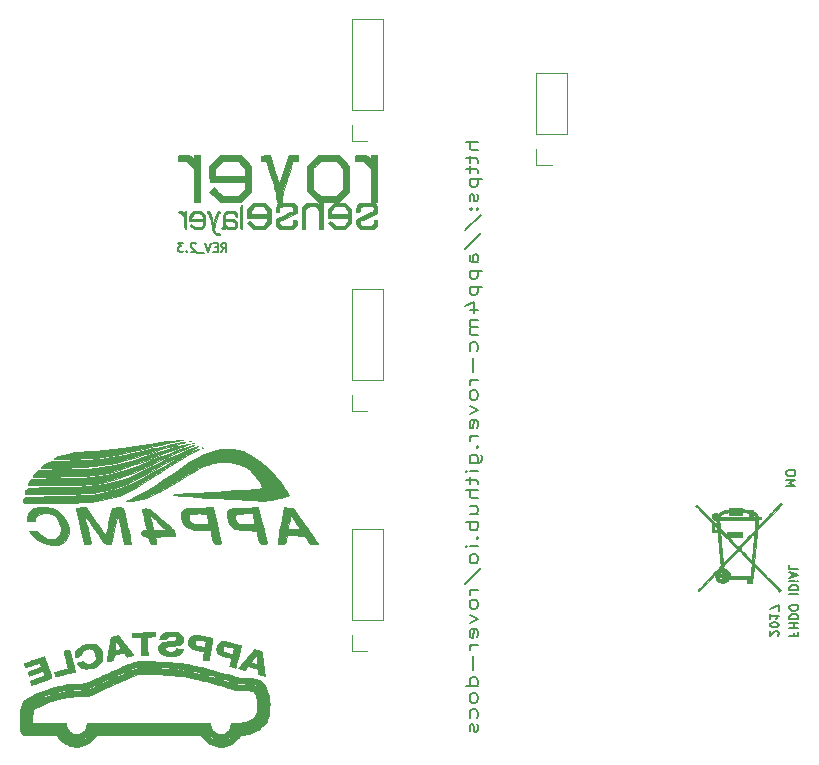
<source format=gbo>
G04 #@! TF.FileFunction,Legend,Bot*
%FSLAX46Y46*%
G04 Gerber Fmt 4.6, Leading zero omitted, Abs format (unit mm)*
G04 Created by KiCad (PCBNEW 4.0.5) date 11/07/17 20:17:22*
%MOMM*%
%LPD*%
G01*
G04 APERTURE LIST*
%ADD10C,0.100000*%
%ADD11C,0.200000*%
%ADD12C,0.187500*%
%ADD13C,0.010000*%
%ADD14C,0.120000*%
G04 APERTURE END LIST*
D10*
D11*
X138882381Y-72607428D02*
X137882381Y-72607428D01*
X138882381Y-73250285D02*
X138358571Y-73250285D01*
X138263333Y-73178856D01*
X138215714Y-73035999D01*
X138215714Y-72821714D01*
X138263333Y-72678856D01*
X138310952Y-72607428D01*
X138215714Y-73750285D02*
X138215714Y-74321714D01*
X137882381Y-73964571D02*
X138739524Y-73964571D01*
X138834762Y-74035999D01*
X138882381Y-74178857D01*
X138882381Y-74321714D01*
X138215714Y-74607428D02*
X138215714Y-75178857D01*
X137882381Y-74821714D02*
X138739524Y-74821714D01*
X138834762Y-74893142D01*
X138882381Y-75036000D01*
X138882381Y-75178857D01*
X138215714Y-75678857D02*
X139215714Y-75678857D01*
X138263333Y-75678857D02*
X138215714Y-75821714D01*
X138215714Y-76107428D01*
X138263333Y-76250285D01*
X138310952Y-76321714D01*
X138406190Y-76393143D01*
X138691905Y-76393143D01*
X138787143Y-76321714D01*
X138834762Y-76250285D01*
X138882381Y-76107428D01*
X138882381Y-75821714D01*
X138834762Y-75678857D01*
X138834762Y-76964571D02*
X138882381Y-77107428D01*
X138882381Y-77393143D01*
X138834762Y-77536000D01*
X138739524Y-77607428D01*
X138691905Y-77607428D01*
X138596667Y-77536000D01*
X138549048Y-77393143D01*
X138549048Y-77178857D01*
X138501429Y-77036000D01*
X138406190Y-76964571D01*
X138358571Y-76964571D01*
X138263333Y-77036000D01*
X138215714Y-77178857D01*
X138215714Y-77393143D01*
X138263333Y-77536000D01*
X138787143Y-78250286D02*
X138834762Y-78321714D01*
X138882381Y-78250286D01*
X138834762Y-78178857D01*
X138787143Y-78250286D01*
X138882381Y-78250286D01*
X138263333Y-78250286D02*
X138310952Y-78321714D01*
X138358571Y-78250286D01*
X138310952Y-78178857D01*
X138263333Y-78250286D01*
X138358571Y-78250286D01*
X137834762Y-80036000D02*
X139120476Y-78750286D01*
X137834762Y-81607429D02*
X139120476Y-80321715D01*
X138882381Y-82750287D02*
X138358571Y-82750287D01*
X138263333Y-82678858D01*
X138215714Y-82536001D01*
X138215714Y-82250287D01*
X138263333Y-82107430D01*
X138834762Y-82750287D02*
X138882381Y-82607430D01*
X138882381Y-82250287D01*
X138834762Y-82107430D01*
X138739524Y-82036001D01*
X138644286Y-82036001D01*
X138549048Y-82107430D01*
X138501429Y-82250287D01*
X138501429Y-82607430D01*
X138453810Y-82750287D01*
X138215714Y-83464573D02*
X139215714Y-83464573D01*
X138263333Y-83464573D02*
X138215714Y-83607430D01*
X138215714Y-83893144D01*
X138263333Y-84036001D01*
X138310952Y-84107430D01*
X138406190Y-84178859D01*
X138691905Y-84178859D01*
X138787143Y-84107430D01*
X138834762Y-84036001D01*
X138882381Y-83893144D01*
X138882381Y-83607430D01*
X138834762Y-83464573D01*
X138215714Y-84821716D02*
X139215714Y-84821716D01*
X138263333Y-84821716D02*
X138215714Y-84964573D01*
X138215714Y-85250287D01*
X138263333Y-85393144D01*
X138310952Y-85464573D01*
X138406190Y-85536002D01*
X138691905Y-85536002D01*
X138787143Y-85464573D01*
X138834762Y-85393144D01*
X138882381Y-85250287D01*
X138882381Y-84964573D01*
X138834762Y-84821716D01*
X138215714Y-86821716D02*
X138882381Y-86821716D01*
X137834762Y-86464573D02*
X138549048Y-86107430D01*
X138549048Y-87036002D01*
X138882381Y-87607430D02*
X138215714Y-87607430D01*
X138310952Y-87607430D02*
X138263333Y-87678858D01*
X138215714Y-87821716D01*
X138215714Y-88036001D01*
X138263333Y-88178858D01*
X138358571Y-88250287D01*
X138882381Y-88250287D01*
X138358571Y-88250287D02*
X138263333Y-88321716D01*
X138215714Y-88464573D01*
X138215714Y-88678858D01*
X138263333Y-88821716D01*
X138358571Y-88893144D01*
X138882381Y-88893144D01*
X138834762Y-90250287D02*
X138882381Y-90107430D01*
X138882381Y-89821716D01*
X138834762Y-89678858D01*
X138787143Y-89607430D01*
X138691905Y-89536001D01*
X138406190Y-89536001D01*
X138310952Y-89607430D01*
X138263333Y-89678858D01*
X138215714Y-89821716D01*
X138215714Y-90107430D01*
X138263333Y-90250287D01*
X138501429Y-90893144D02*
X138501429Y-92036001D01*
X138882381Y-92750287D02*
X138215714Y-92750287D01*
X138406190Y-92750287D02*
X138310952Y-92821715D01*
X138263333Y-92893144D01*
X138215714Y-93036001D01*
X138215714Y-93178858D01*
X138882381Y-93893144D02*
X138834762Y-93750286D01*
X138787143Y-93678858D01*
X138691905Y-93607429D01*
X138406190Y-93607429D01*
X138310952Y-93678858D01*
X138263333Y-93750286D01*
X138215714Y-93893144D01*
X138215714Y-94107429D01*
X138263333Y-94250286D01*
X138310952Y-94321715D01*
X138406190Y-94393144D01*
X138691905Y-94393144D01*
X138787143Y-94321715D01*
X138834762Y-94250286D01*
X138882381Y-94107429D01*
X138882381Y-93893144D01*
X138215714Y-94893144D02*
X138882381Y-95250287D01*
X138215714Y-95607429D01*
X138834762Y-96750286D02*
X138882381Y-96607429D01*
X138882381Y-96321715D01*
X138834762Y-96178858D01*
X138739524Y-96107429D01*
X138358571Y-96107429D01*
X138263333Y-96178858D01*
X138215714Y-96321715D01*
X138215714Y-96607429D01*
X138263333Y-96750286D01*
X138358571Y-96821715D01*
X138453810Y-96821715D01*
X138549048Y-96107429D01*
X138882381Y-97464572D02*
X138215714Y-97464572D01*
X138406190Y-97464572D02*
X138310952Y-97536000D01*
X138263333Y-97607429D01*
X138215714Y-97750286D01*
X138215714Y-97893143D01*
X138787143Y-98393143D02*
X138834762Y-98464571D01*
X138882381Y-98393143D01*
X138834762Y-98321714D01*
X138787143Y-98393143D01*
X138882381Y-98393143D01*
X138215714Y-99750286D02*
X139025238Y-99750286D01*
X139120476Y-99678857D01*
X139168095Y-99607429D01*
X139215714Y-99464572D01*
X139215714Y-99250286D01*
X139168095Y-99107429D01*
X138834762Y-99750286D02*
X138882381Y-99607429D01*
X138882381Y-99321715D01*
X138834762Y-99178857D01*
X138787143Y-99107429D01*
X138691905Y-99036000D01*
X138406190Y-99036000D01*
X138310952Y-99107429D01*
X138263333Y-99178857D01*
X138215714Y-99321715D01*
X138215714Y-99607429D01*
X138263333Y-99750286D01*
X138882381Y-100464572D02*
X138215714Y-100464572D01*
X137882381Y-100464572D02*
X137930000Y-100393143D01*
X137977619Y-100464572D01*
X137930000Y-100536000D01*
X137882381Y-100464572D01*
X137977619Y-100464572D01*
X138215714Y-100964572D02*
X138215714Y-101536001D01*
X137882381Y-101178858D02*
X138739524Y-101178858D01*
X138834762Y-101250286D01*
X138882381Y-101393144D01*
X138882381Y-101536001D01*
X138882381Y-102036001D02*
X137882381Y-102036001D01*
X138882381Y-102678858D02*
X138358571Y-102678858D01*
X138263333Y-102607429D01*
X138215714Y-102464572D01*
X138215714Y-102250287D01*
X138263333Y-102107429D01*
X138310952Y-102036001D01*
X138215714Y-104036001D02*
X138882381Y-104036001D01*
X138215714Y-103393144D02*
X138739524Y-103393144D01*
X138834762Y-103464572D01*
X138882381Y-103607430D01*
X138882381Y-103821715D01*
X138834762Y-103964572D01*
X138787143Y-104036001D01*
X138882381Y-104750287D02*
X137882381Y-104750287D01*
X138263333Y-104750287D02*
X138215714Y-104893144D01*
X138215714Y-105178858D01*
X138263333Y-105321715D01*
X138310952Y-105393144D01*
X138406190Y-105464573D01*
X138691905Y-105464573D01*
X138787143Y-105393144D01*
X138834762Y-105321715D01*
X138882381Y-105178858D01*
X138882381Y-104893144D01*
X138834762Y-104750287D01*
X138787143Y-106107430D02*
X138834762Y-106178858D01*
X138882381Y-106107430D01*
X138834762Y-106036001D01*
X138787143Y-106107430D01*
X138882381Y-106107430D01*
X138882381Y-106821716D02*
X138215714Y-106821716D01*
X137882381Y-106821716D02*
X137930000Y-106750287D01*
X137977619Y-106821716D01*
X137930000Y-106893144D01*
X137882381Y-106821716D01*
X137977619Y-106821716D01*
X138882381Y-107750288D02*
X138834762Y-107607430D01*
X138787143Y-107536002D01*
X138691905Y-107464573D01*
X138406190Y-107464573D01*
X138310952Y-107536002D01*
X138263333Y-107607430D01*
X138215714Y-107750288D01*
X138215714Y-107964573D01*
X138263333Y-108107430D01*
X138310952Y-108178859D01*
X138406190Y-108250288D01*
X138691905Y-108250288D01*
X138787143Y-108178859D01*
X138834762Y-108107430D01*
X138882381Y-107964573D01*
X138882381Y-107750288D01*
X137834762Y-109964573D02*
X139120476Y-108678859D01*
X138882381Y-110464574D02*
X138215714Y-110464574D01*
X138406190Y-110464574D02*
X138310952Y-110536002D01*
X138263333Y-110607431D01*
X138215714Y-110750288D01*
X138215714Y-110893145D01*
X138882381Y-111607431D02*
X138834762Y-111464573D01*
X138787143Y-111393145D01*
X138691905Y-111321716D01*
X138406190Y-111321716D01*
X138310952Y-111393145D01*
X138263333Y-111464573D01*
X138215714Y-111607431D01*
X138215714Y-111821716D01*
X138263333Y-111964573D01*
X138310952Y-112036002D01*
X138406190Y-112107431D01*
X138691905Y-112107431D01*
X138787143Y-112036002D01*
X138834762Y-111964573D01*
X138882381Y-111821716D01*
X138882381Y-111607431D01*
X138215714Y-112607431D02*
X138882381Y-112964574D01*
X138215714Y-113321716D01*
X138834762Y-114464573D02*
X138882381Y-114321716D01*
X138882381Y-114036002D01*
X138834762Y-113893145D01*
X138739524Y-113821716D01*
X138358571Y-113821716D01*
X138263333Y-113893145D01*
X138215714Y-114036002D01*
X138215714Y-114321716D01*
X138263333Y-114464573D01*
X138358571Y-114536002D01*
X138453810Y-114536002D01*
X138549048Y-113821716D01*
X138882381Y-115178859D02*
X138215714Y-115178859D01*
X138406190Y-115178859D02*
X138310952Y-115250287D01*
X138263333Y-115321716D01*
X138215714Y-115464573D01*
X138215714Y-115607430D01*
X138501429Y-116107430D02*
X138501429Y-117250287D01*
X138882381Y-118607430D02*
X137882381Y-118607430D01*
X138834762Y-118607430D02*
X138882381Y-118464573D01*
X138882381Y-118178859D01*
X138834762Y-118036001D01*
X138787143Y-117964573D01*
X138691905Y-117893144D01*
X138406190Y-117893144D01*
X138310952Y-117964573D01*
X138263333Y-118036001D01*
X138215714Y-118178859D01*
X138215714Y-118464573D01*
X138263333Y-118607430D01*
X138882381Y-119536002D02*
X138834762Y-119393144D01*
X138787143Y-119321716D01*
X138691905Y-119250287D01*
X138406190Y-119250287D01*
X138310952Y-119321716D01*
X138263333Y-119393144D01*
X138215714Y-119536002D01*
X138215714Y-119750287D01*
X138263333Y-119893144D01*
X138310952Y-119964573D01*
X138406190Y-120036002D01*
X138691905Y-120036002D01*
X138787143Y-119964573D01*
X138834762Y-119893144D01*
X138882381Y-119750287D01*
X138882381Y-119536002D01*
X138834762Y-121321716D02*
X138882381Y-121178859D01*
X138882381Y-120893145D01*
X138834762Y-120750287D01*
X138787143Y-120678859D01*
X138691905Y-120607430D01*
X138406190Y-120607430D01*
X138310952Y-120678859D01*
X138263333Y-120750287D01*
X138215714Y-120893145D01*
X138215714Y-121178859D01*
X138263333Y-121321716D01*
X138834762Y-121893144D02*
X138882381Y-122036001D01*
X138882381Y-122321716D01*
X138834762Y-122464573D01*
X138739524Y-122536001D01*
X138691905Y-122536001D01*
X138596667Y-122464573D01*
X138549048Y-122321716D01*
X138549048Y-122107430D01*
X138501429Y-121964573D01*
X138406190Y-121893144D01*
X138358571Y-121893144D01*
X138263333Y-121964573D01*
X138215714Y-122107430D01*
X138215714Y-122321716D01*
X138263333Y-122464573D01*
D12*
X164296286Y-114379215D02*
X164332000Y-114343501D01*
X164367714Y-114272072D01*
X164367714Y-114093501D01*
X164332000Y-114022072D01*
X164296286Y-113986358D01*
X164224857Y-113950643D01*
X164153429Y-113950643D01*
X164046286Y-113986358D01*
X163617714Y-114414929D01*
X163617714Y-113950643D01*
X164367714Y-113486357D02*
X164367714Y-113414929D01*
X164332000Y-113343500D01*
X164296286Y-113307786D01*
X164224857Y-113272072D01*
X164082000Y-113236357D01*
X163903429Y-113236357D01*
X163760571Y-113272072D01*
X163689143Y-113307786D01*
X163653429Y-113343500D01*
X163617714Y-113414929D01*
X163617714Y-113486357D01*
X163653429Y-113557786D01*
X163689143Y-113593500D01*
X163760571Y-113629215D01*
X163903429Y-113664929D01*
X164082000Y-113664929D01*
X164224857Y-113629215D01*
X164296286Y-113593500D01*
X164332000Y-113557786D01*
X164367714Y-113486357D01*
X163617714Y-112522071D02*
X163617714Y-112950643D01*
X163617714Y-112736357D02*
X164367714Y-112736357D01*
X164260571Y-112807786D01*
X164189143Y-112879214D01*
X164153429Y-112950643D01*
X164367714Y-112272071D02*
X164367714Y-111772071D01*
X163617714Y-112093500D01*
X165014714Y-101671357D02*
X165764714Y-101671357D01*
X165229000Y-101421357D01*
X165764714Y-101171357D01*
X165014714Y-101171357D01*
X165764714Y-100671356D02*
X165764714Y-100528499D01*
X165729000Y-100457071D01*
X165657571Y-100385642D01*
X165514714Y-100349928D01*
X165264714Y-100349928D01*
X165121857Y-100385642D01*
X165050429Y-100457071D01*
X165014714Y-100528499D01*
X165014714Y-100671356D01*
X165050429Y-100742785D01*
X165121857Y-100814214D01*
X165264714Y-100849928D01*
X165514714Y-100849928D01*
X165657571Y-100814214D01*
X165729000Y-100742785D01*
X165764714Y-100671356D01*
X165661571Y-114138929D02*
X165661571Y-114388929D01*
X165268714Y-114388929D02*
X166018714Y-114388929D01*
X166018714Y-114031786D01*
X165268714Y-113746072D02*
X166018714Y-113746072D01*
X165661571Y-113746072D02*
X165661571Y-113317500D01*
X165268714Y-113317500D02*
X166018714Y-113317500D01*
X165268714Y-112960358D02*
X166018714Y-112960358D01*
X166018714Y-112781786D01*
X165983000Y-112674643D01*
X165911571Y-112603215D01*
X165840143Y-112567500D01*
X165697286Y-112531786D01*
X165590143Y-112531786D01*
X165447286Y-112567500D01*
X165375857Y-112603215D01*
X165304429Y-112674643D01*
X165268714Y-112781786D01*
X165268714Y-112960358D01*
X166018714Y-112067500D02*
X166018714Y-111924643D01*
X165983000Y-111853215D01*
X165911571Y-111781786D01*
X165768714Y-111746072D01*
X165518714Y-111746072D01*
X165375857Y-111781786D01*
X165304429Y-111853215D01*
X165268714Y-111924643D01*
X165268714Y-112067500D01*
X165304429Y-112138929D01*
X165375857Y-112210358D01*
X165518714Y-112246072D01*
X165768714Y-112246072D01*
X165911571Y-112210358D01*
X165983000Y-112138929D01*
X166018714Y-112067500D01*
X165268714Y-110853215D02*
X166018714Y-110853215D01*
X165268714Y-110496072D02*
X166018714Y-110496072D01*
X166018714Y-110317500D01*
X165983000Y-110210357D01*
X165911571Y-110138929D01*
X165840143Y-110103214D01*
X165697286Y-110067500D01*
X165590143Y-110067500D01*
X165447286Y-110103214D01*
X165375857Y-110138929D01*
X165304429Y-110210357D01*
X165268714Y-110317500D01*
X165268714Y-110496072D01*
X165268714Y-109746072D02*
X165768714Y-109746072D01*
X166018714Y-109746072D02*
X165983000Y-109781786D01*
X165947286Y-109746072D01*
X165983000Y-109710357D01*
X166018714Y-109746072D01*
X165947286Y-109746072D01*
X165483000Y-109424643D02*
X165483000Y-109067500D01*
X165268714Y-109496071D02*
X166018714Y-109246071D01*
X165268714Y-108996071D01*
X165268714Y-108388929D02*
X165268714Y-108746072D01*
X166018714Y-108746072D01*
X117177143Y-81873286D02*
X117427143Y-81516143D01*
X117605715Y-81873286D02*
X117605715Y-81123286D01*
X117320000Y-81123286D01*
X117248572Y-81159000D01*
X117212857Y-81194714D01*
X117177143Y-81266143D01*
X117177143Y-81373286D01*
X117212857Y-81444714D01*
X117248572Y-81480429D01*
X117320000Y-81516143D01*
X117605715Y-81516143D01*
X116855715Y-81480429D02*
X116605715Y-81480429D01*
X116498572Y-81873286D02*
X116855715Y-81873286D01*
X116855715Y-81123286D01*
X116498572Y-81123286D01*
X116284286Y-81123286D02*
X116034286Y-81873286D01*
X115784286Y-81123286D01*
X115712858Y-81944714D02*
X115141429Y-81944714D01*
X114998572Y-81194714D02*
X114962858Y-81159000D01*
X114891429Y-81123286D01*
X114712858Y-81123286D01*
X114641429Y-81159000D01*
X114605715Y-81194714D01*
X114570000Y-81266143D01*
X114570000Y-81337571D01*
X114605715Y-81444714D01*
X115034286Y-81873286D01*
X114570000Y-81873286D01*
X114248572Y-81801857D02*
X114212857Y-81837571D01*
X114248572Y-81873286D01*
X114284286Y-81837571D01*
X114248572Y-81801857D01*
X114248572Y-81873286D01*
X113962857Y-81123286D02*
X113498571Y-81123286D01*
X113748571Y-81409000D01*
X113641429Y-81409000D01*
X113570000Y-81444714D01*
X113534286Y-81480429D01*
X113498571Y-81551857D01*
X113498571Y-81730429D01*
X113534286Y-81801857D01*
X113570000Y-81837571D01*
X113641429Y-81873286D01*
X113855714Y-81873286D01*
X113927143Y-81837571D01*
X113962857Y-81801857D01*
D13*
G36*
X110406856Y-116539180D02*
X110253577Y-116543114D01*
X110142867Y-116548642D01*
X110040393Y-116556024D01*
X109962004Y-116563794D01*
X109897950Y-116573877D01*
X109838486Y-116588202D01*
X109773863Y-116608696D01*
X109694334Y-116637285D01*
X109694133Y-116637359D01*
X109577094Y-116682042D01*
X109432475Y-116739779D01*
X109263345Y-116809215D01*
X109072774Y-116888997D01*
X108863832Y-116977771D01*
X108639586Y-117074182D01*
X108403108Y-117176876D01*
X108157466Y-117284500D01*
X107905730Y-117395700D01*
X107650968Y-117509122D01*
X107396251Y-117623411D01*
X107144648Y-117737214D01*
X106899228Y-117849177D01*
X106663060Y-117957946D01*
X106439214Y-118062167D01*
X106230760Y-118160485D01*
X106104267Y-118220925D01*
X105689400Y-118420322D01*
X105156000Y-118433168D01*
X104952348Y-118438676D01*
X104776148Y-118444933D01*
X104620987Y-118452402D01*
X104480452Y-118461544D01*
X104348129Y-118472821D01*
X104217605Y-118486695D01*
X104082466Y-118503628D01*
X103979133Y-118517912D01*
X103510717Y-118599195D01*
X103044032Y-118709535D01*
X102576667Y-118849700D01*
X102106210Y-119020457D01*
X101630248Y-119222574D01*
X101354467Y-119352641D01*
X101139236Y-119459633D01*
X100954947Y-119555343D01*
X100800782Y-119640243D01*
X100675920Y-119714804D01*
X100579544Y-119779498D01*
X100510833Y-119834795D01*
X100502301Y-119842852D01*
X100411139Y-119952641D01*
X100331254Y-120093918D01*
X100262749Y-120266203D01*
X100205731Y-120469013D01*
X100160304Y-120701867D01*
X100126573Y-120964282D01*
X100104643Y-121255777D01*
X100094619Y-121575869D01*
X100093980Y-121716800D01*
X100095025Y-121835325D01*
X100097352Y-121957270D01*
X100100690Y-122072821D01*
X100104763Y-122172160D01*
X100108361Y-122233267D01*
X100122181Y-122357403D01*
X100145771Y-122456319D01*
X100182579Y-122538064D01*
X100236056Y-122610690D01*
X100295295Y-122669564D01*
X100320450Y-122692569D01*
X100342956Y-122712716D01*
X100365116Y-122730194D01*
X100389231Y-122745192D01*
X100417606Y-122757898D01*
X100452542Y-122768503D01*
X100496342Y-122777195D01*
X100551310Y-122784163D01*
X100619746Y-122789598D01*
X100703956Y-122793687D01*
X100806240Y-122796620D01*
X100928902Y-122798586D01*
X101074244Y-122799774D01*
X101244570Y-122800374D01*
X101442182Y-122800575D01*
X101669382Y-122800566D01*
X101889583Y-122800534D01*
X103239933Y-122800534D01*
X103317988Y-122917946D01*
X103460654Y-123103891D01*
X103629888Y-123274966D01*
X103819831Y-123426070D01*
X104024625Y-123552099D01*
X104076953Y-123578844D01*
X104313782Y-123676973D01*
X104555250Y-123741870D01*
X104799465Y-123773536D01*
X105044537Y-123771971D01*
X105288574Y-123737175D01*
X105529685Y-123669148D01*
X105743981Y-123578844D01*
X105951547Y-123459811D01*
X106145713Y-123314441D01*
X106320621Y-123147836D01*
X106433376Y-123010279D01*
X105730219Y-123010279D01*
X105676925Y-123048727D01*
X105599022Y-123091847D01*
X105504709Y-123135925D01*
X105402191Y-123177250D01*
X105299667Y-123212108D01*
X105257600Y-123224191D01*
X105199071Y-123239427D01*
X105165064Y-123245415D01*
X105147433Y-123241842D01*
X105138034Y-123228392D01*
X105134470Y-123219427D01*
X105126548Y-123189537D01*
X105127673Y-123178816D01*
X105146139Y-123171628D01*
X105187801Y-123159274D01*
X105233870Y-123146970D01*
X105254101Y-123140611D01*
X104460655Y-123140611D01*
X104457391Y-123169399D01*
X104441975Y-123182746D01*
X104410353Y-123180174D01*
X104358474Y-123161205D01*
X104282286Y-123125359D01*
X104267000Y-123117741D01*
X104176164Y-123068196D01*
X104086838Y-123012405D01*
X104008060Y-122956474D01*
X103948868Y-122906513D01*
X103937754Y-122895204D01*
X103911653Y-122863955D01*
X103907720Y-122844033D01*
X103923473Y-122823537D01*
X103939060Y-122811922D01*
X103957202Y-122812038D01*
X103984468Y-122826834D01*
X104027426Y-122859259D01*
X104057986Y-122883936D01*
X104125335Y-122933125D01*
X104208542Y-122985843D01*
X104292238Y-123032509D01*
X104312488Y-123042617D01*
X104385451Y-123080654D01*
X104435732Y-123112699D01*
X104459361Y-123136125D01*
X104460655Y-123140611D01*
X105254101Y-123140611D01*
X105293447Y-123128244D01*
X105367538Y-123099968D01*
X105447559Y-123066011D01*
X105524925Y-123030242D01*
X105591052Y-122996531D01*
X105637356Y-122968749D01*
X105648552Y-122960030D01*
X105671380Y-122945665D01*
X105692463Y-122955560D01*
X105706303Y-122969834D01*
X105726617Y-122996738D01*
X105730219Y-123010279D01*
X106433376Y-123010279D01*
X106470411Y-122965098D01*
X106502945Y-122917946D01*
X106581001Y-122800534D01*
X111012001Y-122801106D01*
X115443000Y-122801678D01*
X115535481Y-122939427D01*
X115684679Y-123132059D01*
X115857232Y-123302598D01*
X116049768Y-123449505D01*
X116258918Y-123571242D01*
X116481311Y-123666269D01*
X116713578Y-123733046D01*
X116952347Y-123770035D01*
X117194249Y-123775696D01*
X117339533Y-123763409D01*
X117585124Y-123715560D01*
X117821623Y-123636095D01*
X118045922Y-123526731D01*
X118254919Y-123389183D01*
X118445507Y-123225169D01*
X118582508Y-123076213D01*
X118633715Y-123011924D01*
X118664254Y-122970930D01*
X117944358Y-122970930D01*
X117940198Y-122992406D01*
X117916573Y-123016828D01*
X117869660Y-123048337D01*
X117806848Y-123084784D01*
X117742687Y-123117496D01*
X117665490Y-123151794D01*
X117583798Y-123184454D01*
X117506156Y-123212251D01*
X117441105Y-123231957D01*
X117397190Y-123240349D01*
X117394567Y-123240440D01*
X117370290Y-123227711D01*
X117364933Y-123200351D01*
X117371028Y-123172012D01*
X117393991Y-123156957D01*
X116692897Y-123156957D01*
X116691402Y-123166394D01*
X116685297Y-123187565D01*
X116673333Y-123197999D01*
X116649976Y-123196873D01*
X116609691Y-123183361D01*
X116546941Y-123156638D01*
X116507477Y-123138994D01*
X116415042Y-123091213D01*
X116310661Y-123027106D01*
X116206351Y-122954279D01*
X116163103Y-122921058D01*
X116135441Y-122896557D01*
X116132552Y-122878659D01*
X116152015Y-122853748D01*
X116169384Y-122836577D01*
X116185649Y-122832140D01*
X116208675Y-122842946D01*
X116246328Y-122871508D01*
X116271433Y-122891876D01*
X116389917Y-122977190D01*
X116518290Y-123050558D01*
X116621502Y-123096009D01*
X116668233Y-123115633D01*
X116689608Y-123133508D01*
X116692897Y-123156957D01*
X117393991Y-123156957D01*
X117395410Y-123156027D01*
X117428434Y-123148125D01*
X117501103Y-123128375D01*
X117590428Y-123094905D01*
X117684854Y-123052734D01*
X117772823Y-123006879D01*
X117820276Y-122977997D01*
X117869913Y-122946353D01*
X117899710Y-122931961D01*
X117917621Y-122932719D01*
X117931599Y-122946526D01*
X117932878Y-122948257D01*
X117944358Y-122970930D01*
X118664254Y-122970930D01*
X118681866Y-122947290D01*
X118718791Y-122893407D01*
X118727309Y-122879554D01*
X118770913Y-122805149D01*
X118912460Y-122793664D01*
X119096692Y-122770322D01*
X119298643Y-122730041D01*
X119508462Y-122675553D01*
X119716300Y-122609587D01*
X119912305Y-122534876D01*
X120022057Y-122486075D01*
X120251624Y-122361448D01*
X120410259Y-122252172D01*
X118872000Y-122252172D01*
X118871033Y-122269143D01*
X118864379Y-122280533D01*
X118846406Y-122287453D01*
X118811483Y-122291018D01*
X118753979Y-122292340D01*
X118668262Y-122292533D01*
X118667848Y-122292534D01*
X118463696Y-122292534D01*
X118429989Y-122368734D01*
X118406622Y-122417509D01*
X118388454Y-122439647D01*
X118368747Y-122440201D01*
X118348957Y-122429527D01*
X118337018Y-122415779D01*
X118337083Y-122391222D01*
X118349847Y-122347240D01*
X118357293Y-122326081D01*
X118377691Y-122276426D01*
X118396586Y-122242089D01*
X118406202Y-122232465D01*
X118428696Y-122230024D01*
X118478170Y-122226925D01*
X118547753Y-122223533D01*
X118630577Y-122220214D01*
X118647633Y-122219609D01*
X118872000Y-122211810D01*
X118872000Y-122252172D01*
X120410259Y-122252172D01*
X120467194Y-122212953D01*
X120660383Y-122046456D01*
X120684628Y-122022582D01*
X120821025Y-121874686D01*
X120855677Y-121828768D01*
X120108514Y-121828768D01*
X120107761Y-121845368D01*
X120089538Y-121863424D01*
X120049069Y-121888974D01*
X120017849Y-121907110D01*
X119923993Y-121959307D01*
X119830322Y-122007930D01*
X119742252Y-122050510D01*
X119665198Y-122084577D01*
X119604576Y-122107662D01*
X119565800Y-122117296D01*
X119557800Y-122116884D01*
X119542094Y-122098299D01*
X119535456Y-122075307D01*
X119539553Y-122045425D01*
X119552389Y-122038290D01*
X119579514Y-122030571D01*
X119629239Y-122010032D01*
X119694480Y-121980161D01*
X119768157Y-121944443D01*
X119843185Y-121906367D01*
X119912483Y-121869419D01*
X119968968Y-121837085D01*
X119995678Y-121820044D01*
X120070847Y-121768326D01*
X120096573Y-121807588D01*
X120108514Y-121828768D01*
X120855677Y-121828768D01*
X120931472Y-121728334D01*
X121022209Y-121574549D01*
X121077227Y-121457933D01*
X121120632Y-121349657D01*
X121156412Y-121241797D01*
X121185342Y-121129439D01*
X121208198Y-121007671D01*
X121225755Y-120871577D01*
X121236757Y-120740463D01*
X120734253Y-120740463D01*
X120731111Y-120790504D01*
X120728188Y-120822835D01*
X120695363Y-121023460D01*
X120636359Y-121208186D01*
X120624323Y-121236451D01*
X120600506Y-121287408D01*
X120583247Y-121312584D01*
X120566606Y-121317672D01*
X120547627Y-121309987D01*
X120522257Y-121285870D01*
X120524553Y-121262535D01*
X120552897Y-121191422D01*
X120582131Y-121105599D01*
X120608873Y-121016396D01*
X120629741Y-120935143D01*
X120641352Y-120873169D01*
X120641700Y-120870133D01*
X120650855Y-120792846D01*
X120659618Y-120743298D01*
X120670191Y-120715462D01*
X120684776Y-120703310D01*
X120703554Y-120700800D01*
X120721927Y-120702808D01*
X120731676Y-120713630D01*
X120734253Y-120740463D01*
X121236757Y-120740463D01*
X121238790Y-120716245D01*
X121248076Y-120536760D01*
X121254196Y-120336733D01*
X121256328Y-120161669D01*
X120201590Y-120161669D01*
X120197439Y-120394209D01*
X120193277Y-120468234D01*
X120185888Y-120570308D01*
X120177487Y-120668839D01*
X120168900Y-120755162D01*
X120160956Y-120820609D01*
X120157529Y-120842538D01*
X120112878Y-120998465D01*
X120037043Y-121141450D01*
X119930188Y-121271367D01*
X119792474Y-121388094D01*
X119624064Y-121491509D01*
X119425121Y-121581488D01*
X119195807Y-121657908D01*
X119020513Y-121702543D01*
X118965259Y-121713994D01*
X118908527Y-121723054D01*
X118844913Y-121730110D01*
X118769009Y-121735552D01*
X118675413Y-121739768D01*
X118558717Y-121743146D01*
X118414800Y-121746051D01*
X117966067Y-121753947D01*
X117963535Y-121892007D01*
X117946587Y-122049793D01*
X117900791Y-122194259D01*
X117824613Y-122328718D01*
X117716520Y-122456484D01*
X117690614Y-122481834D01*
X117558547Y-122584879D01*
X117411859Y-122658473D01*
X117254294Y-122701619D01*
X117089598Y-122713321D01*
X116921515Y-122692582D01*
X116909309Y-122689793D01*
X116764292Y-122639739D01*
X116630651Y-122563004D01*
X116511725Y-122463950D01*
X116410853Y-122346934D01*
X116351133Y-122248789D01*
X115824000Y-122248789D01*
X115811197Y-122275981D01*
X115802833Y-122281319D01*
X115779692Y-122284158D01*
X115728582Y-122286752D01*
X115655401Y-122288920D01*
X115566046Y-122290480D01*
X115481100Y-122291197D01*
X115373610Y-122291514D01*
X115295355Y-122291030D01*
X115241704Y-122289246D01*
X115208027Y-122285659D01*
X115189693Y-122279769D01*
X115182072Y-122271073D01*
X115180534Y-122259072D01*
X115180533Y-122258667D01*
X114503200Y-122258667D01*
X114501787Y-122270565D01*
X114494522Y-122279293D01*
X114476870Y-122285340D01*
X114444296Y-122289197D01*
X114392263Y-122291354D01*
X114316235Y-122292302D01*
X114211677Y-122292531D01*
X114189934Y-122292534D01*
X114079873Y-122292381D01*
X113999142Y-122291595D01*
X113943206Y-122289687D01*
X113907529Y-122286165D01*
X113887575Y-122280540D01*
X113878808Y-122272321D01*
X113876691Y-122261017D01*
X113876667Y-122258667D01*
X113182400Y-122258667D01*
X113180987Y-122270565D01*
X113173722Y-122279293D01*
X113156070Y-122285340D01*
X113123496Y-122289197D01*
X113071463Y-122291354D01*
X112995435Y-122292302D01*
X112890877Y-122292531D01*
X112869133Y-122292534D01*
X112759073Y-122292381D01*
X112678342Y-122291595D01*
X112622406Y-122289687D01*
X112586729Y-122286165D01*
X112566775Y-122280540D01*
X112558008Y-122272321D01*
X112555891Y-122261017D01*
X112555867Y-122258667D01*
X111878533Y-122258667D01*
X111877120Y-122270565D01*
X111869855Y-122279293D01*
X111852204Y-122285340D01*
X111819629Y-122289197D01*
X111767596Y-122291354D01*
X111691568Y-122292302D01*
X111587010Y-122292531D01*
X111565267Y-122292534D01*
X111455206Y-122292381D01*
X111374475Y-122291595D01*
X111318540Y-122289687D01*
X111282862Y-122286165D01*
X111262908Y-122280540D01*
X111254141Y-122272321D01*
X111252025Y-122261017D01*
X111252000Y-122258667D01*
X110574667Y-122258667D01*
X110573282Y-122270429D01*
X110566142Y-122279098D01*
X110548772Y-122285144D01*
X110516695Y-122289038D01*
X110465435Y-122291253D01*
X110390515Y-122292259D01*
X110287459Y-122292526D01*
X110252933Y-122292534D01*
X110141193Y-122292388D01*
X110058842Y-122291636D01*
X110001405Y-122289808D01*
X109964405Y-122286431D01*
X109943366Y-122281035D01*
X109933812Y-122273149D01*
X109931267Y-122262301D01*
X109931200Y-122258667D01*
X109253867Y-122258667D01*
X109252453Y-122270565D01*
X109245189Y-122279293D01*
X109227537Y-122285340D01*
X109194963Y-122289197D01*
X109142929Y-122291354D01*
X109066902Y-122292302D01*
X108962344Y-122292531D01*
X108940600Y-122292534D01*
X108830539Y-122292381D01*
X108749809Y-122291595D01*
X108693873Y-122289687D01*
X108658196Y-122286165D01*
X108638241Y-122280540D01*
X108629474Y-122272321D01*
X108627358Y-122261017D01*
X108627333Y-122258667D01*
X107950000Y-122258667D01*
X107948587Y-122270565D01*
X107941322Y-122279293D01*
X107923670Y-122285340D01*
X107891096Y-122289197D01*
X107839063Y-122291354D01*
X107763035Y-122292302D01*
X107658477Y-122292531D01*
X107636734Y-122292534D01*
X107526673Y-122292381D01*
X107445942Y-122291595D01*
X107390006Y-122289687D01*
X107354329Y-122286165D01*
X107334375Y-122280540D01*
X107325608Y-122272321D01*
X107323491Y-122261017D01*
X107323467Y-122258667D01*
X107323535Y-122258094D01*
X106629200Y-122258094D01*
X106626684Y-122272892D01*
X106615205Y-122282810D01*
X106588871Y-122289083D01*
X106541787Y-122292944D01*
X106468060Y-122295626D01*
X106447167Y-122296194D01*
X106265134Y-122301000D01*
X106223798Y-122389900D01*
X106199452Y-122441599D01*
X106183523Y-122468339D01*
X106169599Y-122475614D01*
X106151270Y-122468912D01*
X106139143Y-122462407D01*
X106123930Y-122451782D01*
X106118973Y-122436148D01*
X106125065Y-122407634D01*
X106143003Y-122358367D01*
X106151974Y-122335407D01*
X106195437Y-122224800D01*
X106412319Y-122224800D01*
X106501451Y-122225109D01*
X106562148Y-122226591D01*
X106599839Y-122230079D01*
X106619954Y-122236408D01*
X106627922Y-122246411D01*
X106629200Y-122258094D01*
X107323535Y-122258094D01*
X107324880Y-122246768D01*
X107332145Y-122238041D01*
X107349797Y-122231994D01*
X107382371Y-122228137D01*
X107434404Y-122225979D01*
X107510432Y-122225032D01*
X107614990Y-122224803D01*
X107636734Y-122224800D01*
X107746794Y-122224953D01*
X107827525Y-122225738D01*
X107883461Y-122227647D01*
X107919138Y-122231168D01*
X107939092Y-122236793D01*
X107947859Y-122245013D01*
X107949976Y-122256316D01*
X107950000Y-122258667D01*
X108627333Y-122258667D01*
X108628747Y-122246768D01*
X108636012Y-122238041D01*
X108653663Y-122231994D01*
X108686238Y-122228137D01*
X108738271Y-122225979D01*
X108814299Y-122225032D01*
X108918857Y-122224803D01*
X108940600Y-122224800D01*
X109050661Y-122224953D01*
X109131392Y-122225738D01*
X109187327Y-122227647D01*
X109223005Y-122231168D01*
X109242959Y-122236793D01*
X109251726Y-122245013D01*
X109253842Y-122256316D01*
X109253867Y-122258667D01*
X109931200Y-122258667D01*
X109932585Y-122246905D01*
X109939725Y-122238236D01*
X109957095Y-122232190D01*
X109989172Y-122228295D01*
X110040432Y-122226081D01*
X110115352Y-122225075D01*
X110218408Y-122224807D01*
X110252933Y-122224800D01*
X110364674Y-122224946D01*
X110447025Y-122225697D01*
X110504462Y-122227526D01*
X110541462Y-122230902D01*
X110562501Y-122236298D01*
X110572055Y-122244185D01*
X110574600Y-122255033D01*
X110574667Y-122258667D01*
X111252000Y-122258667D01*
X111253414Y-122246768D01*
X111260678Y-122238041D01*
X111278330Y-122231994D01*
X111310904Y-122228137D01*
X111362938Y-122225979D01*
X111438965Y-122225032D01*
X111543523Y-122224803D01*
X111565267Y-122224800D01*
X111675328Y-122224953D01*
X111756058Y-122225738D01*
X111811994Y-122227647D01*
X111847671Y-122231168D01*
X111867626Y-122236793D01*
X111876393Y-122245013D01*
X111878509Y-122256316D01*
X111878533Y-122258667D01*
X112555867Y-122258667D01*
X112557280Y-122246768D01*
X112564545Y-122238041D01*
X112582197Y-122231994D01*
X112614771Y-122228137D01*
X112666804Y-122225979D01*
X112742832Y-122225032D01*
X112847390Y-122224803D01*
X112869133Y-122224800D01*
X112979194Y-122224953D01*
X113059925Y-122225738D01*
X113115861Y-122227647D01*
X113151538Y-122231168D01*
X113171492Y-122236793D01*
X113180259Y-122245013D01*
X113182376Y-122256316D01*
X113182400Y-122258667D01*
X113876667Y-122258667D01*
X113878080Y-122246768D01*
X113885345Y-122238041D01*
X113902997Y-122231994D01*
X113935571Y-122228137D01*
X113987604Y-122225979D01*
X114063632Y-122225032D01*
X114168190Y-122224803D01*
X114189934Y-122224800D01*
X114299994Y-122224953D01*
X114380725Y-122225738D01*
X114436661Y-122227647D01*
X114472338Y-122231168D01*
X114492292Y-122236793D01*
X114501059Y-122245013D01*
X114503176Y-122256316D01*
X114503200Y-122258667D01*
X115180533Y-122258667D01*
X115181919Y-122246905D01*
X115189058Y-122238236D01*
X115206428Y-122232190D01*
X115238505Y-122228295D01*
X115289765Y-122226081D01*
X115364686Y-122225075D01*
X115467742Y-122224807D01*
X115502267Y-122224800D01*
X115616714Y-122225183D01*
X115701383Y-122226534D01*
X115760358Y-122229158D01*
X115797721Y-122233359D01*
X115817555Y-122239442D01*
X115823943Y-122247711D01*
X115824000Y-122248789D01*
X116351133Y-122248789D01*
X116331372Y-122216315D01*
X116276622Y-122076453D01*
X116249940Y-121931707D01*
X116249840Y-121828670D01*
X116256044Y-121750667D01*
X105765600Y-121750667D01*
X105765600Y-121875883D01*
X105749354Y-122036384D01*
X105702418Y-122187889D01*
X105627501Y-122327034D01*
X105527307Y-122450455D01*
X105404545Y-122554786D01*
X105261921Y-122636662D01*
X105110226Y-122690652D01*
X104953156Y-122715084D01*
X104798279Y-122708380D01*
X104649072Y-122673227D01*
X104509015Y-122612311D01*
X104381585Y-122528317D01*
X104270260Y-122423933D01*
X104178519Y-122301844D01*
X104147988Y-122240892D01*
X103596512Y-122240892D01*
X103591667Y-122250115D01*
X103585433Y-122257256D01*
X103572286Y-122268839D01*
X103553767Y-122277346D01*
X103524864Y-122283280D01*
X103480565Y-122287140D01*
X103415857Y-122289429D01*
X103325728Y-122290647D01*
X103246767Y-122291122D01*
X103137563Y-122291468D01*
X103057657Y-122291039D01*
X103002482Y-122289357D01*
X102967471Y-122285941D01*
X102948056Y-122280313D01*
X102939671Y-122271991D01*
X102937747Y-122260498D01*
X102937733Y-122258667D01*
X102260400Y-122258667D01*
X102258987Y-122270565D01*
X102251722Y-122279293D01*
X102234070Y-122285340D01*
X102201496Y-122289197D01*
X102149463Y-122291354D01*
X102073435Y-122292302D01*
X101968877Y-122292531D01*
X101947133Y-122292534D01*
X101837073Y-122292381D01*
X101756342Y-122291595D01*
X101700406Y-122289687D01*
X101664729Y-122286165D01*
X101644775Y-122280540D01*
X101636008Y-122272321D01*
X101633891Y-122261017D01*
X101633867Y-122258667D01*
X100956533Y-122258667D01*
X100954280Y-122273853D01*
X100943505Y-122283670D01*
X100918183Y-122289279D01*
X100872291Y-122291842D01*
X100799806Y-122292521D01*
X100780949Y-122292534D01*
X100605365Y-122292534D01*
X100594869Y-122229034D01*
X100589050Y-122176360D01*
X100585158Y-122107805D01*
X100584187Y-122059700D01*
X100584895Y-122001952D01*
X100589351Y-121970266D01*
X100600658Y-121956844D01*
X100621923Y-121953889D01*
X100626333Y-121953867D01*
X100648699Y-121955681D01*
X100661366Y-121966114D01*
X100667088Y-121992650D01*
X100668614Y-122042775D01*
X100668667Y-122069014D01*
X100671637Y-122134785D01*
X100679627Y-122183575D01*
X100688987Y-122204480D01*
X100717209Y-122215543D01*
X100771302Y-122222669D01*
X100832920Y-122224800D01*
X100896807Y-122225643D01*
X100933949Y-122229468D01*
X100951450Y-122238223D01*
X100956417Y-122253854D01*
X100956533Y-122258667D01*
X101633867Y-122258667D01*
X101635280Y-122246768D01*
X101642545Y-122238041D01*
X101660197Y-122231994D01*
X101692771Y-122228137D01*
X101744804Y-122225979D01*
X101820832Y-122225032D01*
X101925390Y-122224803D01*
X101947133Y-122224800D01*
X102057194Y-122224953D01*
X102137925Y-122225738D01*
X102193861Y-122227647D01*
X102229538Y-122231168D01*
X102249492Y-122236793D01*
X102258259Y-122245013D01*
X102260376Y-122256316D01*
X102260400Y-122258667D01*
X102937733Y-122258667D01*
X102939066Y-122247163D01*
X102945971Y-122238610D01*
X102962814Y-122232570D01*
X102993958Y-122228608D01*
X103043768Y-122226287D01*
X103116607Y-122225171D01*
X103216839Y-122224823D01*
X103276400Y-122224800D01*
X103391212Y-122224899D01*
X103476136Y-122225474D01*
X103535149Y-122226943D01*
X103572231Y-122229724D01*
X103591359Y-122234234D01*
X103596512Y-122240892D01*
X104147988Y-122240892D01*
X104109840Y-122164736D01*
X104067700Y-122015295D01*
X104055333Y-121875978D01*
X104055333Y-121750857D01*
X102611767Y-121746529D01*
X101168200Y-121742200D01*
X101162530Y-121657533D01*
X101160649Y-121582934D01*
X101162836Y-121485859D01*
X101168510Y-121372441D01*
X101177093Y-121248810D01*
X101188005Y-121121097D01*
X101200667Y-120995435D01*
X101214501Y-120877953D01*
X101228926Y-120774783D01*
X101242855Y-120694963D01*
X100729862Y-120694963D01*
X100723979Y-120750338D01*
X100721026Y-120770006D01*
X100711742Y-120840126D01*
X100702484Y-120927340D01*
X100694995Y-121014922D01*
X100693864Y-121031000D01*
X100687151Y-121123096D01*
X100680623Y-121186603D01*
X100672864Y-121226762D01*
X100662456Y-121248813D01*
X100647984Y-121257996D01*
X100632067Y-121259600D01*
X100616327Y-121258231D01*
X100606536Y-121250167D01*
X100601924Y-121229471D01*
X100601718Y-121190208D01*
X100605144Y-121126440D01*
X100608379Y-121077567D01*
X100617637Y-120962324D01*
X100628893Y-120857493D01*
X100641390Y-120767900D01*
X100654371Y-120698369D01*
X100667082Y-120653725D01*
X100677133Y-120638941D01*
X100705261Y-120642192D01*
X100715999Y-120647515D01*
X100727303Y-120663147D01*
X100729862Y-120694963D01*
X101242855Y-120694963D01*
X101243363Y-120692056D01*
X101257234Y-120635903D01*
X101259700Y-120628895D01*
X101271224Y-120612445D01*
X101296585Y-120591400D01*
X101338777Y-120564019D01*
X101400794Y-120528557D01*
X101485627Y-120483271D01*
X101596271Y-120426419D01*
X101679057Y-120384640D01*
X102032254Y-120214349D01*
X102369342Y-120066844D01*
X102696781Y-119939662D01*
X102852971Y-119887003D01*
X101498095Y-119887003D01*
X101484100Y-119896959D01*
X101446061Y-119919943D01*
X101389663Y-119952764D01*
X101320594Y-119992235D01*
X101244540Y-120035164D01*
X101167189Y-120078365D01*
X101094227Y-120118646D01*
X101031341Y-120152819D01*
X100984218Y-120177694D01*
X100958545Y-120190083D01*
X100956373Y-120190809D01*
X100941913Y-120179918D01*
X100926811Y-120159277D01*
X100918865Y-120146073D01*
X100915888Y-120134542D01*
X100921318Y-120122207D01*
X100938592Y-120106591D01*
X100971151Y-120085215D01*
X101022431Y-120055605D01*
X101095872Y-120015281D01*
X101194911Y-119961768D01*
X101219000Y-119948775D01*
X101308633Y-119900837D01*
X101373334Y-119867651D01*
X101417726Y-119847433D01*
X101446433Y-119838401D01*
X101464079Y-119838773D01*
X101475287Y-119846766D01*
X101477233Y-119849216D01*
X101494359Y-119876304D01*
X101498095Y-119887003D01*
X102852971Y-119887003D01*
X103021035Y-119830341D01*
X103348565Y-119736418D01*
X103444528Y-119711848D01*
X103641209Y-119664834D01*
X103826607Y-119625237D01*
X104006612Y-119592342D01*
X104187110Y-119565435D01*
X104373988Y-119543803D01*
X104573136Y-119526731D01*
X104790439Y-119513505D01*
X105031786Y-119503410D01*
X105206800Y-119498125D01*
X105400670Y-119492403D01*
X105562544Y-119486328D01*
X105694292Y-119479792D01*
X105797783Y-119472688D01*
X105874887Y-119464906D01*
X105926467Y-119456560D01*
X105986881Y-119439110D01*
X106031317Y-119422334D01*
X102718922Y-119422334D01*
X102553161Y-119480480D01*
X102463283Y-119512861D01*
X102366478Y-119549094D01*
X102279145Y-119583002D01*
X102251933Y-119593959D01*
X102116467Y-119649292D01*
X102086833Y-119614370D01*
X102064174Y-119576018D01*
X102057200Y-119546856D01*
X102059677Y-119532675D01*
X102069645Y-119518917D01*
X102090909Y-119503741D01*
X102127274Y-119485305D01*
X102182545Y-119461768D01*
X102260528Y-119431287D01*
X102365028Y-119392022D01*
X102416863Y-119372792D01*
X102519682Y-119335880D01*
X102595526Y-119312185D01*
X102648543Y-119301572D01*
X102682880Y-119303906D01*
X102702685Y-119319049D01*
X102712105Y-119346868D01*
X102714028Y-119363067D01*
X102718922Y-119422334D01*
X106031317Y-119422334D01*
X106069972Y-119407741D01*
X106177454Y-119361720D01*
X106311041Y-119300316D01*
X106459867Y-119228929D01*
X106709929Y-119108706D01*
X106836716Y-119049033D01*
X103970667Y-119049033D01*
X103967608Y-119087923D01*
X103951815Y-119107156D01*
X103913365Y-119117626D01*
X103907167Y-119118738D01*
X103866487Y-119126504D01*
X103801344Y-119139601D01*
X103720389Y-119156265D01*
X103632274Y-119174732D01*
X103623533Y-119176582D01*
X103523973Y-119197563D01*
X103452306Y-119212037D01*
X103403301Y-119220553D01*
X103371729Y-119223659D01*
X103352359Y-119221903D01*
X103339961Y-119215832D01*
X103330587Y-119207280D01*
X103310715Y-119168148D01*
X103315914Y-119126418D01*
X103343782Y-119095955D01*
X103350406Y-119092968D01*
X103396274Y-119079191D01*
X103466388Y-119062401D01*
X103551947Y-119044261D01*
X103644152Y-119026435D01*
X103734204Y-119010586D01*
X103813302Y-118998378D01*
X103872648Y-118991476D01*
X103892176Y-118990534D01*
X103939902Y-118991706D01*
X103962843Y-118999734D01*
X103970081Y-119021389D01*
X103970667Y-119049033D01*
X106836716Y-119049033D01*
X106988308Y-118977686D01*
X107291750Y-118837325D01*
X107617002Y-118689081D01*
X107752784Y-118627996D01*
X106524824Y-118627996D01*
X106520364Y-118644015D01*
X106506677Y-118660406D01*
X106479740Y-118679981D01*
X106435532Y-118705554D01*
X106370029Y-118739939D01*
X106279210Y-118785950D01*
X106253145Y-118799063D01*
X106163894Y-118843446D01*
X106084360Y-118882057D01*
X106019749Y-118912445D01*
X105975264Y-118932159D01*
X105956535Y-118938763D01*
X105935324Y-118925830D01*
X105911720Y-118893073D01*
X105909968Y-118889774D01*
X105909566Y-118888934D01*
X105274534Y-118888934D01*
X105274534Y-119023619D01*
X104973967Y-119028799D01*
X104875201Y-119030449D01*
X104787312Y-119031817D01*
X104716265Y-119032820D01*
X104668028Y-119033372D01*
X104649403Y-119033423D01*
X104627393Y-119018639D01*
X104609702Y-118985731D01*
X104601130Y-118954392D01*
X104601537Y-118930642D01*
X104614650Y-118913433D01*
X104644194Y-118901722D01*
X104693896Y-118894465D01*
X104767482Y-118890615D01*
X104868677Y-118889128D01*
X104954874Y-118888934D01*
X105274534Y-118888934D01*
X105909566Y-118888934D01*
X105892271Y-118852812D01*
X105884185Y-118830515D01*
X105884134Y-118829783D01*
X105898578Y-118819481D01*
X105938707Y-118796974D01*
X105999718Y-118764797D01*
X106076807Y-118725489D01*
X106159300Y-118684469D01*
X106272982Y-118629663D01*
X106360445Y-118590567D01*
X106425097Y-118566480D01*
X106470343Y-118556702D01*
X106499593Y-118560533D01*
X106516251Y-118577274D01*
X106523727Y-118606225D01*
X106524078Y-118609534D01*
X106524824Y-118627996D01*
X107752784Y-118627996D01*
X107960810Y-118534411D01*
X108319920Y-118374774D01*
X108691078Y-118211626D01*
X108975473Y-118087972D01*
X107727366Y-118087972D01*
X107722593Y-118106555D01*
X107704420Y-118116929D01*
X107661313Y-118138401D01*
X107599241Y-118168216D01*
X107524171Y-118203613D01*
X107442071Y-118241834D01*
X107358908Y-118280121D01*
X107280651Y-118315714D01*
X107213267Y-118345857D01*
X107162725Y-118367789D01*
X107134992Y-118378753D01*
X107132149Y-118379480D01*
X107117319Y-118366520D01*
X107098502Y-118332804D01*
X107095563Y-118326068D01*
X107081804Y-118286814D01*
X107078285Y-118262429D01*
X107078860Y-118260901D01*
X107098037Y-118247906D01*
X107142532Y-118225119D01*
X107206163Y-118195190D01*
X107282750Y-118160770D01*
X107366112Y-118124512D01*
X107450068Y-118089066D01*
X107528439Y-118057083D01*
X107595042Y-118031215D01*
X107643699Y-118014114D01*
X107667488Y-118008400D01*
X107704762Y-118017597D01*
X107722946Y-118050868D01*
X107723111Y-118051522D01*
X107727366Y-118087972D01*
X108975473Y-118087972D01*
X109071029Y-118046425D01*
X109456521Y-117880630D01*
X109728000Y-117764965D01*
X110092067Y-117610467D01*
X110820200Y-117612183D01*
X111421435Y-117619162D01*
X111991181Y-117637218D01*
X112529967Y-117666398D01*
X113038325Y-117706747D01*
X113516784Y-117758310D01*
X113965874Y-117821133D01*
X114386126Y-117895261D01*
X114570934Y-117933392D01*
X114745219Y-117972308D01*
X114940756Y-118018089D01*
X115154274Y-118069842D01*
X115382500Y-118126671D01*
X115622162Y-118187683D01*
X115869990Y-118251981D01*
X116122711Y-118318673D01*
X116377054Y-118386863D01*
X116629747Y-118455658D01*
X116877519Y-118524161D01*
X117117097Y-118591480D01*
X117345211Y-118656719D01*
X117558588Y-118718984D01*
X117753957Y-118777381D01*
X117928046Y-118831015D01*
X118077584Y-118878991D01*
X118199298Y-118920415D01*
X118253934Y-118940359D01*
X118283282Y-118950796D01*
X118313096Y-118959312D01*
X118347364Y-118966214D01*
X118390079Y-118971807D01*
X118445231Y-118976399D01*
X118516812Y-118980296D01*
X118608811Y-118983803D01*
X118725221Y-118987227D01*
X118870031Y-118990874D01*
X118931267Y-118992333D01*
X119147814Y-118998471D01*
X119332730Y-119006018D01*
X119488230Y-119015195D01*
X119616527Y-119026224D01*
X119719837Y-119039325D01*
X119800373Y-119054720D01*
X119860351Y-119072631D01*
X119894432Y-119088574D01*
X119936316Y-119126661D01*
X119982272Y-119191357D01*
X120029011Y-119276213D01*
X120073245Y-119374782D01*
X120111686Y-119480615D01*
X120134213Y-119558805D01*
X120169538Y-119737209D01*
X120192143Y-119940416D01*
X120201590Y-120161669D01*
X121256328Y-120161669D01*
X121256792Y-120123606D01*
X121254672Y-120000487D01*
X120766521Y-120000487D01*
X120760169Y-120017833D01*
X120745330Y-120023101D01*
X120730348Y-120023467D01*
X120710640Y-120021828D01*
X120697724Y-120012620D01*
X120689380Y-119989402D01*
X120683390Y-119945738D01*
X120677533Y-119875188D01*
X120677054Y-119868846D01*
X120668230Y-119777469D01*
X120655644Y-119678106D01*
X120641795Y-119590179D01*
X120639722Y-119578958D01*
X120626046Y-119496605D01*
X120622429Y-119442078D01*
X120629319Y-119410730D01*
X120647164Y-119397913D01*
X120657283Y-119396934D01*
X120677788Y-119413772D01*
X120697640Y-119463913D01*
X120716725Y-119546799D01*
X120734928Y-119661870D01*
X120752132Y-119808568D01*
X120760964Y-119900700D01*
X120766186Y-119963848D01*
X120766521Y-120000487D01*
X121254672Y-120000487D01*
X121253579Y-119937084D01*
X121243934Y-119770306D01*
X121227238Y-119616411D01*
X121202869Y-119468539D01*
X121170206Y-119319827D01*
X121157640Y-119269934D01*
X121085574Y-119036052D01*
X120996150Y-118821364D01*
X120968207Y-118770074D01*
X120386042Y-118770074D01*
X120370377Y-118783622D01*
X120366763Y-118785756D01*
X120339642Y-118800255D01*
X120330641Y-118803752D01*
X120316118Y-118793456D01*
X120283539Y-118765849D01*
X120239658Y-118726674D01*
X120234982Y-118722408D01*
X120171706Y-118670922D01*
X120105376Y-118632708D01*
X120021623Y-118599696D01*
X120008832Y-118595408D01*
X119943068Y-118574642D01*
X119887689Y-118558918D01*
X119852011Y-118550823D01*
X119846258Y-118550267D01*
X119825285Y-118535527D01*
X119820267Y-118506049D01*
X119822848Y-118477785D01*
X119837044Y-118467935D01*
X119872533Y-118471553D01*
X119883767Y-118473592D01*
X120002409Y-118503506D01*
X120117115Y-118546931D01*
X120220341Y-118600011D01*
X120304546Y-118658889D01*
X120360576Y-118717413D01*
X120383108Y-118751677D01*
X120386042Y-118770074D01*
X120968207Y-118770074D01*
X120891013Y-118628385D01*
X120771808Y-118459634D01*
X120698861Y-118380934D01*
X119159867Y-118380934D01*
X119159867Y-118437378D01*
X119156769Y-118479219D01*
X119149245Y-118504347D01*
X119148578Y-118505111D01*
X119126473Y-118510565D01*
X119077204Y-118514379D01*
X119007431Y-118516647D01*
X118923812Y-118517463D01*
X118833006Y-118516919D01*
X118741673Y-118515109D01*
X118656471Y-118512125D01*
X118584058Y-118508061D01*
X118531095Y-118503009D01*
X118504240Y-118497064D01*
X118502854Y-118496080D01*
X118487661Y-118464877D01*
X118482533Y-118428347D01*
X118482533Y-118380934D01*
X119159867Y-118380934D01*
X120698861Y-118380934D01*
X120640180Y-118317627D01*
X120508584Y-118213441D01*
X117889867Y-118213441D01*
X117881580Y-118260550D01*
X117860946Y-118294937D01*
X117834305Y-118307302D01*
X117826983Y-118305688D01*
X117802445Y-118297767D01*
X117751384Y-118282309D01*
X117679831Y-118261105D01*
X117593818Y-118235947D01*
X117527715Y-118216793D01*
X117435644Y-118189499D01*
X117354392Y-118164061D01*
X117289832Y-118142423D01*
X117247838Y-118126531D01*
X117234920Y-118119785D01*
X117223093Y-118090750D01*
X117224194Y-118054967D01*
X117229468Y-118034301D01*
X117238370Y-118019411D01*
X117254409Y-118010818D01*
X117281095Y-118009039D01*
X117321937Y-118014594D01*
X117380447Y-118028000D01*
X117460132Y-118049776D01*
X117564503Y-118080442D01*
X117697069Y-118120515D01*
X117724767Y-118128941D01*
X117801249Y-118153246D01*
X117850406Y-118172053D01*
X117877740Y-118188179D01*
X117888757Y-118204440D01*
X117889867Y-118213441D01*
X120508584Y-118213441D01*
X120497773Y-118204882D01*
X120437974Y-118168437D01*
X120309062Y-118106654D01*
X120159387Y-118054375D01*
X119987099Y-118011318D01*
X119790352Y-117977198D01*
X119567297Y-117951732D01*
X119316085Y-117934636D01*
X119034869Y-117925628D01*
X118845024Y-117923979D01*
X118742796Y-117923678D01*
X118665788Y-117922165D01*
X118605357Y-117918210D01*
X118552855Y-117910585D01*
X118499639Y-117898058D01*
X118437062Y-117879399D01*
X118362424Y-117855316D01*
X118227593Y-117812526D01*
X116619867Y-117812526D01*
X116619867Y-117865308D01*
X116614543Y-117914732D01*
X116596444Y-117937568D01*
X116578945Y-117940951D01*
X116557364Y-117936867D01*
X116508660Y-117925349D01*
X116438406Y-117907790D01*
X116352177Y-117885580D01*
X116264267Y-117862431D01*
X116168647Y-117836562D01*
X116084370Y-117812929D01*
X116016911Y-117793133D01*
X115971744Y-117778778D01*
X115954604Y-117771770D01*
X115950303Y-117749108D01*
X115958418Y-117714824D01*
X115970336Y-117692516D01*
X115988959Y-117678151D01*
X116018464Y-117672009D01*
X116063026Y-117674371D01*
X116126821Y-117685517D01*
X116214026Y-117705726D01*
X116328816Y-117735278D01*
X116350919Y-117741130D01*
X116619867Y-117812526D01*
X118227593Y-117812526D01*
X118173272Y-117795287D01*
X117955698Y-117728974D01*
X117714296Y-117657623D01*
X117453665Y-117582477D01*
X117271753Y-117531130D01*
X115349999Y-117531130D01*
X115349867Y-117540564D01*
X115345035Y-117588627D01*
X115332414Y-117615854D01*
X115325183Y-117618933D01*
X115308874Y-117615224D01*
X115264755Y-117604903D01*
X115197970Y-117589182D01*
X115113661Y-117569270D01*
X115041671Y-117552226D01*
X108929950Y-117552226D01*
X108928971Y-117561515D01*
X108913127Y-117573905D01*
X108872059Y-117596990D01*
X108811629Y-117628032D01*
X108737702Y-117664292D01*
X108656141Y-117703033D01*
X108572810Y-117741517D01*
X108493572Y-117777006D01*
X108424292Y-117806761D01*
X108370833Y-117828044D01*
X108339059Y-117838119D01*
X108335668Y-117838555D01*
X108320529Y-117825414D01*
X108299414Y-117792510D01*
X108296127Y-117786321D01*
X108281586Y-117747921D01*
X108281503Y-117722534D01*
X108282993Y-117720617D01*
X108304042Y-117708711D01*
X108349993Y-117686752D01*
X108414681Y-117657385D01*
X108491946Y-117623254D01*
X108575624Y-117587005D01*
X108659554Y-117551283D01*
X108737574Y-117518731D01*
X108803520Y-117491996D01*
X108851232Y-117473722D01*
X108874546Y-117466553D01*
X108874984Y-117466533D01*
X108900369Y-117480917D01*
X108921455Y-117514344D01*
X108929950Y-117552226D01*
X115041671Y-117552226D01*
X115016970Y-117546378D01*
X115014384Y-117545765D01*
X114916237Y-117521881D01*
X114829311Y-117499550D01*
X114759060Y-117480270D01*
X114710937Y-117465537D01*
X114690414Y-117456865D01*
X114682135Y-117430104D01*
X114684277Y-117394567D01*
X114691826Y-117371254D01*
X114706677Y-117356297D01*
X114733302Y-117349763D01*
X114776174Y-117351719D01*
X114839767Y-117362234D01*
X114928554Y-117381375D01*
X115005888Y-117399419D01*
X115120643Y-117426563D01*
X115206647Y-117447269D01*
X115268028Y-117463231D01*
X115308912Y-117476141D01*
X115333425Y-117487693D01*
X115345693Y-117499579D01*
X115349842Y-117513494D01*
X115349999Y-117531130D01*
X117271753Y-117531130D01*
X117178400Y-117504780D01*
X116893098Y-117425778D01*
X116602355Y-117346714D01*
X116315580Y-117270119D01*
X114062934Y-117270119D01*
X114058392Y-117319275D01*
X114040999Y-117341270D01*
X114005102Y-117342036D01*
X113996016Y-117340331D01*
X113964826Y-117335164D01*
X113906891Y-117326681D01*
X113829066Y-117315846D01*
X113738201Y-117303619D01*
X113681934Y-117296232D01*
X113589423Y-117283489D01*
X113508700Y-117271029D01*
X113445771Y-117259885D01*
X113406637Y-117251088D01*
X113396867Y-117247182D01*
X113387956Y-117221194D01*
X113388400Y-117193320D01*
X113394549Y-117171245D01*
X113410550Y-117158518D01*
X113444552Y-117151866D01*
X113500724Y-117148204D01*
X113555217Y-117148729D01*
X113632150Y-117153452D01*
X113722288Y-117161372D01*
X113816395Y-117171489D01*
X113905238Y-117182802D01*
X113979580Y-117194310D01*
X114030186Y-117205012D01*
X114033300Y-117205914D01*
X114056578Y-117227953D01*
X114062934Y-117270119D01*
X116315580Y-117270119D01*
X116310768Y-117268834D01*
X116022932Y-117193381D01*
X115743446Y-117121600D01*
X115517944Y-117065031D01*
X112759067Y-117065031D01*
X112759067Y-117199121D01*
X112510782Y-117186709D01*
X112414189Y-117181450D01*
X112322005Y-117175661D01*
X112243211Y-117169958D01*
X112186788Y-117164957D01*
X112176348Y-117163782D01*
X112125494Y-117156140D01*
X112099212Y-117144997D01*
X112088347Y-117123792D01*
X112084894Y-117098233D01*
X112079588Y-117043200D01*
X112305027Y-117043321D01*
X112401737Y-117044222D01*
X112498114Y-117046586D01*
X112582958Y-117050054D01*
X112644767Y-117054236D01*
X112759067Y-117065031D01*
X115517944Y-117065031D01*
X115476904Y-117054736D01*
X115290664Y-117009333D01*
X111438267Y-117009333D01*
X111438267Y-117128598D01*
X110786333Y-117119400D01*
X110781027Y-117064367D01*
X110775721Y-117009333D01*
X110134400Y-117009333D01*
X110134400Y-117068017D01*
X110132463Y-117103586D01*
X110120737Y-117122435D01*
X110090355Y-117132258D01*
X110053967Y-117137783D01*
X110006259Y-117148746D01*
X109937116Y-117170198D01*
X109856091Y-117198963D01*
X109778800Y-117229343D01*
X109701587Y-117260485D01*
X109633846Y-117286388D01*
X109582719Y-117304416D01*
X109555346Y-117311934D01*
X109554868Y-117311977D01*
X109527004Y-117299533D01*
X109500624Y-117265695D01*
X109500281Y-117265037D01*
X109484998Y-117227041D01*
X109489851Y-117204885D01*
X109495613Y-117199311D01*
X109518328Y-117187195D01*
X109566162Y-117165569D01*
X109632680Y-117137224D01*
X109711445Y-117104950D01*
X109733771Y-117096007D01*
X109834902Y-117057151D01*
X109912525Y-117031127D01*
X109973604Y-117015982D01*
X110025098Y-117009763D01*
X110042804Y-117009333D01*
X110134400Y-117009333D01*
X110775721Y-117009333D01*
X111438267Y-117009333D01*
X115290664Y-117009333D01*
X115227904Y-116994033D01*
X115001041Y-116940735D01*
X114899458Y-116917724D01*
X114616433Y-116857434D01*
X114339205Y-116804601D01*
X114061572Y-116758372D01*
X113777333Y-116717890D01*
X113480287Y-116682301D01*
X113164235Y-116650750D01*
X112822974Y-116622381D01*
X112682867Y-116612077D01*
X112456656Y-116597158D01*
X112219078Y-116583658D01*
X111974280Y-116571681D01*
X111726409Y-116561330D01*
X111479611Y-116552709D01*
X111238034Y-116545922D01*
X111005823Y-116541072D01*
X110787125Y-116538263D01*
X110586087Y-116537597D01*
X110406856Y-116539180D01*
X110406856Y-116539180D01*
G37*
X110406856Y-116539180D02*
X110253577Y-116543114D01*
X110142867Y-116548642D01*
X110040393Y-116556024D01*
X109962004Y-116563794D01*
X109897950Y-116573877D01*
X109838486Y-116588202D01*
X109773863Y-116608696D01*
X109694334Y-116637285D01*
X109694133Y-116637359D01*
X109577094Y-116682042D01*
X109432475Y-116739779D01*
X109263345Y-116809215D01*
X109072774Y-116888997D01*
X108863832Y-116977771D01*
X108639586Y-117074182D01*
X108403108Y-117176876D01*
X108157466Y-117284500D01*
X107905730Y-117395700D01*
X107650968Y-117509122D01*
X107396251Y-117623411D01*
X107144648Y-117737214D01*
X106899228Y-117849177D01*
X106663060Y-117957946D01*
X106439214Y-118062167D01*
X106230760Y-118160485D01*
X106104267Y-118220925D01*
X105689400Y-118420322D01*
X105156000Y-118433168D01*
X104952348Y-118438676D01*
X104776148Y-118444933D01*
X104620987Y-118452402D01*
X104480452Y-118461544D01*
X104348129Y-118472821D01*
X104217605Y-118486695D01*
X104082466Y-118503628D01*
X103979133Y-118517912D01*
X103510717Y-118599195D01*
X103044032Y-118709535D01*
X102576667Y-118849700D01*
X102106210Y-119020457D01*
X101630248Y-119222574D01*
X101354467Y-119352641D01*
X101139236Y-119459633D01*
X100954947Y-119555343D01*
X100800782Y-119640243D01*
X100675920Y-119714804D01*
X100579544Y-119779498D01*
X100510833Y-119834795D01*
X100502301Y-119842852D01*
X100411139Y-119952641D01*
X100331254Y-120093918D01*
X100262749Y-120266203D01*
X100205731Y-120469013D01*
X100160304Y-120701867D01*
X100126573Y-120964282D01*
X100104643Y-121255777D01*
X100094619Y-121575869D01*
X100093980Y-121716800D01*
X100095025Y-121835325D01*
X100097352Y-121957270D01*
X100100690Y-122072821D01*
X100104763Y-122172160D01*
X100108361Y-122233267D01*
X100122181Y-122357403D01*
X100145771Y-122456319D01*
X100182579Y-122538064D01*
X100236056Y-122610690D01*
X100295295Y-122669564D01*
X100320450Y-122692569D01*
X100342956Y-122712716D01*
X100365116Y-122730194D01*
X100389231Y-122745192D01*
X100417606Y-122757898D01*
X100452542Y-122768503D01*
X100496342Y-122777195D01*
X100551310Y-122784163D01*
X100619746Y-122789598D01*
X100703956Y-122793687D01*
X100806240Y-122796620D01*
X100928902Y-122798586D01*
X101074244Y-122799774D01*
X101244570Y-122800374D01*
X101442182Y-122800575D01*
X101669382Y-122800566D01*
X101889583Y-122800534D01*
X103239933Y-122800534D01*
X103317988Y-122917946D01*
X103460654Y-123103891D01*
X103629888Y-123274966D01*
X103819831Y-123426070D01*
X104024625Y-123552099D01*
X104076953Y-123578844D01*
X104313782Y-123676973D01*
X104555250Y-123741870D01*
X104799465Y-123773536D01*
X105044537Y-123771971D01*
X105288574Y-123737175D01*
X105529685Y-123669148D01*
X105743981Y-123578844D01*
X105951547Y-123459811D01*
X106145713Y-123314441D01*
X106320621Y-123147836D01*
X106433376Y-123010279D01*
X105730219Y-123010279D01*
X105676925Y-123048727D01*
X105599022Y-123091847D01*
X105504709Y-123135925D01*
X105402191Y-123177250D01*
X105299667Y-123212108D01*
X105257600Y-123224191D01*
X105199071Y-123239427D01*
X105165064Y-123245415D01*
X105147433Y-123241842D01*
X105138034Y-123228392D01*
X105134470Y-123219427D01*
X105126548Y-123189537D01*
X105127673Y-123178816D01*
X105146139Y-123171628D01*
X105187801Y-123159274D01*
X105233870Y-123146970D01*
X105254101Y-123140611D01*
X104460655Y-123140611D01*
X104457391Y-123169399D01*
X104441975Y-123182746D01*
X104410353Y-123180174D01*
X104358474Y-123161205D01*
X104282286Y-123125359D01*
X104267000Y-123117741D01*
X104176164Y-123068196D01*
X104086838Y-123012405D01*
X104008060Y-122956474D01*
X103948868Y-122906513D01*
X103937754Y-122895204D01*
X103911653Y-122863955D01*
X103907720Y-122844033D01*
X103923473Y-122823537D01*
X103939060Y-122811922D01*
X103957202Y-122812038D01*
X103984468Y-122826834D01*
X104027426Y-122859259D01*
X104057986Y-122883936D01*
X104125335Y-122933125D01*
X104208542Y-122985843D01*
X104292238Y-123032509D01*
X104312488Y-123042617D01*
X104385451Y-123080654D01*
X104435732Y-123112699D01*
X104459361Y-123136125D01*
X104460655Y-123140611D01*
X105254101Y-123140611D01*
X105293447Y-123128244D01*
X105367538Y-123099968D01*
X105447559Y-123066011D01*
X105524925Y-123030242D01*
X105591052Y-122996531D01*
X105637356Y-122968749D01*
X105648552Y-122960030D01*
X105671380Y-122945665D01*
X105692463Y-122955560D01*
X105706303Y-122969834D01*
X105726617Y-122996738D01*
X105730219Y-123010279D01*
X106433376Y-123010279D01*
X106470411Y-122965098D01*
X106502945Y-122917946D01*
X106581001Y-122800534D01*
X111012001Y-122801106D01*
X115443000Y-122801678D01*
X115535481Y-122939427D01*
X115684679Y-123132059D01*
X115857232Y-123302598D01*
X116049768Y-123449505D01*
X116258918Y-123571242D01*
X116481311Y-123666269D01*
X116713578Y-123733046D01*
X116952347Y-123770035D01*
X117194249Y-123775696D01*
X117339533Y-123763409D01*
X117585124Y-123715560D01*
X117821623Y-123636095D01*
X118045922Y-123526731D01*
X118254919Y-123389183D01*
X118445507Y-123225169D01*
X118582508Y-123076213D01*
X118633715Y-123011924D01*
X118664254Y-122970930D01*
X117944358Y-122970930D01*
X117940198Y-122992406D01*
X117916573Y-123016828D01*
X117869660Y-123048337D01*
X117806848Y-123084784D01*
X117742687Y-123117496D01*
X117665490Y-123151794D01*
X117583798Y-123184454D01*
X117506156Y-123212251D01*
X117441105Y-123231957D01*
X117397190Y-123240349D01*
X117394567Y-123240440D01*
X117370290Y-123227711D01*
X117364933Y-123200351D01*
X117371028Y-123172012D01*
X117393991Y-123156957D01*
X116692897Y-123156957D01*
X116691402Y-123166394D01*
X116685297Y-123187565D01*
X116673333Y-123197999D01*
X116649976Y-123196873D01*
X116609691Y-123183361D01*
X116546941Y-123156638D01*
X116507477Y-123138994D01*
X116415042Y-123091213D01*
X116310661Y-123027106D01*
X116206351Y-122954279D01*
X116163103Y-122921058D01*
X116135441Y-122896557D01*
X116132552Y-122878659D01*
X116152015Y-122853748D01*
X116169384Y-122836577D01*
X116185649Y-122832140D01*
X116208675Y-122842946D01*
X116246328Y-122871508D01*
X116271433Y-122891876D01*
X116389917Y-122977190D01*
X116518290Y-123050558D01*
X116621502Y-123096009D01*
X116668233Y-123115633D01*
X116689608Y-123133508D01*
X116692897Y-123156957D01*
X117393991Y-123156957D01*
X117395410Y-123156027D01*
X117428434Y-123148125D01*
X117501103Y-123128375D01*
X117590428Y-123094905D01*
X117684854Y-123052734D01*
X117772823Y-123006879D01*
X117820276Y-122977997D01*
X117869913Y-122946353D01*
X117899710Y-122931961D01*
X117917621Y-122932719D01*
X117931599Y-122946526D01*
X117932878Y-122948257D01*
X117944358Y-122970930D01*
X118664254Y-122970930D01*
X118681866Y-122947290D01*
X118718791Y-122893407D01*
X118727309Y-122879554D01*
X118770913Y-122805149D01*
X118912460Y-122793664D01*
X119096692Y-122770322D01*
X119298643Y-122730041D01*
X119508462Y-122675553D01*
X119716300Y-122609587D01*
X119912305Y-122534876D01*
X120022057Y-122486075D01*
X120251624Y-122361448D01*
X120410259Y-122252172D01*
X118872000Y-122252172D01*
X118871033Y-122269143D01*
X118864379Y-122280533D01*
X118846406Y-122287453D01*
X118811483Y-122291018D01*
X118753979Y-122292340D01*
X118668262Y-122292533D01*
X118667848Y-122292534D01*
X118463696Y-122292534D01*
X118429989Y-122368734D01*
X118406622Y-122417509D01*
X118388454Y-122439647D01*
X118368747Y-122440201D01*
X118348957Y-122429527D01*
X118337018Y-122415779D01*
X118337083Y-122391222D01*
X118349847Y-122347240D01*
X118357293Y-122326081D01*
X118377691Y-122276426D01*
X118396586Y-122242089D01*
X118406202Y-122232465D01*
X118428696Y-122230024D01*
X118478170Y-122226925D01*
X118547753Y-122223533D01*
X118630577Y-122220214D01*
X118647633Y-122219609D01*
X118872000Y-122211810D01*
X118872000Y-122252172D01*
X120410259Y-122252172D01*
X120467194Y-122212953D01*
X120660383Y-122046456D01*
X120684628Y-122022582D01*
X120821025Y-121874686D01*
X120855677Y-121828768D01*
X120108514Y-121828768D01*
X120107761Y-121845368D01*
X120089538Y-121863424D01*
X120049069Y-121888974D01*
X120017849Y-121907110D01*
X119923993Y-121959307D01*
X119830322Y-122007930D01*
X119742252Y-122050510D01*
X119665198Y-122084577D01*
X119604576Y-122107662D01*
X119565800Y-122117296D01*
X119557800Y-122116884D01*
X119542094Y-122098299D01*
X119535456Y-122075307D01*
X119539553Y-122045425D01*
X119552389Y-122038290D01*
X119579514Y-122030571D01*
X119629239Y-122010032D01*
X119694480Y-121980161D01*
X119768157Y-121944443D01*
X119843185Y-121906367D01*
X119912483Y-121869419D01*
X119968968Y-121837085D01*
X119995678Y-121820044D01*
X120070847Y-121768326D01*
X120096573Y-121807588D01*
X120108514Y-121828768D01*
X120855677Y-121828768D01*
X120931472Y-121728334D01*
X121022209Y-121574549D01*
X121077227Y-121457933D01*
X121120632Y-121349657D01*
X121156412Y-121241797D01*
X121185342Y-121129439D01*
X121208198Y-121007671D01*
X121225755Y-120871577D01*
X121236757Y-120740463D01*
X120734253Y-120740463D01*
X120731111Y-120790504D01*
X120728188Y-120822835D01*
X120695363Y-121023460D01*
X120636359Y-121208186D01*
X120624323Y-121236451D01*
X120600506Y-121287408D01*
X120583247Y-121312584D01*
X120566606Y-121317672D01*
X120547627Y-121309987D01*
X120522257Y-121285870D01*
X120524553Y-121262535D01*
X120552897Y-121191422D01*
X120582131Y-121105599D01*
X120608873Y-121016396D01*
X120629741Y-120935143D01*
X120641352Y-120873169D01*
X120641700Y-120870133D01*
X120650855Y-120792846D01*
X120659618Y-120743298D01*
X120670191Y-120715462D01*
X120684776Y-120703310D01*
X120703554Y-120700800D01*
X120721927Y-120702808D01*
X120731676Y-120713630D01*
X120734253Y-120740463D01*
X121236757Y-120740463D01*
X121238790Y-120716245D01*
X121248076Y-120536760D01*
X121254196Y-120336733D01*
X121256328Y-120161669D01*
X120201590Y-120161669D01*
X120197439Y-120394209D01*
X120193277Y-120468234D01*
X120185888Y-120570308D01*
X120177487Y-120668839D01*
X120168900Y-120755162D01*
X120160956Y-120820609D01*
X120157529Y-120842538D01*
X120112878Y-120998465D01*
X120037043Y-121141450D01*
X119930188Y-121271367D01*
X119792474Y-121388094D01*
X119624064Y-121491509D01*
X119425121Y-121581488D01*
X119195807Y-121657908D01*
X119020513Y-121702543D01*
X118965259Y-121713994D01*
X118908527Y-121723054D01*
X118844913Y-121730110D01*
X118769009Y-121735552D01*
X118675413Y-121739768D01*
X118558717Y-121743146D01*
X118414800Y-121746051D01*
X117966067Y-121753947D01*
X117963535Y-121892007D01*
X117946587Y-122049793D01*
X117900791Y-122194259D01*
X117824613Y-122328718D01*
X117716520Y-122456484D01*
X117690614Y-122481834D01*
X117558547Y-122584879D01*
X117411859Y-122658473D01*
X117254294Y-122701619D01*
X117089598Y-122713321D01*
X116921515Y-122692582D01*
X116909309Y-122689793D01*
X116764292Y-122639739D01*
X116630651Y-122563004D01*
X116511725Y-122463950D01*
X116410853Y-122346934D01*
X116351133Y-122248789D01*
X115824000Y-122248789D01*
X115811197Y-122275981D01*
X115802833Y-122281319D01*
X115779692Y-122284158D01*
X115728582Y-122286752D01*
X115655401Y-122288920D01*
X115566046Y-122290480D01*
X115481100Y-122291197D01*
X115373610Y-122291514D01*
X115295355Y-122291030D01*
X115241704Y-122289246D01*
X115208027Y-122285659D01*
X115189693Y-122279769D01*
X115182072Y-122271073D01*
X115180534Y-122259072D01*
X115180533Y-122258667D01*
X114503200Y-122258667D01*
X114501787Y-122270565D01*
X114494522Y-122279293D01*
X114476870Y-122285340D01*
X114444296Y-122289197D01*
X114392263Y-122291354D01*
X114316235Y-122292302D01*
X114211677Y-122292531D01*
X114189934Y-122292534D01*
X114079873Y-122292381D01*
X113999142Y-122291595D01*
X113943206Y-122289687D01*
X113907529Y-122286165D01*
X113887575Y-122280540D01*
X113878808Y-122272321D01*
X113876691Y-122261017D01*
X113876667Y-122258667D01*
X113182400Y-122258667D01*
X113180987Y-122270565D01*
X113173722Y-122279293D01*
X113156070Y-122285340D01*
X113123496Y-122289197D01*
X113071463Y-122291354D01*
X112995435Y-122292302D01*
X112890877Y-122292531D01*
X112869133Y-122292534D01*
X112759073Y-122292381D01*
X112678342Y-122291595D01*
X112622406Y-122289687D01*
X112586729Y-122286165D01*
X112566775Y-122280540D01*
X112558008Y-122272321D01*
X112555891Y-122261017D01*
X112555867Y-122258667D01*
X111878533Y-122258667D01*
X111877120Y-122270565D01*
X111869855Y-122279293D01*
X111852204Y-122285340D01*
X111819629Y-122289197D01*
X111767596Y-122291354D01*
X111691568Y-122292302D01*
X111587010Y-122292531D01*
X111565267Y-122292534D01*
X111455206Y-122292381D01*
X111374475Y-122291595D01*
X111318540Y-122289687D01*
X111282862Y-122286165D01*
X111262908Y-122280540D01*
X111254141Y-122272321D01*
X111252025Y-122261017D01*
X111252000Y-122258667D01*
X110574667Y-122258667D01*
X110573282Y-122270429D01*
X110566142Y-122279098D01*
X110548772Y-122285144D01*
X110516695Y-122289038D01*
X110465435Y-122291253D01*
X110390515Y-122292259D01*
X110287459Y-122292526D01*
X110252933Y-122292534D01*
X110141193Y-122292388D01*
X110058842Y-122291636D01*
X110001405Y-122289808D01*
X109964405Y-122286431D01*
X109943366Y-122281035D01*
X109933812Y-122273149D01*
X109931267Y-122262301D01*
X109931200Y-122258667D01*
X109253867Y-122258667D01*
X109252453Y-122270565D01*
X109245189Y-122279293D01*
X109227537Y-122285340D01*
X109194963Y-122289197D01*
X109142929Y-122291354D01*
X109066902Y-122292302D01*
X108962344Y-122292531D01*
X108940600Y-122292534D01*
X108830539Y-122292381D01*
X108749809Y-122291595D01*
X108693873Y-122289687D01*
X108658196Y-122286165D01*
X108638241Y-122280540D01*
X108629474Y-122272321D01*
X108627358Y-122261017D01*
X108627333Y-122258667D01*
X107950000Y-122258667D01*
X107948587Y-122270565D01*
X107941322Y-122279293D01*
X107923670Y-122285340D01*
X107891096Y-122289197D01*
X107839063Y-122291354D01*
X107763035Y-122292302D01*
X107658477Y-122292531D01*
X107636734Y-122292534D01*
X107526673Y-122292381D01*
X107445942Y-122291595D01*
X107390006Y-122289687D01*
X107354329Y-122286165D01*
X107334375Y-122280540D01*
X107325608Y-122272321D01*
X107323491Y-122261017D01*
X107323467Y-122258667D01*
X107323535Y-122258094D01*
X106629200Y-122258094D01*
X106626684Y-122272892D01*
X106615205Y-122282810D01*
X106588871Y-122289083D01*
X106541787Y-122292944D01*
X106468060Y-122295626D01*
X106447167Y-122296194D01*
X106265134Y-122301000D01*
X106223798Y-122389900D01*
X106199452Y-122441599D01*
X106183523Y-122468339D01*
X106169599Y-122475614D01*
X106151270Y-122468912D01*
X106139143Y-122462407D01*
X106123930Y-122451782D01*
X106118973Y-122436148D01*
X106125065Y-122407634D01*
X106143003Y-122358367D01*
X106151974Y-122335407D01*
X106195437Y-122224800D01*
X106412319Y-122224800D01*
X106501451Y-122225109D01*
X106562148Y-122226591D01*
X106599839Y-122230079D01*
X106619954Y-122236408D01*
X106627922Y-122246411D01*
X106629200Y-122258094D01*
X107323535Y-122258094D01*
X107324880Y-122246768D01*
X107332145Y-122238041D01*
X107349797Y-122231994D01*
X107382371Y-122228137D01*
X107434404Y-122225979D01*
X107510432Y-122225032D01*
X107614990Y-122224803D01*
X107636734Y-122224800D01*
X107746794Y-122224953D01*
X107827525Y-122225738D01*
X107883461Y-122227647D01*
X107919138Y-122231168D01*
X107939092Y-122236793D01*
X107947859Y-122245013D01*
X107949976Y-122256316D01*
X107950000Y-122258667D01*
X108627333Y-122258667D01*
X108628747Y-122246768D01*
X108636012Y-122238041D01*
X108653663Y-122231994D01*
X108686238Y-122228137D01*
X108738271Y-122225979D01*
X108814299Y-122225032D01*
X108918857Y-122224803D01*
X108940600Y-122224800D01*
X109050661Y-122224953D01*
X109131392Y-122225738D01*
X109187327Y-122227647D01*
X109223005Y-122231168D01*
X109242959Y-122236793D01*
X109251726Y-122245013D01*
X109253842Y-122256316D01*
X109253867Y-122258667D01*
X109931200Y-122258667D01*
X109932585Y-122246905D01*
X109939725Y-122238236D01*
X109957095Y-122232190D01*
X109989172Y-122228295D01*
X110040432Y-122226081D01*
X110115352Y-122225075D01*
X110218408Y-122224807D01*
X110252933Y-122224800D01*
X110364674Y-122224946D01*
X110447025Y-122225697D01*
X110504462Y-122227526D01*
X110541462Y-122230902D01*
X110562501Y-122236298D01*
X110572055Y-122244185D01*
X110574600Y-122255033D01*
X110574667Y-122258667D01*
X111252000Y-122258667D01*
X111253414Y-122246768D01*
X111260678Y-122238041D01*
X111278330Y-122231994D01*
X111310904Y-122228137D01*
X111362938Y-122225979D01*
X111438965Y-122225032D01*
X111543523Y-122224803D01*
X111565267Y-122224800D01*
X111675328Y-122224953D01*
X111756058Y-122225738D01*
X111811994Y-122227647D01*
X111847671Y-122231168D01*
X111867626Y-122236793D01*
X111876393Y-122245013D01*
X111878509Y-122256316D01*
X111878533Y-122258667D01*
X112555867Y-122258667D01*
X112557280Y-122246768D01*
X112564545Y-122238041D01*
X112582197Y-122231994D01*
X112614771Y-122228137D01*
X112666804Y-122225979D01*
X112742832Y-122225032D01*
X112847390Y-122224803D01*
X112869133Y-122224800D01*
X112979194Y-122224953D01*
X113059925Y-122225738D01*
X113115861Y-122227647D01*
X113151538Y-122231168D01*
X113171492Y-122236793D01*
X113180259Y-122245013D01*
X113182376Y-122256316D01*
X113182400Y-122258667D01*
X113876667Y-122258667D01*
X113878080Y-122246768D01*
X113885345Y-122238041D01*
X113902997Y-122231994D01*
X113935571Y-122228137D01*
X113987604Y-122225979D01*
X114063632Y-122225032D01*
X114168190Y-122224803D01*
X114189934Y-122224800D01*
X114299994Y-122224953D01*
X114380725Y-122225738D01*
X114436661Y-122227647D01*
X114472338Y-122231168D01*
X114492292Y-122236793D01*
X114501059Y-122245013D01*
X114503176Y-122256316D01*
X114503200Y-122258667D01*
X115180533Y-122258667D01*
X115181919Y-122246905D01*
X115189058Y-122238236D01*
X115206428Y-122232190D01*
X115238505Y-122228295D01*
X115289765Y-122226081D01*
X115364686Y-122225075D01*
X115467742Y-122224807D01*
X115502267Y-122224800D01*
X115616714Y-122225183D01*
X115701383Y-122226534D01*
X115760358Y-122229158D01*
X115797721Y-122233359D01*
X115817555Y-122239442D01*
X115823943Y-122247711D01*
X115824000Y-122248789D01*
X116351133Y-122248789D01*
X116331372Y-122216315D01*
X116276622Y-122076453D01*
X116249940Y-121931707D01*
X116249840Y-121828670D01*
X116256044Y-121750667D01*
X105765600Y-121750667D01*
X105765600Y-121875883D01*
X105749354Y-122036384D01*
X105702418Y-122187889D01*
X105627501Y-122327034D01*
X105527307Y-122450455D01*
X105404545Y-122554786D01*
X105261921Y-122636662D01*
X105110226Y-122690652D01*
X104953156Y-122715084D01*
X104798279Y-122708380D01*
X104649072Y-122673227D01*
X104509015Y-122612311D01*
X104381585Y-122528317D01*
X104270260Y-122423933D01*
X104178519Y-122301844D01*
X104147988Y-122240892D01*
X103596512Y-122240892D01*
X103591667Y-122250115D01*
X103585433Y-122257256D01*
X103572286Y-122268839D01*
X103553767Y-122277346D01*
X103524864Y-122283280D01*
X103480565Y-122287140D01*
X103415857Y-122289429D01*
X103325728Y-122290647D01*
X103246767Y-122291122D01*
X103137563Y-122291468D01*
X103057657Y-122291039D01*
X103002482Y-122289357D01*
X102967471Y-122285941D01*
X102948056Y-122280313D01*
X102939671Y-122271991D01*
X102937747Y-122260498D01*
X102937733Y-122258667D01*
X102260400Y-122258667D01*
X102258987Y-122270565D01*
X102251722Y-122279293D01*
X102234070Y-122285340D01*
X102201496Y-122289197D01*
X102149463Y-122291354D01*
X102073435Y-122292302D01*
X101968877Y-122292531D01*
X101947133Y-122292534D01*
X101837073Y-122292381D01*
X101756342Y-122291595D01*
X101700406Y-122289687D01*
X101664729Y-122286165D01*
X101644775Y-122280540D01*
X101636008Y-122272321D01*
X101633891Y-122261017D01*
X101633867Y-122258667D01*
X100956533Y-122258667D01*
X100954280Y-122273853D01*
X100943505Y-122283670D01*
X100918183Y-122289279D01*
X100872291Y-122291842D01*
X100799806Y-122292521D01*
X100780949Y-122292534D01*
X100605365Y-122292534D01*
X100594869Y-122229034D01*
X100589050Y-122176360D01*
X100585158Y-122107805D01*
X100584187Y-122059700D01*
X100584895Y-122001952D01*
X100589351Y-121970266D01*
X100600658Y-121956844D01*
X100621923Y-121953889D01*
X100626333Y-121953867D01*
X100648699Y-121955681D01*
X100661366Y-121966114D01*
X100667088Y-121992650D01*
X100668614Y-122042775D01*
X100668667Y-122069014D01*
X100671637Y-122134785D01*
X100679627Y-122183575D01*
X100688987Y-122204480D01*
X100717209Y-122215543D01*
X100771302Y-122222669D01*
X100832920Y-122224800D01*
X100896807Y-122225643D01*
X100933949Y-122229468D01*
X100951450Y-122238223D01*
X100956417Y-122253854D01*
X100956533Y-122258667D01*
X101633867Y-122258667D01*
X101635280Y-122246768D01*
X101642545Y-122238041D01*
X101660197Y-122231994D01*
X101692771Y-122228137D01*
X101744804Y-122225979D01*
X101820832Y-122225032D01*
X101925390Y-122224803D01*
X101947133Y-122224800D01*
X102057194Y-122224953D01*
X102137925Y-122225738D01*
X102193861Y-122227647D01*
X102229538Y-122231168D01*
X102249492Y-122236793D01*
X102258259Y-122245013D01*
X102260376Y-122256316D01*
X102260400Y-122258667D01*
X102937733Y-122258667D01*
X102939066Y-122247163D01*
X102945971Y-122238610D01*
X102962814Y-122232570D01*
X102993958Y-122228608D01*
X103043768Y-122226287D01*
X103116607Y-122225171D01*
X103216839Y-122224823D01*
X103276400Y-122224800D01*
X103391212Y-122224899D01*
X103476136Y-122225474D01*
X103535149Y-122226943D01*
X103572231Y-122229724D01*
X103591359Y-122234234D01*
X103596512Y-122240892D01*
X104147988Y-122240892D01*
X104109840Y-122164736D01*
X104067700Y-122015295D01*
X104055333Y-121875978D01*
X104055333Y-121750857D01*
X102611767Y-121746529D01*
X101168200Y-121742200D01*
X101162530Y-121657533D01*
X101160649Y-121582934D01*
X101162836Y-121485859D01*
X101168510Y-121372441D01*
X101177093Y-121248810D01*
X101188005Y-121121097D01*
X101200667Y-120995435D01*
X101214501Y-120877953D01*
X101228926Y-120774783D01*
X101242855Y-120694963D01*
X100729862Y-120694963D01*
X100723979Y-120750338D01*
X100721026Y-120770006D01*
X100711742Y-120840126D01*
X100702484Y-120927340D01*
X100694995Y-121014922D01*
X100693864Y-121031000D01*
X100687151Y-121123096D01*
X100680623Y-121186603D01*
X100672864Y-121226762D01*
X100662456Y-121248813D01*
X100647984Y-121257996D01*
X100632067Y-121259600D01*
X100616327Y-121258231D01*
X100606536Y-121250167D01*
X100601924Y-121229471D01*
X100601718Y-121190208D01*
X100605144Y-121126440D01*
X100608379Y-121077567D01*
X100617637Y-120962324D01*
X100628893Y-120857493D01*
X100641390Y-120767900D01*
X100654371Y-120698369D01*
X100667082Y-120653725D01*
X100677133Y-120638941D01*
X100705261Y-120642192D01*
X100715999Y-120647515D01*
X100727303Y-120663147D01*
X100729862Y-120694963D01*
X101242855Y-120694963D01*
X101243363Y-120692056D01*
X101257234Y-120635903D01*
X101259700Y-120628895D01*
X101271224Y-120612445D01*
X101296585Y-120591400D01*
X101338777Y-120564019D01*
X101400794Y-120528557D01*
X101485627Y-120483271D01*
X101596271Y-120426419D01*
X101679057Y-120384640D01*
X102032254Y-120214349D01*
X102369342Y-120066844D01*
X102696781Y-119939662D01*
X102852971Y-119887003D01*
X101498095Y-119887003D01*
X101484100Y-119896959D01*
X101446061Y-119919943D01*
X101389663Y-119952764D01*
X101320594Y-119992235D01*
X101244540Y-120035164D01*
X101167189Y-120078365D01*
X101094227Y-120118646D01*
X101031341Y-120152819D01*
X100984218Y-120177694D01*
X100958545Y-120190083D01*
X100956373Y-120190809D01*
X100941913Y-120179918D01*
X100926811Y-120159277D01*
X100918865Y-120146073D01*
X100915888Y-120134542D01*
X100921318Y-120122207D01*
X100938592Y-120106591D01*
X100971151Y-120085215D01*
X101022431Y-120055605D01*
X101095872Y-120015281D01*
X101194911Y-119961768D01*
X101219000Y-119948775D01*
X101308633Y-119900837D01*
X101373334Y-119867651D01*
X101417726Y-119847433D01*
X101446433Y-119838401D01*
X101464079Y-119838773D01*
X101475287Y-119846766D01*
X101477233Y-119849216D01*
X101494359Y-119876304D01*
X101498095Y-119887003D01*
X102852971Y-119887003D01*
X103021035Y-119830341D01*
X103348565Y-119736418D01*
X103444528Y-119711848D01*
X103641209Y-119664834D01*
X103826607Y-119625237D01*
X104006612Y-119592342D01*
X104187110Y-119565435D01*
X104373988Y-119543803D01*
X104573136Y-119526731D01*
X104790439Y-119513505D01*
X105031786Y-119503410D01*
X105206800Y-119498125D01*
X105400670Y-119492403D01*
X105562544Y-119486328D01*
X105694292Y-119479792D01*
X105797783Y-119472688D01*
X105874887Y-119464906D01*
X105926467Y-119456560D01*
X105986881Y-119439110D01*
X106031317Y-119422334D01*
X102718922Y-119422334D01*
X102553161Y-119480480D01*
X102463283Y-119512861D01*
X102366478Y-119549094D01*
X102279145Y-119583002D01*
X102251933Y-119593959D01*
X102116467Y-119649292D01*
X102086833Y-119614370D01*
X102064174Y-119576018D01*
X102057200Y-119546856D01*
X102059677Y-119532675D01*
X102069645Y-119518917D01*
X102090909Y-119503741D01*
X102127274Y-119485305D01*
X102182545Y-119461768D01*
X102260528Y-119431287D01*
X102365028Y-119392022D01*
X102416863Y-119372792D01*
X102519682Y-119335880D01*
X102595526Y-119312185D01*
X102648543Y-119301572D01*
X102682880Y-119303906D01*
X102702685Y-119319049D01*
X102712105Y-119346868D01*
X102714028Y-119363067D01*
X102718922Y-119422334D01*
X106031317Y-119422334D01*
X106069972Y-119407741D01*
X106177454Y-119361720D01*
X106311041Y-119300316D01*
X106459867Y-119228929D01*
X106709929Y-119108706D01*
X106836716Y-119049033D01*
X103970667Y-119049033D01*
X103967608Y-119087923D01*
X103951815Y-119107156D01*
X103913365Y-119117626D01*
X103907167Y-119118738D01*
X103866487Y-119126504D01*
X103801344Y-119139601D01*
X103720389Y-119156265D01*
X103632274Y-119174732D01*
X103623533Y-119176582D01*
X103523973Y-119197563D01*
X103452306Y-119212037D01*
X103403301Y-119220553D01*
X103371729Y-119223659D01*
X103352359Y-119221903D01*
X103339961Y-119215832D01*
X103330587Y-119207280D01*
X103310715Y-119168148D01*
X103315914Y-119126418D01*
X103343782Y-119095955D01*
X103350406Y-119092968D01*
X103396274Y-119079191D01*
X103466388Y-119062401D01*
X103551947Y-119044261D01*
X103644152Y-119026435D01*
X103734204Y-119010586D01*
X103813302Y-118998378D01*
X103872648Y-118991476D01*
X103892176Y-118990534D01*
X103939902Y-118991706D01*
X103962843Y-118999734D01*
X103970081Y-119021389D01*
X103970667Y-119049033D01*
X106836716Y-119049033D01*
X106988308Y-118977686D01*
X107291750Y-118837325D01*
X107617002Y-118689081D01*
X107752784Y-118627996D01*
X106524824Y-118627996D01*
X106520364Y-118644015D01*
X106506677Y-118660406D01*
X106479740Y-118679981D01*
X106435532Y-118705554D01*
X106370029Y-118739939D01*
X106279210Y-118785950D01*
X106253145Y-118799063D01*
X106163894Y-118843446D01*
X106084360Y-118882057D01*
X106019749Y-118912445D01*
X105975264Y-118932159D01*
X105956535Y-118938763D01*
X105935324Y-118925830D01*
X105911720Y-118893073D01*
X105909968Y-118889774D01*
X105909566Y-118888934D01*
X105274534Y-118888934D01*
X105274534Y-119023619D01*
X104973967Y-119028799D01*
X104875201Y-119030449D01*
X104787312Y-119031817D01*
X104716265Y-119032820D01*
X104668028Y-119033372D01*
X104649403Y-119033423D01*
X104627393Y-119018639D01*
X104609702Y-118985731D01*
X104601130Y-118954392D01*
X104601537Y-118930642D01*
X104614650Y-118913433D01*
X104644194Y-118901722D01*
X104693896Y-118894465D01*
X104767482Y-118890615D01*
X104868677Y-118889128D01*
X104954874Y-118888934D01*
X105274534Y-118888934D01*
X105909566Y-118888934D01*
X105892271Y-118852812D01*
X105884185Y-118830515D01*
X105884134Y-118829783D01*
X105898578Y-118819481D01*
X105938707Y-118796974D01*
X105999718Y-118764797D01*
X106076807Y-118725489D01*
X106159300Y-118684469D01*
X106272982Y-118629663D01*
X106360445Y-118590567D01*
X106425097Y-118566480D01*
X106470343Y-118556702D01*
X106499593Y-118560533D01*
X106516251Y-118577274D01*
X106523727Y-118606225D01*
X106524078Y-118609534D01*
X106524824Y-118627996D01*
X107752784Y-118627996D01*
X107960810Y-118534411D01*
X108319920Y-118374774D01*
X108691078Y-118211626D01*
X108975473Y-118087972D01*
X107727366Y-118087972D01*
X107722593Y-118106555D01*
X107704420Y-118116929D01*
X107661313Y-118138401D01*
X107599241Y-118168216D01*
X107524171Y-118203613D01*
X107442071Y-118241834D01*
X107358908Y-118280121D01*
X107280651Y-118315714D01*
X107213267Y-118345857D01*
X107162725Y-118367789D01*
X107134992Y-118378753D01*
X107132149Y-118379480D01*
X107117319Y-118366520D01*
X107098502Y-118332804D01*
X107095563Y-118326068D01*
X107081804Y-118286814D01*
X107078285Y-118262429D01*
X107078860Y-118260901D01*
X107098037Y-118247906D01*
X107142532Y-118225119D01*
X107206163Y-118195190D01*
X107282750Y-118160770D01*
X107366112Y-118124512D01*
X107450068Y-118089066D01*
X107528439Y-118057083D01*
X107595042Y-118031215D01*
X107643699Y-118014114D01*
X107667488Y-118008400D01*
X107704762Y-118017597D01*
X107722946Y-118050868D01*
X107723111Y-118051522D01*
X107727366Y-118087972D01*
X108975473Y-118087972D01*
X109071029Y-118046425D01*
X109456521Y-117880630D01*
X109728000Y-117764965D01*
X110092067Y-117610467D01*
X110820200Y-117612183D01*
X111421435Y-117619162D01*
X111991181Y-117637218D01*
X112529967Y-117666398D01*
X113038325Y-117706747D01*
X113516784Y-117758310D01*
X113965874Y-117821133D01*
X114386126Y-117895261D01*
X114570934Y-117933392D01*
X114745219Y-117972308D01*
X114940756Y-118018089D01*
X115154274Y-118069842D01*
X115382500Y-118126671D01*
X115622162Y-118187683D01*
X115869990Y-118251981D01*
X116122711Y-118318673D01*
X116377054Y-118386863D01*
X116629747Y-118455658D01*
X116877519Y-118524161D01*
X117117097Y-118591480D01*
X117345211Y-118656719D01*
X117558588Y-118718984D01*
X117753957Y-118777381D01*
X117928046Y-118831015D01*
X118077584Y-118878991D01*
X118199298Y-118920415D01*
X118253934Y-118940359D01*
X118283282Y-118950796D01*
X118313096Y-118959312D01*
X118347364Y-118966214D01*
X118390079Y-118971807D01*
X118445231Y-118976399D01*
X118516812Y-118980296D01*
X118608811Y-118983803D01*
X118725221Y-118987227D01*
X118870031Y-118990874D01*
X118931267Y-118992333D01*
X119147814Y-118998471D01*
X119332730Y-119006018D01*
X119488230Y-119015195D01*
X119616527Y-119026224D01*
X119719837Y-119039325D01*
X119800373Y-119054720D01*
X119860351Y-119072631D01*
X119894432Y-119088574D01*
X119936316Y-119126661D01*
X119982272Y-119191357D01*
X120029011Y-119276213D01*
X120073245Y-119374782D01*
X120111686Y-119480615D01*
X120134213Y-119558805D01*
X120169538Y-119737209D01*
X120192143Y-119940416D01*
X120201590Y-120161669D01*
X121256328Y-120161669D01*
X121256792Y-120123606D01*
X121254672Y-120000487D01*
X120766521Y-120000487D01*
X120760169Y-120017833D01*
X120745330Y-120023101D01*
X120730348Y-120023467D01*
X120710640Y-120021828D01*
X120697724Y-120012620D01*
X120689380Y-119989402D01*
X120683390Y-119945738D01*
X120677533Y-119875188D01*
X120677054Y-119868846D01*
X120668230Y-119777469D01*
X120655644Y-119678106D01*
X120641795Y-119590179D01*
X120639722Y-119578958D01*
X120626046Y-119496605D01*
X120622429Y-119442078D01*
X120629319Y-119410730D01*
X120647164Y-119397913D01*
X120657283Y-119396934D01*
X120677788Y-119413772D01*
X120697640Y-119463913D01*
X120716725Y-119546799D01*
X120734928Y-119661870D01*
X120752132Y-119808568D01*
X120760964Y-119900700D01*
X120766186Y-119963848D01*
X120766521Y-120000487D01*
X121254672Y-120000487D01*
X121253579Y-119937084D01*
X121243934Y-119770306D01*
X121227238Y-119616411D01*
X121202869Y-119468539D01*
X121170206Y-119319827D01*
X121157640Y-119269934D01*
X121085574Y-119036052D01*
X120996150Y-118821364D01*
X120968207Y-118770074D01*
X120386042Y-118770074D01*
X120370377Y-118783622D01*
X120366763Y-118785756D01*
X120339642Y-118800255D01*
X120330641Y-118803752D01*
X120316118Y-118793456D01*
X120283539Y-118765849D01*
X120239658Y-118726674D01*
X120234982Y-118722408D01*
X120171706Y-118670922D01*
X120105376Y-118632708D01*
X120021623Y-118599696D01*
X120008832Y-118595408D01*
X119943068Y-118574642D01*
X119887689Y-118558918D01*
X119852011Y-118550823D01*
X119846258Y-118550267D01*
X119825285Y-118535527D01*
X119820267Y-118506049D01*
X119822848Y-118477785D01*
X119837044Y-118467935D01*
X119872533Y-118471553D01*
X119883767Y-118473592D01*
X120002409Y-118503506D01*
X120117115Y-118546931D01*
X120220341Y-118600011D01*
X120304546Y-118658889D01*
X120360576Y-118717413D01*
X120383108Y-118751677D01*
X120386042Y-118770074D01*
X120968207Y-118770074D01*
X120891013Y-118628385D01*
X120771808Y-118459634D01*
X120698861Y-118380934D01*
X119159867Y-118380934D01*
X119159867Y-118437378D01*
X119156769Y-118479219D01*
X119149245Y-118504347D01*
X119148578Y-118505111D01*
X119126473Y-118510565D01*
X119077204Y-118514379D01*
X119007431Y-118516647D01*
X118923812Y-118517463D01*
X118833006Y-118516919D01*
X118741673Y-118515109D01*
X118656471Y-118512125D01*
X118584058Y-118508061D01*
X118531095Y-118503009D01*
X118504240Y-118497064D01*
X118502854Y-118496080D01*
X118487661Y-118464877D01*
X118482533Y-118428347D01*
X118482533Y-118380934D01*
X119159867Y-118380934D01*
X120698861Y-118380934D01*
X120640180Y-118317627D01*
X120508584Y-118213441D01*
X117889867Y-118213441D01*
X117881580Y-118260550D01*
X117860946Y-118294937D01*
X117834305Y-118307302D01*
X117826983Y-118305688D01*
X117802445Y-118297767D01*
X117751384Y-118282309D01*
X117679831Y-118261105D01*
X117593818Y-118235947D01*
X117527715Y-118216793D01*
X117435644Y-118189499D01*
X117354392Y-118164061D01*
X117289832Y-118142423D01*
X117247838Y-118126531D01*
X117234920Y-118119785D01*
X117223093Y-118090750D01*
X117224194Y-118054967D01*
X117229468Y-118034301D01*
X117238370Y-118019411D01*
X117254409Y-118010818D01*
X117281095Y-118009039D01*
X117321937Y-118014594D01*
X117380447Y-118028000D01*
X117460132Y-118049776D01*
X117564503Y-118080442D01*
X117697069Y-118120515D01*
X117724767Y-118128941D01*
X117801249Y-118153246D01*
X117850406Y-118172053D01*
X117877740Y-118188179D01*
X117888757Y-118204440D01*
X117889867Y-118213441D01*
X120508584Y-118213441D01*
X120497773Y-118204882D01*
X120437974Y-118168437D01*
X120309062Y-118106654D01*
X120159387Y-118054375D01*
X119987099Y-118011318D01*
X119790352Y-117977198D01*
X119567297Y-117951732D01*
X119316085Y-117934636D01*
X119034869Y-117925628D01*
X118845024Y-117923979D01*
X118742796Y-117923678D01*
X118665788Y-117922165D01*
X118605357Y-117918210D01*
X118552855Y-117910585D01*
X118499639Y-117898058D01*
X118437062Y-117879399D01*
X118362424Y-117855316D01*
X118227593Y-117812526D01*
X116619867Y-117812526D01*
X116619867Y-117865308D01*
X116614543Y-117914732D01*
X116596444Y-117937568D01*
X116578945Y-117940951D01*
X116557364Y-117936867D01*
X116508660Y-117925349D01*
X116438406Y-117907790D01*
X116352177Y-117885580D01*
X116264267Y-117862431D01*
X116168647Y-117836562D01*
X116084370Y-117812929D01*
X116016911Y-117793133D01*
X115971744Y-117778778D01*
X115954604Y-117771770D01*
X115950303Y-117749108D01*
X115958418Y-117714824D01*
X115970336Y-117692516D01*
X115988959Y-117678151D01*
X116018464Y-117672009D01*
X116063026Y-117674371D01*
X116126821Y-117685517D01*
X116214026Y-117705726D01*
X116328816Y-117735278D01*
X116350919Y-117741130D01*
X116619867Y-117812526D01*
X118227593Y-117812526D01*
X118173272Y-117795287D01*
X117955698Y-117728974D01*
X117714296Y-117657623D01*
X117453665Y-117582477D01*
X117271753Y-117531130D01*
X115349999Y-117531130D01*
X115349867Y-117540564D01*
X115345035Y-117588627D01*
X115332414Y-117615854D01*
X115325183Y-117618933D01*
X115308874Y-117615224D01*
X115264755Y-117604903D01*
X115197970Y-117589182D01*
X115113661Y-117569270D01*
X115041671Y-117552226D01*
X108929950Y-117552226D01*
X108928971Y-117561515D01*
X108913127Y-117573905D01*
X108872059Y-117596990D01*
X108811629Y-117628032D01*
X108737702Y-117664292D01*
X108656141Y-117703033D01*
X108572810Y-117741517D01*
X108493572Y-117777006D01*
X108424292Y-117806761D01*
X108370833Y-117828044D01*
X108339059Y-117838119D01*
X108335668Y-117838555D01*
X108320529Y-117825414D01*
X108299414Y-117792510D01*
X108296127Y-117786321D01*
X108281586Y-117747921D01*
X108281503Y-117722534D01*
X108282993Y-117720617D01*
X108304042Y-117708711D01*
X108349993Y-117686752D01*
X108414681Y-117657385D01*
X108491946Y-117623254D01*
X108575624Y-117587005D01*
X108659554Y-117551283D01*
X108737574Y-117518731D01*
X108803520Y-117491996D01*
X108851232Y-117473722D01*
X108874546Y-117466553D01*
X108874984Y-117466533D01*
X108900369Y-117480917D01*
X108921455Y-117514344D01*
X108929950Y-117552226D01*
X115041671Y-117552226D01*
X115016970Y-117546378D01*
X115014384Y-117545765D01*
X114916237Y-117521881D01*
X114829311Y-117499550D01*
X114759060Y-117480270D01*
X114710937Y-117465537D01*
X114690414Y-117456865D01*
X114682135Y-117430104D01*
X114684277Y-117394567D01*
X114691826Y-117371254D01*
X114706677Y-117356297D01*
X114733302Y-117349763D01*
X114776174Y-117351719D01*
X114839767Y-117362234D01*
X114928554Y-117381375D01*
X115005888Y-117399419D01*
X115120643Y-117426563D01*
X115206647Y-117447269D01*
X115268028Y-117463231D01*
X115308912Y-117476141D01*
X115333425Y-117487693D01*
X115345693Y-117499579D01*
X115349842Y-117513494D01*
X115349999Y-117531130D01*
X117271753Y-117531130D01*
X117178400Y-117504780D01*
X116893098Y-117425778D01*
X116602355Y-117346714D01*
X116315580Y-117270119D01*
X114062934Y-117270119D01*
X114058392Y-117319275D01*
X114040999Y-117341270D01*
X114005102Y-117342036D01*
X113996016Y-117340331D01*
X113964826Y-117335164D01*
X113906891Y-117326681D01*
X113829066Y-117315846D01*
X113738201Y-117303619D01*
X113681934Y-117296232D01*
X113589423Y-117283489D01*
X113508700Y-117271029D01*
X113445771Y-117259885D01*
X113406637Y-117251088D01*
X113396867Y-117247182D01*
X113387956Y-117221194D01*
X113388400Y-117193320D01*
X113394549Y-117171245D01*
X113410550Y-117158518D01*
X113444552Y-117151866D01*
X113500724Y-117148204D01*
X113555217Y-117148729D01*
X113632150Y-117153452D01*
X113722288Y-117161372D01*
X113816395Y-117171489D01*
X113905238Y-117182802D01*
X113979580Y-117194310D01*
X114030186Y-117205012D01*
X114033300Y-117205914D01*
X114056578Y-117227953D01*
X114062934Y-117270119D01*
X116315580Y-117270119D01*
X116310768Y-117268834D01*
X116022932Y-117193381D01*
X115743446Y-117121600D01*
X115517944Y-117065031D01*
X112759067Y-117065031D01*
X112759067Y-117199121D01*
X112510782Y-117186709D01*
X112414189Y-117181450D01*
X112322005Y-117175661D01*
X112243211Y-117169958D01*
X112186788Y-117164957D01*
X112176348Y-117163782D01*
X112125494Y-117156140D01*
X112099212Y-117144997D01*
X112088347Y-117123792D01*
X112084894Y-117098233D01*
X112079588Y-117043200D01*
X112305027Y-117043321D01*
X112401737Y-117044222D01*
X112498114Y-117046586D01*
X112582958Y-117050054D01*
X112644767Y-117054236D01*
X112759067Y-117065031D01*
X115517944Y-117065031D01*
X115476904Y-117054736D01*
X115290664Y-117009333D01*
X111438267Y-117009333D01*
X111438267Y-117128598D01*
X110786333Y-117119400D01*
X110781027Y-117064367D01*
X110775721Y-117009333D01*
X110134400Y-117009333D01*
X110134400Y-117068017D01*
X110132463Y-117103586D01*
X110120737Y-117122435D01*
X110090355Y-117132258D01*
X110053967Y-117137783D01*
X110006259Y-117148746D01*
X109937116Y-117170198D01*
X109856091Y-117198963D01*
X109778800Y-117229343D01*
X109701587Y-117260485D01*
X109633846Y-117286388D01*
X109582719Y-117304416D01*
X109555346Y-117311934D01*
X109554868Y-117311977D01*
X109527004Y-117299533D01*
X109500624Y-117265695D01*
X109500281Y-117265037D01*
X109484998Y-117227041D01*
X109489851Y-117204885D01*
X109495613Y-117199311D01*
X109518328Y-117187195D01*
X109566162Y-117165569D01*
X109632680Y-117137224D01*
X109711445Y-117104950D01*
X109733771Y-117096007D01*
X109834902Y-117057151D01*
X109912525Y-117031127D01*
X109973604Y-117015982D01*
X110025098Y-117009763D01*
X110042804Y-117009333D01*
X110134400Y-117009333D01*
X110775721Y-117009333D01*
X111438267Y-117009333D01*
X115290664Y-117009333D01*
X115227904Y-116994033D01*
X115001041Y-116940735D01*
X114899458Y-116917724D01*
X114616433Y-116857434D01*
X114339205Y-116804601D01*
X114061572Y-116758372D01*
X113777333Y-116717890D01*
X113480287Y-116682301D01*
X113164235Y-116650750D01*
X112822974Y-116622381D01*
X112682867Y-116612077D01*
X112456656Y-116597158D01*
X112219078Y-116583658D01*
X111974280Y-116571681D01*
X111726409Y-116561330D01*
X111479611Y-116552709D01*
X111238034Y-116545922D01*
X111005823Y-116541072D01*
X110787125Y-116538263D01*
X110586087Y-116537597D01*
X110406856Y-116539180D01*
G36*
X102144648Y-116129575D02*
X102099107Y-116143461D01*
X102028949Y-116166340D01*
X101937786Y-116196937D01*
X101829228Y-116233978D01*
X101706887Y-116276186D01*
X101574374Y-116322288D01*
X101435299Y-116371008D01*
X101293274Y-116421071D01*
X101151909Y-116471202D01*
X101014817Y-116520126D01*
X100885607Y-116566568D01*
X100767892Y-116609253D01*
X100665281Y-116646907D01*
X100581387Y-116678253D01*
X100519819Y-116702018D01*
X100484190Y-116716925D01*
X100476930Y-116720914D01*
X100476830Y-116740761D01*
X100486303Y-116783645D01*
X100502590Y-116841064D01*
X100522933Y-116904511D01*
X100544573Y-116965484D01*
X100564752Y-117015479D01*
X100580710Y-117045990D01*
X100583462Y-117049326D01*
X100602303Y-117047248D01*
X100649441Y-117034670D01*
X100721368Y-117012727D01*
X100814575Y-116982551D01*
X100925552Y-116945275D01*
X101050792Y-116902033D01*
X101170939Y-116859614D01*
X101303788Y-116812344D01*
X101427081Y-116768662D01*
X101537055Y-116729886D01*
X101629947Y-116697336D01*
X101701991Y-116672332D01*
X101749426Y-116656191D01*
X101768171Y-116650289D01*
X101784496Y-116660522D01*
X101806532Y-116698266D01*
X101835290Y-116765500D01*
X101858912Y-116828281D01*
X101884631Y-116900790D01*
X101904632Y-116960534D01*
X101916833Y-117001052D01*
X101919341Y-117015825D01*
X101902534Y-117022345D01*
X101857455Y-117038864D01*
X101787752Y-117064069D01*
X101697077Y-117096649D01*
X101589079Y-117135291D01*
X101467408Y-117178685D01*
X101350233Y-117220361D01*
X101219670Y-117267116D01*
X101099815Y-117310759D01*
X100994275Y-117349921D01*
X100906656Y-117383232D01*
X100840562Y-117409325D01*
X100799600Y-117426831D01*
X100787200Y-117434099D01*
X100792518Y-117454137D01*
X100806417Y-117497164D01*
X100825822Y-117554383D01*
X100847652Y-117616991D01*
X100868830Y-117676191D01*
X100886278Y-117723183D01*
X100896917Y-117749166D01*
X100898202Y-117751413D01*
X100914587Y-117747228D01*
X100959167Y-117732856D01*
X101028262Y-117709563D01*
X101118194Y-117678612D01*
X101225285Y-117641267D01*
X101345857Y-117598792D01*
X101450258Y-117561716D01*
X101580100Y-117515544D01*
X101700347Y-117472978D01*
X101807140Y-117435368D01*
X101896619Y-117404066D01*
X101964926Y-117380422D01*
X102008201Y-117365789D01*
X102022076Y-117361503D01*
X102037200Y-117374649D01*
X102060220Y-117415089D01*
X102088964Y-117477777D01*
X102121257Y-117557671D01*
X102154929Y-117649728D01*
X102184667Y-117738967D01*
X102181605Y-117747940D01*
X102165760Y-117760039D01*
X102134539Y-117776322D01*
X102085348Y-117797845D01*
X102015595Y-117825664D01*
X101922688Y-117860834D01*
X101804032Y-117904413D01*
X101657037Y-117957456D01*
X101585004Y-117983246D01*
X100976793Y-118200624D01*
X101038116Y-118375446D01*
X101063611Y-118445834D01*
X101085646Y-118502434D01*
X101101611Y-118538805D01*
X101108420Y-118549013D01*
X101125629Y-118543210D01*
X101171690Y-118527018D01*
X101243589Y-118501511D01*
X101338309Y-118467766D01*
X101452838Y-118426858D01*
X101584160Y-118379864D01*
X101729260Y-118327860D01*
X101885124Y-118271921D01*
X101938667Y-118252688D01*
X102098226Y-118195310D01*
X102248633Y-118141127D01*
X102386778Y-118091265D01*
X102509551Y-118046853D01*
X102613843Y-118009015D01*
X102696544Y-117978880D01*
X102754544Y-117957574D01*
X102784734Y-117946225D01*
X102787951Y-117944909D01*
X102792851Y-117938924D01*
X102793952Y-117925317D01*
X102790486Y-117901706D01*
X102781684Y-117865707D01*
X102766779Y-117814938D01*
X102745004Y-117747014D01*
X102715592Y-117659554D01*
X102677773Y-117550173D01*
X102630781Y-117416489D01*
X102573849Y-117256118D01*
X102506208Y-117066678D01*
X102494778Y-117034733D01*
X102435123Y-116868412D01*
X102378658Y-116711693D01*
X102326445Y-116567472D01*
X102279542Y-116438643D01*
X102239011Y-116328104D01*
X102205912Y-116238749D01*
X102181306Y-116173473D01*
X102166252Y-116135172D01*
X102161961Y-116125957D01*
X102144648Y-116129575D01*
X102144648Y-116129575D01*
G37*
X102144648Y-116129575D02*
X102099107Y-116143461D01*
X102028949Y-116166340D01*
X101937786Y-116196937D01*
X101829228Y-116233978D01*
X101706887Y-116276186D01*
X101574374Y-116322288D01*
X101435299Y-116371008D01*
X101293274Y-116421071D01*
X101151909Y-116471202D01*
X101014817Y-116520126D01*
X100885607Y-116566568D01*
X100767892Y-116609253D01*
X100665281Y-116646907D01*
X100581387Y-116678253D01*
X100519819Y-116702018D01*
X100484190Y-116716925D01*
X100476930Y-116720914D01*
X100476830Y-116740761D01*
X100486303Y-116783645D01*
X100502590Y-116841064D01*
X100522933Y-116904511D01*
X100544573Y-116965484D01*
X100564752Y-117015479D01*
X100580710Y-117045990D01*
X100583462Y-117049326D01*
X100602303Y-117047248D01*
X100649441Y-117034670D01*
X100721368Y-117012727D01*
X100814575Y-116982551D01*
X100925552Y-116945275D01*
X101050792Y-116902033D01*
X101170939Y-116859614D01*
X101303788Y-116812344D01*
X101427081Y-116768662D01*
X101537055Y-116729886D01*
X101629947Y-116697336D01*
X101701991Y-116672332D01*
X101749426Y-116656191D01*
X101768171Y-116650289D01*
X101784496Y-116660522D01*
X101806532Y-116698266D01*
X101835290Y-116765500D01*
X101858912Y-116828281D01*
X101884631Y-116900790D01*
X101904632Y-116960534D01*
X101916833Y-117001052D01*
X101919341Y-117015825D01*
X101902534Y-117022345D01*
X101857455Y-117038864D01*
X101787752Y-117064069D01*
X101697077Y-117096649D01*
X101589079Y-117135291D01*
X101467408Y-117178685D01*
X101350233Y-117220361D01*
X101219670Y-117267116D01*
X101099815Y-117310759D01*
X100994275Y-117349921D01*
X100906656Y-117383232D01*
X100840562Y-117409325D01*
X100799600Y-117426831D01*
X100787200Y-117434099D01*
X100792518Y-117454137D01*
X100806417Y-117497164D01*
X100825822Y-117554383D01*
X100847652Y-117616991D01*
X100868830Y-117676191D01*
X100886278Y-117723183D01*
X100896917Y-117749166D01*
X100898202Y-117751413D01*
X100914587Y-117747228D01*
X100959167Y-117732856D01*
X101028262Y-117709563D01*
X101118194Y-117678612D01*
X101225285Y-117641267D01*
X101345857Y-117598792D01*
X101450258Y-117561716D01*
X101580100Y-117515544D01*
X101700347Y-117472978D01*
X101807140Y-117435368D01*
X101896619Y-117404066D01*
X101964926Y-117380422D01*
X102008201Y-117365789D01*
X102022076Y-117361503D01*
X102037200Y-117374649D01*
X102060220Y-117415089D01*
X102088964Y-117477777D01*
X102121257Y-117557671D01*
X102154929Y-117649728D01*
X102184667Y-117738967D01*
X102181605Y-117747940D01*
X102165760Y-117760039D01*
X102134539Y-117776322D01*
X102085348Y-117797845D01*
X102015595Y-117825664D01*
X101922688Y-117860834D01*
X101804032Y-117904413D01*
X101657037Y-117957456D01*
X101585004Y-117983246D01*
X100976793Y-118200624D01*
X101038116Y-118375446D01*
X101063611Y-118445834D01*
X101085646Y-118502434D01*
X101101611Y-118538805D01*
X101108420Y-118549013D01*
X101125629Y-118543210D01*
X101171690Y-118527018D01*
X101243589Y-118501511D01*
X101338309Y-118467766D01*
X101452838Y-118426858D01*
X101584160Y-118379864D01*
X101729260Y-118327860D01*
X101885124Y-118271921D01*
X101938667Y-118252688D01*
X102098226Y-118195310D01*
X102248633Y-118141127D01*
X102386778Y-118091265D01*
X102509551Y-118046853D01*
X102613843Y-118009015D01*
X102696544Y-117978880D01*
X102754544Y-117957574D01*
X102784734Y-117946225D01*
X102787951Y-117944909D01*
X102792851Y-117938924D01*
X102793952Y-117925317D01*
X102790486Y-117901706D01*
X102781684Y-117865707D01*
X102766779Y-117814938D01*
X102745004Y-117747014D01*
X102715592Y-117659554D01*
X102677773Y-117550173D01*
X102630781Y-117416489D01*
X102573849Y-117256118D01*
X102506208Y-117066678D01*
X102494778Y-117034733D01*
X102435123Y-116868412D01*
X102378658Y-116711693D01*
X102326445Y-116567472D01*
X102279542Y-116438643D01*
X102239011Y-116328104D01*
X102205912Y-116238749D01*
X102181306Y-116173473D01*
X102166252Y-116135172D01*
X102161961Y-116125957D01*
X102144648Y-116129575D01*
G36*
X104233277Y-115551672D02*
X104149208Y-115568650D01*
X104064697Y-115588574D01*
X103979825Y-115609856D01*
X103906365Y-115629104D01*
X103850802Y-115644557D01*
X103819621Y-115654454D01*
X103815856Y-115656157D01*
X103815627Y-115675171D01*
X103824163Y-115725542D01*
X103841170Y-115805992D01*
X103866353Y-115915245D01*
X103899419Y-116052025D01*
X103940072Y-116215055D01*
X103988019Y-116403059D01*
X103989103Y-116407271D01*
X104036470Y-116592225D01*
X104075433Y-116746714D01*
X104106489Y-116872948D01*
X104130133Y-116973139D01*
X104146862Y-117049496D01*
X104157174Y-117104231D01*
X104161564Y-117139555D01*
X104160529Y-117157677D01*
X104158363Y-117160850D01*
X104137342Y-117168069D01*
X104087481Y-117182498D01*
X104012781Y-117203059D01*
X103917239Y-117228678D01*
X103804854Y-117258279D01*
X103679625Y-117290785D01*
X103587360Y-117314463D01*
X103431860Y-117354779D01*
X103299956Y-117390207D01*
X103193469Y-117420214D01*
X103114219Y-117444268D01*
X103064025Y-117461835D01*
X103044708Y-117472382D01*
X103044611Y-117473400D01*
X103051293Y-117496958D01*
X103063730Y-117545422D01*
X103079883Y-117610740D01*
X103091078Y-117657034D01*
X103110097Y-117732956D01*
X103124990Y-117781439D01*
X103138376Y-117808229D01*
X103152874Y-117819074D01*
X103165433Y-117820238D01*
X103188415Y-117815708D01*
X103240811Y-117803458D01*
X103319267Y-117784327D01*
X103420433Y-117759157D01*
X103540953Y-117728787D01*
X103677476Y-117694057D01*
X103826649Y-117655807D01*
X103985119Y-117614878D01*
X103987600Y-117614234D01*
X104145080Y-117573335D01*
X104292348Y-117534937D01*
X104426198Y-117499887D01*
X104543426Y-117469032D01*
X104640825Y-117443218D01*
X104715190Y-117423292D01*
X104763314Y-117410100D01*
X104781994Y-117404489D01*
X104782089Y-117404430D01*
X104779302Y-117387563D01*
X104768864Y-117341506D01*
X104751691Y-117269833D01*
X104728697Y-117176118D01*
X104700797Y-117063936D01*
X104668908Y-116936863D01*
X104633943Y-116798472D01*
X104596818Y-116652338D01*
X104558449Y-116502036D01*
X104519750Y-116351141D01*
X104481636Y-116203227D01*
X104445023Y-116061869D01*
X104410826Y-115930642D01*
X104379960Y-115813120D01*
X104353340Y-115712878D01*
X104331881Y-115633491D01*
X104316499Y-115578533D01*
X104308108Y-115551579D01*
X104307269Y-115549726D01*
X104285849Y-115545382D01*
X104233277Y-115551672D01*
X104233277Y-115551672D01*
G37*
X104233277Y-115551672D02*
X104149208Y-115568650D01*
X104064697Y-115588574D01*
X103979825Y-115609856D01*
X103906365Y-115629104D01*
X103850802Y-115644557D01*
X103819621Y-115654454D01*
X103815856Y-115656157D01*
X103815627Y-115675171D01*
X103824163Y-115725542D01*
X103841170Y-115805992D01*
X103866353Y-115915245D01*
X103899419Y-116052025D01*
X103940072Y-116215055D01*
X103988019Y-116403059D01*
X103989103Y-116407271D01*
X104036470Y-116592225D01*
X104075433Y-116746714D01*
X104106489Y-116872948D01*
X104130133Y-116973139D01*
X104146862Y-117049496D01*
X104157174Y-117104231D01*
X104161564Y-117139555D01*
X104160529Y-117157677D01*
X104158363Y-117160850D01*
X104137342Y-117168069D01*
X104087481Y-117182498D01*
X104012781Y-117203059D01*
X103917239Y-117228678D01*
X103804854Y-117258279D01*
X103679625Y-117290785D01*
X103587360Y-117314463D01*
X103431860Y-117354779D01*
X103299956Y-117390207D01*
X103193469Y-117420214D01*
X103114219Y-117444268D01*
X103064025Y-117461835D01*
X103044708Y-117472382D01*
X103044611Y-117473400D01*
X103051293Y-117496958D01*
X103063730Y-117545422D01*
X103079883Y-117610740D01*
X103091078Y-117657034D01*
X103110097Y-117732956D01*
X103124990Y-117781439D01*
X103138376Y-117808229D01*
X103152874Y-117819074D01*
X103165433Y-117820238D01*
X103188415Y-117815708D01*
X103240811Y-117803458D01*
X103319267Y-117784327D01*
X103420433Y-117759157D01*
X103540953Y-117728787D01*
X103677476Y-117694057D01*
X103826649Y-117655807D01*
X103985119Y-117614878D01*
X103987600Y-117614234D01*
X104145080Y-117573335D01*
X104292348Y-117534937D01*
X104426198Y-117499887D01*
X104543426Y-117469032D01*
X104640825Y-117443218D01*
X104715190Y-117423292D01*
X104763314Y-117410100D01*
X104781994Y-117404489D01*
X104782089Y-117404430D01*
X104779302Y-117387563D01*
X104768864Y-117341506D01*
X104751691Y-117269833D01*
X104728697Y-117176118D01*
X104700797Y-117063936D01*
X104668908Y-116936863D01*
X104633943Y-116798472D01*
X104596818Y-116652338D01*
X104558449Y-116502036D01*
X104519750Y-116351141D01*
X104481636Y-116203227D01*
X104445023Y-116061869D01*
X104410826Y-115930642D01*
X104379960Y-115813120D01*
X104353340Y-115712878D01*
X104331881Y-115633491D01*
X104316499Y-115578533D01*
X104308108Y-115551579D01*
X104307269Y-115549726D01*
X104285849Y-115545382D01*
X104233277Y-115551672D01*
G36*
X119965067Y-115518667D02*
X119931812Y-115553338D01*
X119881760Y-115608811D01*
X119817156Y-115682391D01*
X119740247Y-115771385D01*
X119653277Y-115873095D01*
X119558493Y-115984828D01*
X119458139Y-116103889D01*
X119354462Y-116227582D01*
X119249707Y-116353212D01*
X119146120Y-116478085D01*
X119045947Y-116599506D01*
X118951432Y-116714778D01*
X118864822Y-116821209D01*
X118788362Y-116916101D01*
X118724297Y-116996761D01*
X118674875Y-117060494D01*
X118642339Y-117104603D01*
X118628935Y-117126396D01*
X118628901Y-117128116D01*
X118648713Y-117136796D01*
X118694129Y-117152423D01*
X118758116Y-117172899D01*
X118833640Y-117196130D01*
X118913668Y-117220018D01*
X118991167Y-117242467D01*
X119059104Y-117261381D01*
X119110445Y-117274663D01*
X119138158Y-117280217D01*
X119139358Y-117280267D01*
X119155296Y-117267555D01*
X119186856Y-117232947D01*
X119229465Y-117181732D01*
X119278400Y-117119400D01*
X119328545Y-117056727D01*
X119373696Y-117005547D01*
X119408853Y-116971193D01*
X119428824Y-116958989D01*
X119452186Y-116963706D01*
X119503210Y-116976716D01*
X119577085Y-116996699D01*
X119668999Y-117022340D01*
X119774139Y-117052318D01*
X119852876Y-117075133D01*
X119983472Y-117113730D01*
X120084574Y-117144897D01*
X120159442Y-117169812D01*
X120211335Y-117189654D01*
X120243515Y-117205602D01*
X120259240Y-117218835D01*
X120261388Y-117222844D01*
X120267571Y-117252778D01*
X120274686Y-117307590D01*
X120281677Y-117378350D01*
X120285596Y-117427841D01*
X120292582Y-117501813D01*
X120301547Y-117563254D01*
X120311152Y-117604212D01*
X120317351Y-117616296D01*
X120339114Y-117625769D01*
X120386387Y-117642169D01*
X120452050Y-117663357D01*
X120528983Y-117687196D01*
X120610064Y-117711547D01*
X120688173Y-117734274D01*
X120756190Y-117753238D01*
X120806993Y-117766303D01*
X120833462Y-117771329D01*
X120833794Y-117771334D01*
X120845173Y-117756937D01*
X120844098Y-117724767D01*
X120840411Y-117699735D01*
X120832738Y-117644283D01*
X120821503Y-117561569D01*
X120807128Y-117454751D01*
X120790037Y-117326987D01*
X120770652Y-117181435D01*
X120749395Y-117021255D01*
X120726690Y-116849603D01*
X120718593Y-116788219D01*
X120223642Y-116788219D01*
X120217522Y-116805894D01*
X120216238Y-116806133D01*
X120195989Y-116801697D01*
X120148854Y-116789409D01*
X120080492Y-116770804D01*
X119996558Y-116747416D01*
X119925917Y-116727409D01*
X119835518Y-116700964D01*
X119758103Y-116677030D01*
X119698867Y-116657320D01*
X119662999Y-116643543D01*
X119654597Y-116637990D01*
X119667011Y-116619668D01*
X119696366Y-116580035D01*
X119739119Y-116523643D01*
X119791722Y-116455048D01*
X119850631Y-116378803D01*
X119912300Y-116299461D01*
X119973184Y-116221577D01*
X120029737Y-116149706D01*
X120078413Y-116088400D01*
X120115668Y-116042214D01*
X120137955Y-116015702D01*
X120142637Y-116011133D01*
X120146783Y-116026905D01*
X120153108Y-116071436D01*
X120161040Y-116139729D01*
X120170010Y-116226789D01*
X120179445Y-116327620D01*
X120181703Y-116353167D01*
X120191352Y-116461062D01*
X120200673Y-116560657D01*
X120209058Y-116645809D01*
X120215899Y-116710377D01*
X120220589Y-116748221D01*
X120221051Y-116751100D01*
X120223642Y-116788219D01*
X120718593Y-116788219D01*
X120708670Y-116713000D01*
X120685187Y-116535158D01*
X120662847Y-116366725D01*
X120642070Y-116210808D01*
X120623275Y-116070518D01*
X120606881Y-115948964D01*
X120593306Y-115849255D01*
X120582969Y-115774500D01*
X120576290Y-115727809D01*
X120573898Y-115712909D01*
X120566399Y-115698654D01*
X120547466Y-115684419D01*
X120512745Y-115668463D01*
X120457884Y-115649045D01*
X120378530Y-115624425D01*
X120282183Y-115596269D01*
X120188415Y-115569199D01*
X120105491Y-115545093D01*
X120039099Y-115525615D01*
X119994924Y-115512433D01*
X119979279Y-115507494D01*
X119965067Y-115518667D01*
X119965067Y-115518667D01*
G37*
X119965067Y-115518667D02*
X119931812Y-115553338D01*
X119881760Y-115608811D01*
X119817156Y-115682391D01*
X119740247Y-115771385D01*
X119653277Y-115873095D01*
X119558493Y-115984828D01*
X119458139Y-116103889D01*
X119354462Y-116227582D01*
X119249707Y-116353212D01*
X119146120Y-116478085D01*
X119045947Y-116599506D01*
X118951432Y-116714778D01*
X118864822Y-116821209D01*
X118788362Y-116916101D01*
X118724297Y-116996761D01*
X118674875Y-117060494D01*
X118642339Y-117104603D01*
X118628935Y-117126396D01*
X118628901Y-117128116D01*
X118648713Y-117136796D01*
X118694129Y-117152423D01*
X118758116Y-117172899D01*
X118833640Y-117196130D01*
X118913668Y-117220018D01*
X118991167Y-117242467D01*
X119059104Y-117261381D01*
X119110445Y-117274663D01*
X119138158Y-117280217D01*
X119139358Y-117280267D01*
X119155296Y-117267555D01*
X119186856Y-117232947D01*
X119229465Y-117181732D01*
X119278400Y-117119400D01*
X119328545Y-117056727D01*
X119373696Y-117005547D01*
X119408853Y-116971193D01*
X119428824Y-116958989D01*
X119452186Y-116963706D01*
X119503210Y-116976716D01*
X119577085Y-116996699D01*
X119668999Y-117022340D01*
X119774139Y-117052318D01*
X119852876Y-117075133D01*
X119983472Y-117113730D01*
X120084574Y-117144897D01*
X120159442Y-117169812D01*
X120211335Y-117189654D01*
X120243515Y-117205602D01*
X120259240Y-117218835D01*
X120261388Y-117222844D01*
X120267571Y-117252778D01*
X120274686Y-117307590D01*
X120281677Y-117378350D01*
X120285596Y-117427841D01*
X120292582Y-117501813D01*
X120301547Y-117563254D01*
X120311152Y-117604212D01*
X120317351Y-117616296D01*
X120339114Y-117625769D01*
X120386387Y-117642169D01*
X120452050Y-117663357D01*
X120528983Y-117687196D01*
X120610064Y-117711547D01*
X120688173Y-117734274D01*
X120756190Y-117753238D01*
X120806993Y-117766303D01*
X120833462Y-117771329D01*
X120833794Y-117771334D01*
X120845173Y-117756937D01*
X120844098Y-117724767D01*
X120840411Y-117699735D01*
X120832738Y-117644283D01*
X120821503Y-117561569D01*
X120807128Y-117454751D01*
X120790037Y-117326987D01*
X120770652Y-117181435D01*
X120749395Y-117021255D01*
X120726690Y-116849603D01*
X120718593Y-116788219D01*
X120223642Y-116788219D01*
X120217522Y-116805894D01*
X120216238Y-116806133D01*
X120195989Y-116801697D01*
X120148854Y-116789409D01*
X120080492Y-116770804D01*
X119996558Y-116747416D01*
X119925917Y-116727409D01*
X119835518Y-116700964D01*
X119758103Y-116677030D01*
X119698867Y-116657320D01*
X119662999Y-116643543D01*
X119654597Y-116637990D01*
X119667011Y-116619668D01*
X119696366Y-116580035D01*
X119739119Y-116523643D01*
X119791722Y-116455048D01*
X119850631Y-116378803D01*
X119912300Y-116299461D01*
X119973184Y-116221577D01*
X120029737Y-116149706D01*
X120078413Y-116088400D01*
X120115668Y-116042214D01*
X120137955Y-116015702D01*
X120142637Y-116011133D01*
X120146783Y-116026905D01*
X120153108Y-116071436D01*
X120161040Y-116139729D01*
X120170010Y-116226789D01*
X120179445Y-116327620D01*
X120181703Y-116353167D01*
X120191352Y-116461062D01*
X120200673Y-116560657D01*
X120209058Y-116645809D01*
X120215899Y-116710377D01*
X120220589Y-116748221D01*
X120221051Y-116751100D01*
X120223642Y-116788219D01*
X120718593Y-116788219D01*
X120708670Y-116713000D01*
X120685187Y-116535158D01*
X120662847Y-116366725D01*
X120642070Y-116210808D01*
X120623275Y-116070518D01*
X120606881Y-115948964D01*
X120593306Y-115849255D01*
X120582969Y-115774500D01*
X120576290Y-115727809D01*
X120573898Y-115712909D01*
X120566399Y-115698654D01*
X120547466Y-115684419D01*
X120512745Y-115668463D01*
X120457884Y-115649045D01*
X120378530Y-115624425D01*
X120282183Y-115596269D01*
X120188415Y-115569199D01*
X120105491Y-115545093D01*
X120039099Y-115525615D01*
X119994924Y-115512433D01*
X119979279Y-115507494D01*
X119965067Y-115518667D01*
G36*
X105966893Y-115050145D02*
X105755880Y-115090541D01*
X105553934Y-115150577D01*
X105426135Y-115201313D01*
X105293782Y-115266051D01*
X105170859Y-115337513D01*
X105096734Y-115388524D01*
X104970269Y-115500286D01*
X104875380Y-115622747D01*
X104810757Y-115758505D01*
X104775093Y-115910158D01*
X104766533Y-116044131D01*
X104767867Y-116121950D01*
X104772418Y-116171508D01*
X104781011Y-116198323D01*
X104790852Y-116206928D01*
X104814664Y-116205081D01*
X104864365Y-116193855D01*
X104933815Y-116174877D01*
X105016874Y-116149775D01*
X105066019Y-116133985D01*
X105316867Y-116051711D01*
X105320021Y-115975955D01*
X105327060Y-115889257D01*
X105342489Y-115822013D01*
X105370411Y-115760084D01*
X105394043Y-115720879D01*
X105470156Y-115631532D01*
X105571429Y-115556618D01*
X105691038Y-115499440D01*
X105822156Y-115463302D01*
X105950671Y-115451467D01*
X106076806Y-115467460D01*
X106191957Y-115514231D01*
X106294351Y-115589969D01*
X106382216Y-115692863D01*
X106453778Y-115821102D01*
X106507266Y-115972873D01*
X106522341Y-116035667D01*
X106538717Y-116182272D01*
X106524478Y-116317961D01*
X106480816Y-116440226D01*
X106408924Y-116546559D01*
X106309992Y-116634453D01*
X106211145Y-116690277D01*
X106070682Y-116739567D01*
X105934901Y-116759329D01*
X105807119Y-116750150D01*
X105690653Y-116712615D01*
X105588820Y-116647311D01*
X105513736Y-116567056D01*
X105456605Y-116490086D01*
X105192003Y-116574287D01*
X105103105Y-116602754D01*
X105026196Y-116627719D01*
X104966776Y-116647370D01*
X104930347Y-116659894D01*
X104921488Y-116663435D01*
X104923281Y-116682218D01*
X104941964Y-116720271D01*
X104972959Y-116770668D01*
X105011688Y-116826487D01*
X105053574Y-116880802D01*
X105094039Y-116926689D01*
X105098574Y-116931293D01*
X105221444Y-117033031D01*
X105357879Y-117104771D01*
X105452926Y-117135776D01*
X105543257Y-117151488D01*
X105655744Y-117159294D01*
X105779644Y-117159332D01*
X105904217Y-117151740D01*
X106018719Y-117136656D01*
X106061934Y-117127958D01*
X106272203Y-117069322D01*
X106464154Y-116994313D01*
X106634652Y-116904742D01*
X106780566Y-116802416D01*
X106898764Y-116689147D01*
X106960281Y-116608956D01*
X107032559Y-116469992D01*
X107076767Y-116315353D01*
X107092905Y-116148315D01*
X107080969Y-115972156D01*
X107040957Y-115790154D01*
X106972867Y-115605585D01*
X106961033Y-115579599D01*
X106869927Y-115416685D01*
X106762047Y-115282924D01*
X106637275Y-115178279D01*
X106495492Y-115102716D01*
X106336580Y-115056196D01*
X106160420Y-115038685D01*
X105966893Y-115050145D01*
X105966893Y-115050145D01*
G37*
X105966893Y-115050145D02*
X105755880Y-115090541D01*
X105553934Y-115150577D01*
X105426135Y-115201313D01*
X105293782Y-115266051D01*
X105170859Y-115337513D01*
X105096734Y-115388524D01*
X104970269Y-115500286D01*
X104875380Y-115622747D01*
X104810757Y-115758505D01*
X104775093Y-115910158D01*
X104766533Y-116044131D01*
X104767867Y-116121950D01*
X104772418Y-116171508D01*
X104781011Y-116198323D01*
X104790852Y-116206928D01*
X104814664Y-116205081D01*
X104864365Y-116193855D01*
X104933815Y-116174877D01*
X105016874Y-116149775D01*
X105066019Y-116133985D01*
X105316867Y-116051711D01*
X105320021Y-115975955D01*
X105327060Y-115889257D01*
X105342489Y-115822013D01*
X105370411Y-115760084D01*
X105394043Y-115720879D01*
X105470156Y-115631532D01*
X105571429Y-115556618D01*
X105691038Y-115499440D01*
X105822156Y-115463302D01*
X105950671Y-115451467D01*
X106076806Y-115467460D01*
X106191957Y-115514231D01*
X106294351Y-115589969D01*
X106382216Y-115692863D01*
X106453778Y-115821102D01*
X106507266Y-115972873D01*
X106522341Y-116035667D01*
X106538717Y-116182272D01*
X106524478Y-116317961D01*
X106480816Y-116440226D01*
X106408924Y-116546559D01*
X106309992Y-116634453D01*
X106211145Y-116690277D01*
X106070682Y-116739567D01*
X105934901Y-116759329D01*
X105807119Y-116750150D01*
X105690653Y-116712615D01*
X105588820Y-116647311D01*
X105513736Y-116567056D01*
X105456605Y-116490086D01*
X105192003Y-116574287D01*
X105103105Y-116602754D01*
X105026196Y-116627719D01*
X104966776Y-116647370D01*
X104930347Y-116659894D01*
X104921488Y-116663435D01*
X104923281Y-116682218D01*
X104941964Y-116720271D01*
X104972959Y-116770668D01*
X105011688Y-116826487D01*
X105053574Y-116880802D01*
X105094039Y-116926689D01*
X105098574Y-116931293D01*
X105221444Y-117033031D01*
X105357879Y-117104771D01*
X105452926Y-117135776D01*
X105543257Y-117151488D01*
X105655744Y-117159294D01*
X105779644Y-117159332D01*
X105904217Y-117151740D01*
X106018719Y-117136656D01*
X106061934Y-117127958D01*
X106272203Y-117069322D01*
X106464154Y-116994313D01*
X106634652Y-116904742D01*
X106780566Y-116802416D01*
X106898764Y-116689147D01*
X106960281Y-116608956D01*
X107032559Y-116469992D01*
X107076767Y-116315353D01*
X107092905Y-116148315D01*
X107080969Y-115972156D01*
X107040957Y-115790154D01*
X106972867Y-115605585D01*
X106961033Y-115579599D01*
X106869927Y-115416685D01*
X106762047Y-115282924D01*
X106637275Y-115178279D01*
X106495492Y-115102716D01*
X106336580Y-115056196D01*
X106160420Y-115038685D01*
X105966893Y-115050145D01*
G36*
X117247944Y-114851275D02*
X117189051Y-114854800D01*
X117144770Y-114862778D01*
X117105483Y-114876864D01*
X117066511Y-114896099D01*
X116956535Y-114971612D01*
X116871024Y-115069507D01*
X116809638Y-115190399D01*
X116772041Y-115334902D01*
X116759541Y-115453326D01*
X116758620Y-115574647D01*
X116771755Y-115672656D01*
X116801487Y-115755888D01*
X116850363Y-115832880D01*
X116884913Y-115874093D01*
X116925649Y-115915370D01*
X116970832Y-115951659D01*
X117024498Y-115984640D01*
X117090686Y-116015995D01*
X117173434Y-116047408D01*
X117276781Y-116080559D01*
X117404763Y-116117131D01*
X117561420Y-116158805D01*
X117579995Y-116163623D01*
X117693186Y-116193153D01*
X117795728Y-116220346D01*
X117882987Y-116243935D01*
X117950324Y-116262657D01*
X117993105Y-116275245D01*
X118006448Y-116279994D01*
X118008133Y-116299657D01*
X118000739Y-116348529D01*
X117984929Y-116423384D01*
X117961365Y-116520994D01*
X117940052Y-116603244D01*
X117914098Y-116701821D01*
X117891406Y-116789499D01*
X117873338Y-116860895D01*
X117861255Y-116910623D01*
X117856518Y-116933301D01*
X117856499Y-116933635D01*
X117871443Y-116943041D01*
X117912151Y-116958287D01*
X117971937Y-116977539D01*
X118044112Y-116998966D01*
X118121989Y-117020733D01*
X118198880Y-117041007D01*
X118268096Y-117057955D01*
X118322951Y-117069744D01*
X118356756Y-117074540D01*
X118364310Y-117072833D01*
X118368527Y-117056141D01*
X118380549Y-117009616D01*
X118399614Y-116936191D01*
X118424958Y-116838798D01*
X118455815Y-116720370D01*
X118491424Y-116583838D01*
X118531019Y-116432135D01*
X118573838Y-116268193D01*
X118607123Y-116140818D01*
X118651639Y-115969677D01*
X118693136Y-115808526D01*
X118730887Y-115660303D01*
X118764162Y-115527949D01*
X118786308Y-115438367D01*
X118235887Y-115438367D01*
X118229313Y-115484373D01*
X118215985Y-115548325D01*
X118197781Y-115623330D01*
X118176581Y-115702497D01*
X118154263Y-115778933D01*
X118132705Y-115845747D01*
X118113786Y-115896046D01*
X118099385Y-115922940D01*
X118095251Y-115925600D01*
X118072023Y-115921492D01*
X118021737Y-115910081D01*
X117950071Y-115892740D01*
X117862704Y-115870839D01*
X117773491Y-115847882D01*
X117640564Y-115812124D01*
X117536608Y-115781057D01*
X117457382Y-115752744D01*
X117398645Y-115725248D01*
X117356158Y-115696632D01*
X117325678Y-115664959D01*
X117306159Y-115634400D01*
X117287784Y-115595390D01*
X117281142Y-115560677D01*
X117285137Y-115516465D01*
X117293397Y-115473803D01*
X117318912Y-115385276D01*
X117355733Y-115321974D01*
X117409452Y-115275738D01*
X117441319Y-115257983D01*
X117507053Y-115225366D01*
X117863560Y-115314938D01*
X117968890Y-115341811D01*
X118063153Y-115366638D01*
X118141374Y-115388046D01*
X118198578Y-115404659D01*
X118229790Y-115415105D01*
X118233829Y-115417198D01*
X118235887Y-115438367D01*
X118786308Y-115438367D01*
X118792233Y-115414403D01*
X118814371Y-115322604D01*
X118829849Y-115255493D01*
X118837937Y-115216009D01*
X118838736Y-115206306D01*
X118820507Y-115200647D01*
X118773058Y-115187323D01*
X118699920Y-115167288D01*
X118604624Y-115141498D01*
X118490701Y-115110905D01*
X118361683Y-115076463D01*
X118221101Y-115039128D01*
X118168356Y-115025167D01*
X118003072Y-114981539D01*
X117866676Y-114945857D01*
X117755338Y-114917323D01*
X117665229Y-114895139D01*
X117592519Y-114878505D01*
X117533378Y-114866624D01*
X117483977Y-114858695D01*
X117440486Y-114853922D01*
X117399075Y-114851504D01*
X117355915Y-114850644D01*
X117331067Y-114850546D01*
X117247944Y-114851275D01*
X117247944Y-114851275D01*
G37*
X117247944Y-114851275D02*
X117189051Y-114854800D01*
X117144770Y-114862778D01*
X117105483Y-114876864D01*
X117066511Y-114896099D01*
X116956535Y-114971612D01*
X116871024Y-115069507D01*
X116809638Y-115190399D01*
X116772041Y-115334902D01*
X116759541Y-115453326D01*
X116758620Y-115574647D01*
X116771755Y-115672656D01*
X116801487Y-115755888D01*
X116850363Y-115832880D01*
X116884913Y-115874093D01*
X116925649Y-115915370D01*
X116970832Y-115951659D01*
X117024498Y-115984640D01*
X117090686Y-116015995D01*
X117173434Y-116047408D01*
X117276781Y-116080559D01*
X117404763Y-116117131D01*
X117561420Y-116158805D01*
X117579995Y-116163623D01*
X117693186Y-116193153D01*
X117795728Y-116220346D01*
X117882987Y-116243935D01*
X117950324Y-116262657D01*
X117993105Y-116275245D01*
X118006448Y-116279994D01*
X118008133Y-116299657D01*
X118000739Y-116348529D01*
X117984929Y-116423384D01*
X117961365Y-116520994D01*
X117940052Y-116603244D01*
X117914098Y-116701821D01*
X117891406Y-116789499D01*
X117873338Y-116860895D01*
X117861255Y-116910623D01*
X117856518Y-116933301D01*
X117856499Y-116933635D01*
X117871443Y-116943041D01*
X117912151Y-116958287D01*
X117971937Y-116977539D01*
X118044112Y-116998966D01*
X118121989Y-117020733D01*
X118198880Y-117041007D01*
X118268096Y-117057955D01*
X118322951Y-117069744D01*
X118356756Y-117074540D01*
X118364310Y-117072833D01*
X118368527Y-117056141D01*
X118380549Y-117009616D01*
X118399614Y-116936191D01*
X118424958Y-116838798D01*
X118455815Y-116720370D01*
X118491424Y-116583838D01*
X118531019Y-116432135D01*
X118573838Y-116268193D01*
X118607123Y-116140818D01*
X118651639Y-115969677D01*
X118693136Y-115808526D01*
X118730887Y-115660303D01*
X118764162Y-115527949D01*
X118786308Y-115438367D01*
X118235887Y-115438367D01*
X118229313Y-115484373D01*
X118215985Y-115548325D01*
X118197781Y-115623330D01*
X118176581Y-115702497D01*
X118154263Y-115778933D01*
X118132705Y-115845747D01*
X118113786Y-115896046D01*
X118099385Y-115922940D01*
X118095251Y-115925600D01*
X118072023Y-115921492D01*
X118021737Y-115910081D01*
X117950071Y-115892740D01*
X117862704Y-115870839D01*
X117773491Y-115847882D01*
X117640564Y-115812124D01*
X117536608Y-115781057D01*
X117457382Y-115752744D01*
X117398645Y-115725248D01*
X117356158Y-115696632D01*
X117325678Y-115664959D01*
X117306159Y-115634400D01*
X117287784Y-115595390D01*
X117281142Y-115560677D01*
X117285137Y-115516465D01*
X117293397Y-115473803D01*
X117318912Y-115385276D01*
X117355733Y-115321974D01*
X117409452Y-115275738D01*
X117441319Y-115257983D01*
X117507053Y-115225366D01*
X117863560Y-115314938D01*
X117968890Y-115341811D01*
X118063153Y-115366638D01*
X118141374Y-115388046D01*
X118198578Y-115404659D01*
X118229790Y-115415105D01*
X118233829Y-115417198D01*
X118235887Y-115438367D01*
X118786308Y-115438367D01*
X118792233Y-115414403D01*
X118814371Y-115322604D01*
X118829849Y-115255493D01*
X118837937Y-115216009D01*
X118838736Y-115206306D01*
X118820507Y-115200647D01*
X118773058Y-115187323D01*
X118699920Y-115167288D01*
X118604624Y-115141498D01*
X118490701Y-115110905D01*
X118361683Y-115076463D01*
X118221101Y-115039128D01*
X118168356Y-115025167D01*
X118003072Y-114981539D01*
X117866676Y-114945857D01*
X117755338Y-114917323D01*
X117665229Y-114895139D01*
X117592519Y-114878505D01*
X117533378Y-114866624D01*
X117483977Y-114858695D01*
X117440486Y-114853922D01*
X117399075Y-114851504D01*
X117355915Y-114850644D01*
X117331067Y-114850546D01*
X117247944Y-114851275D01*
G36*
X108402683Y-114346349D02*
X108351995Y-114355165D01*
X108278948Y-114370880D01*
X108179078Y-114394168D01*
X108138636Y-114403830D01*
X108028379Y-114430720D01*
X107946928Y-114451885D01*
X107889996Y-114468788D01*
X107853293Y-114482891D01*
X107832531Y-114495658D01*
X107823422Y-114508551D01*
X107822529Y-114511667D01*
X107816427Y-114542186D01*
X107805433Y-114600994D01*
X107790159Y-114684613D01*
X107771216Y-114789565D01*
X107749217Y-114912370D01*
X107724772Y-115049552D01*
X107698494Y-115197632D01*
X107670994Y-115353131D01*
X107642884Y-115512572D01*
X107614776Y-115672475D01*
X107587281Y-115829364D01*
X107561010Y-115979760D01*
X107536576Y-116120183D01*
X107514591Y-116247158D01*
X107495665Y-116357204D01*
X107480411Y-116446844D01*
X107469440Y-116512599D01*
X107463364Y-116550992D01*
X107462363Y-116559739D01*
X107479665Y-116557192D01*
X107524169Y-116547841D01*
X107590186Y-116532954D01*
X107672029Y-116513804D01*
X107726780Y-116500694D01*
X107816424Y-116478351D01*
X107894465Y-116457572D01*
X107954925Y-116440052D01*
X107991830Y-116427487D01*
X108000084Y-116423140D01*
X108007753Y-116401224D01*
X108018023Y-116353044D01*
X108029490Y-116285965D01*
X108039611Y-116215973D01*
X108050980Y-116138500D01*
X108062472Y-116073605D01*
X108072672Y-116028552D01*
X108079574Y-116010972D01*
X108099223Y-116003775D01*
X108146360Y-115990317D01*
X108215472Y-115971942D01*
X108301046Y-115949996D01*
X108397568Y-115925824D01*
X108499525Y-115900772D01*
X108601404Y-115876185D01*
X108697691Y-115853408D01*
X108782873Y-115833786D01*
X108851438Y-115818664D01*
X108897872Y-115809389D01*
X108915200Y-115807077D01*
X108934190Y-115820427D01*
X108967227Y-115856555D01*
X109009697Y-115909980D01*
X109056984Y-115975222D01*
X109057918Y-115976567D01*
X109103796Y-116041585D01*
X109142922Y-116094903D01*
X109171251Y-116131159D01*
X109184742Y-116144991D01*
X109184918Y-116145002D01*
X109219387Y-116139415D01*
X109275274Y-116127102D01*
X109346005Y-116109849D01*
X109425004Y-116089439D01*
X109505694Y-116067657D01*
X109581501Y-116046289D01*
X109645848Y-116027119D01*
X109692160Y-116011931D01*
X109713861Y-116002511D01*
X109714659Y-116001222D01*
X109703766Y-115985165D01*
X109674084Y-115944615D01*
X109627421Y-115881963D01*
X109565580Y-115799604D01*
X109490367Y-115699928D01*
X109403587Y-115585330D01*
X109325171Y-115482067D01*
X108687252Y-115482067D01*
X108667815Y-115489786D01*
X108622281Y-115503443D01*
X108557540Y-115521289D01*
X108480480Y-115541579D01*
X108397987Y-115562565D01*
X108316951Y-115582500D01*
X108244258Y-115599639D01*
X108186798Y-115612233D01*
X108151457Y-115618535D01*
X108147826Y-115618877D01*
X108125120Y-115611502D01*
X108125507Y-115591167D01*
X108130234Y-115565843D01*
X108138475Y-115512537D01*
X108149422Y-115436858D01*
X108162267Y-115344414D01*
X108176202Y-115240812D01*
X108178573Y-115222867D01*
X108192759Y-115118000D01*
X108206258Y-115023418D01*
X108218215Y-114944715D01*
X108227775Y-114887487D01*
X108234081Y-114857327D01*
X108234758Y-114855321D01*
X108243706Y-114852807D01*
X108262931Y-114868420D01*
X108294103Y-114904216D01*
X108338891Y-114962253D01*
X108398964Y-115044589D01*
X108472555Y-115148388D01*
X108536161Y-115240066D01*
X108591868Y-115322589D01*
X108637102Y-115391960D01*
X108669291Y-115444180D01*
X108685863Y-115475251D01*
X108687252Y-115482067D01*
X109325171Y-115482067D01*
X109307047Y-115458201D01*
X109202550Y-115320934D01*
X109096592Y-115182062D01*
X108985771Y-115036958D01*
X108880789Y-114899470D01*
X108783499Y-114772028D01*
X108695755Y-114657060D01*
X108619409Y-114556995D01*
X108556315Y-114474263D01*
X108508325Y-114411291D01*
X108477294Y-114370509D01*
X108465229Y-114354559D01*
X108454836Y-114346719D01*
X108435475Y-114343758D01*
X108402683Y-114346349D01*
X108402683Y-114346349D01*
G37*
X108402683Y-114346349D02*
X108351995Y-114355165D01*
X108278948Y-114370880D01*
X108179078Y-114394168D01*
X108138636Y-114403830D01*
X108028379Y-114430720D01*
X107946928Y-114451885D01*
X107889996Y-114468788D01*
X107853293Y-114482891D01*
X107832531Y-114495658D01*
X107823422Y-114508551D01*
X107822529Y-114511667D01*
X107816427Y-114542186D01*
X107805433Y-114600994D01*
X107790159Y-114684613D01*
X107771216Y-114789565D01*
X107749217Y-114912370D01*
X107724772Y-115049552D01*
X107698494Y-115197632D01*
X107670994Y-115353131D01*
X107642884Y-115512572D01*
X107614776Y-115672475D01*
X107587281Y-115829364D01*
X107561010Y-115979760D01*
X107536576Y-116120183D01*
X107514591Y-116247158D01*
X107495665Y-116357204D01*
X107480411Y-116446844D01*
X107469440Y-116512599D01*
X107463364Y-116550992D01*
X107462363Y-116559739D01*
X107479665Y-116557192D01*
X107524169Y-116547841D01*
X107590186Y-116532954D01*
X107672029Y-116513804D01*
X107726780Y-116500694D01*
X107816424Y-116478351D01*
X107894465Y-116457572D01*
X107954925Y-116440052D01*
X107991830Y-116427487D01*
X108000084Y-116423140D01*
X108007753Y-116401224D01*
X108018023Y-116353044D01*
X108029490Y-116285965D01*
X108039611Y-116215973D01*
X108050980Y-116138500D01*
X108062472Y-116073605D01*
X108072672Y-116028552D01*
X108079574Y-116010972D01*
X108099223Y-116003775D01*
X108146360Y-115990317D01*
X108215472Y-115971942D01*
X108301046Y-115949996D01*
X108397568Y-115925824D01*
X108499525Y-115900772D01*
X108601404Y-115876185D01*
X108697691Y-115853408D01*
X108782873Y-115833786D01*
X108851438Y-115818664D01*
X108897872Y-115809389D01*
X108915200Y-115807077D01*
X108934190Y-115820427D01*
X108967227Y-115856555D01*
X109009697Y-115909980D01*
X109056984Y-115975222D01*
X109057918Y-115976567D01*
X109103796Y-116041585D01*
X109142922Y-116094903D01*
X109171251Y-116131159D01*
X109184742Y-116144991D01*
X109184918Y-116145002D01*
X109219387Y-116139415D01*
X109275274Y-116127102D01*
X109346005Y-116109849D01*
X109425004Y-116089439D01*
X109505694Y-116067657D01*
X109581501Y-116046289D01*
X109645848Y-116027119D01*
X109692160Y-116011931D01*
X109713861Y-116002511D01*
X109714659Y-116001222D01*
X109703766Y-115985165D01*
X109674084Y-115944615D01*
X109627421Y-115881963D01*
X109565580Y-115799604D01*
X109490367Y-115699928D01*
X109403587Y-115585330D01*
X109325171Y-115482067D01*
X108687252Y-115482067D01*
X108667815Y-115489786D01*
X108622281Y-115503443D01*
X108557540Y-115521289D01*
X108480480Y-115541579D01*
X108397987Y-115562565D01*
X108316951Y-115582500D01*
X108244258Y-115599639D01*
X108186798Y-115612233D01*
X108151457Y-115618535D01*
X108147826Y-115618877D01*
X108125120Y-115611502D01*
X108125507Y-115591167D01*
X108130234Y-115565843D01*
X108138475Y-115512537D01*
X108149422Y-115436858D01*
X108162267Y-115344414D01*
X108176202Y-115240812D01*
X108178573Y-115222867D01*
X108192759Y-115118000D01*
X108206258Y-115023418D01*
X108218215Y-114944715D01*
X108227775Y-114887487D01*
X108234081Y-114857327D01*
X108234758Y-114855321D01*
X108243706Y-114852807D01*
X108262931Y-114868420D01*
X108294103Y-114904216D01*
X108338891Y-114962253D01*
X108398964Y-115044589D01*
X108472555Y-115148388D01*
X108536161Y-115240066D01*
X108591868Y-115322589D01*
X108637102Y-115391960D01*
X108669291Y-115444180D01*
X108685863Y-115475251D01*
X108687252Y-115482067D01*
X109325171Y-115482067D01*
X109307047Y-115458201D01*
X109202550Y-115320934D01*
X109096592Y-115182062D01*
X108985771Y-115036958D01*
X108880789Y-114899470D01*
X108783499Y-114772028D01*
X108695755Y-114657060D01*
X108619409Y-114556995D01*
X108556315Y-114474263D01*
X108508325Y-114411291D01*
X108477294Y-114370509D01*
X108465229Y-114354559D01*
X108454836Y-114346719D01*
X108435475Y-114343758D01*
X108402683Y-114346349D01*
G36*
X114933841Y-114319830D02*
X114918067Y-114320483D01*
X114791742Y-114334991D01*
X114688192Y-114367585D01*
X114599657Y-114421706D01*
X114522843Y-114495675D01*
X114459655Y-114579872D01*
X114416275Y-114669725D01*
X114390137Y-114773150D01*
X114378678Y-114898063D01*
X114377694Y-114943698D01*
X114377673Y-115025551D01*
X114380536Y-115083967D01*
X114388233Y-115129363D01*
X114402709Y-115172156D01*
X114425914Y-115222763D01*
X114432322Y-115235854D01*
X114499817Y-115342582D01*
X114587219Y-115425168D01*
X114699194Y-115487732D01*
X114732675Y-115501140D01*
X114774699Y-115513686D01*
X114844257Y-115530789D01*
X114935522Y-115551177D01*
X115042666Y-115573581D01*
X115159862Y-115596730D01*
X115243258Y-115612422D01*
X115358849Y-115633828D01*
X115463759Y-115653471D01*
X115553277Y-115670452D01*
X115622692Y-115683872D01*
X115667292Y-115692830D01*
X115681961Y-115696188D01*
X115686881Y-115712993D01*
X115684284Y-115758351D01*
X115674019Y-115833505D01*
X115655932Y-115939694D01*
X115643947Y-116004605D01*
X115619915Y-116134949D01*
X115602713Y-116234823D01*
X115591986Y-116306853D01*
X115587380Y-116353663D01*
X115588539Y-116377880D01*
X115592785Y-116382800D01*
X115610647Y-116385722D01*
X115655555Y-116393734D01*
X115721266Y-116405705D01*
X115801535Y-116420504D01*
X115825619Y-116424972D01*
X115928874Y-116443897D01*
X116003128Y-116456790D01*
X116052588Y-116464248D01*
X116081467Y-116466869D01*
X116093971Y-116465249D01*
X116095386Y-116463234D01*
X116098474Y-116446282D01*
X116107201Y-116399020D01*
X116121011Y-116324430D01*
X116139352Y-116225497D01*
X116161669Y-116105205D01*
X116187409Y-115966539D01*
X116216019Y-115812483D01*
X116246944Y-115646022D01*
X116270513Y-115519200D01*
X116308068Y-115316638D01*
X116339668Y-115144834D01*
X116365702Y-115001279D01*
X116386559Y-114883462D01*
X116393298Y-114843795D01*
X115846954Y-114843795D01*
X115842640Y-114888856D01*
X115834213Y-114952890D01*
X115822841Y-115028760D01*
X115809695Y-115109331D01*
X115795944Y-115187466D01*
X115782756Y-115256027D01*
X115771303Y-115307879D01*
X115762752Y-115335885D01*
X115762023Y-115337229D01*
X115741502Y-115343923D01*
X115717129Y-115341280D01*
X115688145Y-115335258D01*
X115632568Y-115324376D01*
X115557105Y-115309923D01*
X115468466Y-115293190D01*
X115416852Y-115283542D01*
X115287943Y-115259213D01*
X115187891Y-115239113D01*
X115112195Y-115221639D01*
X115056351Y-115205188D01*
X115015855Y-115188157D01*
X114986206Y-115168945D01*
X114962900Y-115145948D01*
X114941435Y-115117563D01*
X114938456Y-115113266D01*
X114915399Y-115053960D01*
X114910366Y-114977702D01*
X114921852Y-114895209D01*
X114948350Y-114817196D01*
X114988356Y-114754380D01*
X114988984Y-114753682D01*
X115014869Y-114729873D01*
X115045679Y-114713431D01*
X115085811Y-114704334D01*
X115139661Y-114702559D01*
X115211628Y-114708084D01*
X115306107Y-114720886D01*
X115427496Y-114740942D01*
X115485333Y-114751126D01*
X115589946Y-114770197D01*
X115683231Y-114788034D01*
X115760033Y-114803583D01*
X115815196Y-114815790D01*
X115843562Y-114823602D01*
X115845985Y-114824844D01*
X115846954Y-114843795D01*
X116393298Y-114843795D01*
X116402629Y-114788875D01*
X116414301Y-114715008D01*
X116421965Y-114659352D01*
X116426010Y-114619398D01*
X116426826Y-114592636D01*
X116424801Y-114576557D01*
X116420325Y-114568652D01*
X116418227Y-114567341D01*
X116396078Y-114561716D01*
X116344341Y-114550790D01*
X116266756Y-114535287D01*
X116167062Y-114515930D01*
X116048998Y-114493443D01*
X115916303Y-114468549D01*
X115772716Y-114441973D01*
X115730867Y-114434292D01*
X115560348Y-114403221D01*
X115419258Y-114377990D01*
X115303767Y-114358062D01*
X115210044Y-114342901D01*
X115134256Y-114331972D01*
X115072573Y-114324736D01*
X115021164Y-114320658D01*
X114976197Y-114319202D01*
X114933841Y-114319830D01*
X114933841Y-114319830D01*
G37*
X114933841Y-114319830D02*
X114918067Y-114320483D01*
X114791742Y-114334991D01*
X114688192Y-114367585D01*
X114599657Y-114421706D01*
X114522843Y-114495675D01*
X114459655Y-114579872D01*
X114416275Y-114669725D01*
X114390137Y-114773150D01*
X114378678Y-114898063D01*
X114377694Y-114943698D01*
X114377673Y-115025551D01*
X114380536Y-115083967D01*
X114388233Y-115129363D01*
X114402709Y-115172156D01*
X114425914Y-115222763D01*
X114432322Y-115235854D01*
X114499817Y-115342582D01*
X114587219Y-115425168D01*
X114699194Y-115487732D01*
X114732675Y-115501140D01*
X114774699Y-115513686D01*
X114844257Y-115530789D01*
X114935522Y-115551177D01*
X115042666Y-115573581D01*
X115159862Y-115596730D01*
X115243258Y-115612422D01*
X115358849Y-115633828D01*
X115463759Y-115653471D01*
X115553277Y-115670452D01*
X115622692Y-115683872D01*
X115667292Y-115692830D01*
X115681961Y-115696188D01*
X115686881Y-115712993D01*
X115684284Y-115758351D01*
X115674019Y-115833505D01*
X115655932Y-115939694D01*
X115643947Y-116004605D01*
X115619915Y-116134949D01*
X115602713Y-116234823D01*
X115591986Y-116306853D01*
X115587380Y-116353663D01*
X115588539Y-116377880D01*
X115592785Y-116382800D01*
X115610647Y-116385722D01*
X115655555Y-116393734D01*
X115721266Y-116405705D01*
X115801535Y-116420504D01*
X115825619Y-116424972D01*
X115928874Y-116443897D01*
X116003128Y-116456790D01*
X116052588Y-116464248D01*
X116081467Y-116466869D01*
X116093971Y-116465249D01*
X116095386Y-116463234D01*
X116098474Y-116446282D01*
X116107201Y-116399020D01*
X116121011Y-116324430D01*
X116139352Y-116225497D01*
X116161669Y-116105205D01*
X116187409Y-115966539D01*
X116216019Y-115812483D01*
X116246944Y-115646022D01*
X116270513Y-115519200D01*
X116308068Y-115316638D01*
X116339668Y-115144834D01*
X116365702Y-115001279D01*
X116386559Y-114883462D01*
X116393298Y-114843795D01*
X115846954Y-114843795D01*
X115842640Y-114888856D01*
X115834213Y-114952890D01*
X115822841Y-115028760D01*
X115809695Y-115109331D01*
X115795944Y-115187466D01*
X115782756Y-115256027D01*
X115771303Y-115307879D01*
X115762752Y-115335885D01*
X115762023Y-115337229D01*
X115741502Y-115343923D01*
X115717129Y-115341280D01*
X115688145Y-115335258D01*
X115632568Y-115324376D01*
X115557105Y-115309923D01*
X115468466Y-115293190D01*
X115416852Y-115283542D01*
X115287943Y-115259213D01*
X115187891Y-115239113D01*
X115112195Y-115221639D01*
X115056351Y-115205188D01*
X115015855Y-115188157D01*
X114986206Y-115168945D01*
X114962900Y-115145948D01*
X114941435Y-115117563D01*
X114938456Y-115113266D01*
X114915399Y-115053960D01*
X114910366Y-114977702D01*
X114921852Y-114895209D01*
X114948350Y-114817196D01*
X114988356Y-114754380D01*
X114988984Y-114753682D01*
X115014869Y-114729873D01*
X115045679Y-114713431D01*
X115085811Y-114704334D01*
X115139661Y-114702559D01*
X115211628Y-114708084D01*
X115306107Y-114720886D01*
X115427496Y-114740942D01*
X115485333Y-114751126D01*
X115589946Y-114770197D01*
X115683231Y-114788034D01*
X115760033Y-114803583D01*
X115815196Y-114815790D01*
X115843562Y-114823602D01*
X115845985Y-114824844D01*
X115846954Y-114843795D01*
X116393298Y-114843795D01*
X116402629Y-114788875D01*
X116414301Y-114715008D01*
X116421965Y-114659352D01*
X116426010Y-114619398D01*
X116426826Y-114592636D01*
X116424801Y-114576557D01*
X116420325Y-114568652D01*
X116418227Y-114567341D01*
X116396078Y-114561716D01*
X116344341Y-114550790D01*
X116266756Y-114535287D01*
X116167062Y-114515930D01*
X116048998Y-114493443D01*
X115916303Y-114468549D01*
X115772716Y-114441973D01*
X115730867Y-114434292D01*
X115560348Y-114403221D01*
X115419258Y-114377990D01*
X115303767Y-114358062D01*
X115210044Y-114342901D01*
X115134256Y-114331972D01*
X115072573Y-114324736D01*
X115021164Y-114320658D01*
X114976197Y-114319202D01*
X114933841Y-114319830D01*
G36*
X112770240Y-114050459D02*
X112604381Y-114061519D01*
X112466032Y-114082177D01*
X112349770Y-114114132D01*
X112250173Y-114159085D01*
X112161818Y-114218738D01*
X112120615Y-114254190D01*
X112043224Y-114343191D01*
X111985296Y-114445884D01*
X111953291Y-114550767D01*
X111952993Y-114552601D01*
X111941938Y-114621734D01*
X112051535Y-114621734D01*
X112117770Y-114622843D01*
X112203706Y-114625815D01*
X112295263Y-114630117D01*
X112338616Y-114632593D01*
X112516101Y-114643452D01*
X112557150Y-114560626D01*
X112600749Y-114492788D01*
X112658695Y-114444658D01*
X112674400Y-114435467D01*
X112711031Y-114416844D01*
X112746411Y-114404620D01*
X112788980Y-114397474D01*
X112847177Y-114394089D01*
X112929445Y-114393146D01*
X112945333Y-114393133D01*
X113033861Y-114393953D01*
X113097321Y-114397267D01*
X113144490Y-114404356D01*
X113184146Y-114416501D01*
X113222155Y-114433545D01*
X113297002Y-114483244D01*
X113345245Y-114542347D01*
X113366196Y-114605713D01*
X113359164Y-114668201D01*
X113323460Y-114724668D01*
X113266706Y-114765853D01*
X113233848Y-114775777D01*
X113170599Y-114788097D01*
X113080309Y-114802303D01*
X112966329Y-114817884D01*
X112832009Y-114834330D01*
X112772434Y-114841137D01*
X112596904Y-114861779D01*
X112451337Y-114881421D01*
X112331892Y-114901118D01*
X112234728Y-114921927D01*
X112156004Y-114944904D01*
X112091879Y-114971105D01*
X112038512Y-115001586D01*
X111992062Y-115037404D01*
X111964503Y-115063303D01*
X111906670Y-115129703D01*
X111868477Y-115197573D01*
X111846565Y-115276238D01*
X111837575Y-115375022D01*
X111836854Y-115417600D01*
X111838154Y-115502203D01*
X111843890Y-115564283D01*
X111855838Y-115615081D01*
X111875770Y-115665834D01*
X111876184Y-115666753D01*
X111926130Y-115748710D01*
X111998082Y-115830308D01*
X112081726Y-115901070D01*
X112145836Y-115940681D01*
X112261981Y-115988440D01*
X112404054Y-116028299D01*
X112564851Y-116059381D01*
X112737170Y-116080806D01*
X112913805Y-116091693D01*
X113087555Y-116091163D01*
X113251215Y-116078337D01*
X113261956Y-116076975D01*
X113436372Y-116042792D01*
X113584840Y-115989284D01*
X113706624Y-115916922D01*
X113800991Y-115826175D01*
X113867204Y-115717514D01*
X113881969Y-115680067D01*
X113903177Y-115610712D01*
X113916748Y-115548945D01*
X113921353Y-115502748D01*
X113915664Y-115480101D01*
X113915286Y-115479848D01*
X113894728Y-115476438D01*
X113846225Y-115472162D01*
X113775672Y-115467426D01*
X113688968Y-115462640D01*
X113619681Y-115459385D01*
X113337295Y-115447049D01*
X113318878Y-115515444D01*
X113283174Y-115587943D01*
X113221667Y-115650946D01*
X113142353Y-115697050D01*
X113110656Y-115708180D01*
X113038281Y-115721547D01*
X112944565Y-115728045D01*
X112841290Y-115727865D01*
X112740236Y-115721199D01*
X112653187Y-115708237D01*
X112621165Y-115700236D01*
X112531506Y-115660763D01*
X112466668Y-115605464D01*
X112428979Y-115538282D01*
X112420766Y-115463160D01*
X112439938Y-115393247D01*
X112457391Y-115364526D01*
X112483603Y-115340435D01*
X112522228Y-115319984D01*
X112576918Y-115302184D01*
X112651328Y-115286047D01*
X112749111Y-115270581D01*
X112873919Y-115254799D01*
X113004600Y-115240330D01*
X113124014Y-115227053D01*
X113237265Y-115213361D01*
X113338318Y-115200070D01*
X113421143Y-115187994D01*
X113479706Y-115177947D01*
X113499800Y-115173472D01*
X113640454Y-115122589D01*
X113753529Y-115052531D01*
X113838704Y-114963683D01*
X113895657Y-114856428D01*
X113924065Y-114731151D01*
X113927467Y-114664067D01*
X113912386Y-114531286D01*
X113867591Y-114413817D01*
X113793753Y-114312016D01*
X113691543Y-114226238D01*
X113561633Y-114156840D01*
X113404693Y-114104178D01*
X113221394Y-114068606D01*
X113012408Y-114050482D01*
X112778406Y-114050161D01*
X112770240Y-114050459D01*
X112770240Y-114050459D01*
G37*
X112770240Y-114050459D02*
X112604381Y-114061519D01*
X112466032Y-114082177D01*
X112349770Y-114114132D01*
X112250173Y-114159085D01*
X112161818Y-114218738D01*
X112120615Y-114254190D01*
X112043224Y-114343191D01*
X111985296Y-114445884D01*
X111953291Y-114550767D01*
X111952993Y-114552601D01*
X111941938Y-114621734D01*
X112051535Y-114621734D01*
X112117770Y-114622843D01*
X112203706Y-114625815D01*
X112295263Y-114630117D01*
X112338616Y-114632593D01*
X112516101Y-114643452D01*
X112557150Y-114560626D01*
X112600749Y-114492788D01*
X112658695Y-114444658D01*
X112674400Y-114435467D01*
X112711031Y-114416844D01*
X112746411Y-114404620D01*
X112788980Y-114397474D01*
X112847177Y-114394089D01*
X112929445Y-114393146D01*
X112945333Y-114393133D01*
X113033861Y-114393953D01*
X113097321Y-114397267D01*
X113144490Y-114404356D01*
X113184146Y-114416501D01*
X113222155Y-114433545D01*
X113297002Y-114483244D01*
X113345245Y-114542347D01*
X113366196Y-114605713D01*
X113359164Y-114668201D01*
X113323460Y-114724668D01*
X113266706Y-114765853D01*
X113233848Y-114775777D01*
X113170599Y-114788097D01*
X113080309Y-114802303D01*
X112966329Y-114817884D01*
X112832009Y-114834330D01*
X112772434Y-114841137D01*
X112596904Y-114861779D01*
X112451337Y-114881421D01*
X112331892Y-114901118D01*
X112234728Y-114921927D01*
X112156004Y-114944904D01*
X112091879Y-114971105D01*
X112038512Y-115001586D01*
X111992062Y-115037404D01*
X111964503Y-115063303D01*
X111906670Y-115129703D01*
X111868477Y-115197573D01*
X111846565Y-115276238D01*
X111837575Y-115375022D01*
X111836854Y-115417600D01*
X111838154Y-115502203D01*
X111843890Y-115564283D01*
X111855838Y-115615081D01*
X111875770Y-115665834D01*
X111876184Y-115666753D01*
X111926130Y-115748710D01*
X111998082Y-115830308D01*
X112081726Y-115901070D01*
X112145836Y-115940681D01*
X112261981Y-115988440D01*
X112404054Y-116028299D01*
X112564851Y-116059381D01*
X112737170Y-116080806D01*
X112913805Y-116091693D01*
X113087555Y-116091163D01*
X113251215Y-116078337D01*
X113261956Y-116076975D01*
X113436372Y-116042792D01*
X113584840Y-115989284D01*
X113706624Y-115916922D01*
X113800991Y-115826175D01*
X113867204Y-115717514D01*
X113881969Y-115680067D01*
X113903177Y-115610712D01*
X113916748Y-115548945D01*
X113921353Y-115502748D01*
X113915664Y-115480101D01*
X113915286Y-115479848D01*
X113894728Y-115476438D01*
X113846225Y-115472162D01*
X113775672Y-115467426D01*
X113688968Y-115462640D01*
X113619681Y-115459385D01*
X113337295Y-115447049D01*
X113318878Y-115515444D01*
X113283174Y-115587943D01*
X113221667Y-115650946D01*
X113142353Y-115697050D01*
X113110656Y-115708180D01*
X113038281Y-115721547D01*
X112944565Y-115728045D01*
X112841290Y-115727865D01*
X112740236Y-115721199D01*
X112653187Y-115708237D01*
X112621165Y-115700236D01*
X112531506Y-115660763D01*
X112466668Y-115605464D01*
X112428979Y-115538282D01*
X112420766Y-115463160D01*
X112439938Y-115393247D01*
X112457391Y-115364526D01*
X112483603Y-115340435D01*
X112522228Y-115319984D01*
X112576918Y-115302184D01*
X112651328Y-115286047D01*
X112749111Y-115270581D01*
X112873919Y-115254799D01*
X113004600Y-115240330D01*
X113124014Y-115227053D01*
X113237265Y-115213361D01*
X113338318Y-115200070D01*
X113421143Y-115187994D01*
X113479706Y-115177947D01*
X113499800Y-115173472D01*
X113640454Y-115122589D01*
X113753529Y-115052531D01*
X113838704Y-114963683D01*
X113895657Y-114856428D01*
X113924065Y-114731151D01*
X113927467Y-114664067D01*
X113912386Y-114531286D01*
X113867591Y-114413817D01*
X113793753Y-114312016D01*
X113691543Y-114226238D01*
X113561633Y-114156840D01*
X113404693Y-114104178D01*
X113221394Y-114068606D01*
X113012408Y-114050482D01*
X112778406Y-114050161D01*
X112770240Y-114050459D01*
G36*
X111466776Y-114063066D02*
X111429385Y-114063911D01*
X111361872Y-114066286D01*
X111267937Y-114070028D01*
X111151282Y-114074978D01*
X111015607Y-114080973D01*
X110864615Y-114087853D01*
X110702006Y-114095457D01*
X110531482Y-114103622D01*
X110498467Y-114105225D01*
X110330541Y-114113387D01*
X110172827Y-114121033D01*
X110028565Y-114128007D01*
X109900995Y-114134153D01*
X109793359Y-114139316D01*
X109708898Y-114143340D01*
X109650851Y-114146070D01*
X109622461Y-114147349D01*
X109620246Y-114147426D01*
X109615443Y-114162990D01*
X109612665Y-114203927D01*
X109611738Y-114261816D01*
X109612486Y-114328235D01*
X109614734Y-114394762D01*
X109618307Y-114452975D01*
X109623029Y-114494453D01*
X109627793Y-114510238D01*
X109646701Y-114512134D01*
X109694214Y-114512171D01*
X109765133Y-114510481D01*
X109854255Y-114507199D01*
X109956378Y-114502455D01*
X109980031Y-114501231D01*
X110084238Y-114496141D01*
X110176512Y-114492398D01*
X110251671Y-114490152D01*
X110304532Y-114489548D01*
X110329913Y-114490734D01*
X110331298Y-114491253D01*
X110333731Y-114509309D01*
X110337490Y-114557799D01*
X110342380Y-114633324D01*
X110348208Y-114732485D01*
X110354780Y-114851884D01*
X110361901Y-114988122D01*
X110369379Y-115137800D01*
X110375809Y-115271748D01*
X110412212Y-116044134D01*
X110556940Y-116041143D01*
X110643533Y-116038402D01*
X110735474Y-116033996D01*
X110813877Y-116028842D01*
X110818769Y-116028443D01*
X110935871Y-116018734D01*
X110932079Y-115891734D01*
X110930387Y-115845702D01*
X110927240Y-115770546D01*
X110922852Y-115670968D01*
X110917436Y-115551668D01*
X110911205Y-115417348D01*
X110904374Y-115272709D01*
X110897154Y-115122453D01*
X110897096Y-115121267D01*
X110890395Y-114976938D01*
X110884756Y-114843308D01*
X110880295Y-114724136D01*
X110877129Y-114623179D01*
X110875372Y-114544193D01*
X110875141Y-114490938D01*
X110876552Y-114467169D01*
X110876920Y-114466371D01*
X110896496Y-114462270D01*
X110944588Y-114457557D01*
X111015859Y-114452596D01*
X111104972Y-114447752D01*
X111206590Y-114443390D01*
X111220927Y-114442860D01*
X111324075Y-114438638D01*
X111415678Y-114433978D01*
X111490333Y-114429229D01*
X111542638Y-114424740D01*
X111567192Y-114420861D01*
X111568061Y-114420423D01*
X111573470Y-114400162D01*
X111576836Y-114353718D01*
X111577794Y-114288731D01*
X111576842Y-114236500D01*
X111571484Y-114062934D01*
X111466776Y-114063066D01*
X111466776Y-114063066D01*
G37*
X111466776Y-114063066D02*
X111429385Y-114063911D01*
X111361872Y-114066286D01*
X111267937Y-114070028D01*
X111151282Y-114074978D01*
X111015607Y-114080973D01*
X110864615Y-114087853D01*
X110702006Y-114095457D01*
X110531482Y-114103622D01*
X110498467Y-114105225D01*
X110330541Y-114113387D01*
X110172827Y-114121033D01*
X110028565Y-114128007D01*
X109900995Y-114134153D01*
X109793359Y-114139316D01*
X109708898Y-114143340D01*
X109650851Y-114146070D01*
X109622461Y-114147349D01*
X109620246Y-114147426D01*
X109615443Y-114162990D01*
X109612665Y-114203927D01*
X109611738Y-114261816D01*
X109612486Y-114328235D01*
X109614734Y-114394762D01*
X109618307Y-114452975D01*
X109623029Y-114494453D01*
X109627793Y-114510238D01*
X109646701Y-114512134D01*
X109694214Y-114512171D01*
X109765133Y-114510481D01*
X109854255Y-114507199D01*
X109956378Y-114502455D01*
X109980031Y-114501231D01*
X110084238Y-114496141D01*
X110176512Y-114492398D01*
X110251671Y-114490152D01*
X110304532Y-114489548D01*
X110329913Y-114490734D01*
X110331298Y-114491253D01*
X110333731Y-114509309D01*
X110337490Y-114557799D01*
X110342380Y-114633324D01*
X110348208Y-114732485D01*
X110354780Y-114851884D01*
X110361901Y-114988122D01*
X110369379Y-115137800D01*
X110375809Y-115271748D01*
X110412212Y-116044134D01*
X110556940Y-116041143D01*
X110643533Y-116038402D01*
X110735474Y-116033996D01*
X110813877Y-116028842D01*
X110818769Y-116028443D01*
X110935871Y-116018734D01*
X110932079Y-115891734D01*
X110930387Y-115845702D01*
X110927240Y-115770546D01*
X110922852Y-115670968D01*
X110917436Y-115551668D01*
X110911205Y-115417348D01*
X110904374Y-115272709D01*
X110897154Y-115122453D01*
X110897096Y-115121267D01*
X110890395Y-114976938D01*
X110884756Y-114843308D01*
X110880295Y-114724136D01*
X110877129Y-114623179D01*
X110875372Y-114544193D01*
X110875141Y-114490938D01*
X110876552Y-114467169D01*
X110876920Y-114466371D01*
X110896496Y-114462270D01*
X110944588Y-114457557D01*
X111015859Y-114452596D01*
X111104972Y-114447752D01*
X111206590Y-114443390D01*
X111220927Y-114442860D01*
X111324075Y-114438638D01*
X111415678Y-114433978D01*
X111490333Y-114429229D01*
X111542638Y-114424740D01*
X111567192Y-114420861D01*
X111568061Y-114420423D01*
X111573470Y-114400162D01*
X111576836Y-114353718D01*
X111577794Y-114288731D01*
X111576842Y-114236500D01*
X111571484Y-114062934D01*
X111466776Y-114063066D01*
G36*
X115982383Y-78458495D02*
X115951486Y-78511121D01*
X115951000Y-78523395D01*
X115985398Y-78599297D01*
X116026136Y-78622773D01*
X116064929Y-78654355D01*
X116108449Y-78735727D01*
X116160487Y-78876400D01*
X116224835Y-79085886D01*
X116260122Y-79209794D01*
X116319025Y-79432856D01*
X116367863Y-79641988D01*
X116402161Y-79816190D01*
X116417439Y-79934460D01*
X116417819Y-79949387D01*
X116436110Y-80092617D01*
X116502848Y-80229131D01*
X116552726Y-80298637D01*
X116641822Y-80404507D01*
X116717783Y-80457101D01*
X116813038Y-80474500D01*
X116870226Y-80475666D01*
X116985782Y-80469532D01*
X117038981Y-80444333D01*
X117051667Y-80391000D01*
X117034675Y-80332166D01*
X116968736Y-80308808D01*
X116906573Y-80306333D01*
X116761945Y-80267981D01*
X116650524Y-80166370D01*
X116591071Y-80021666D01*
X116586000Y-79961750D01*
X116597691Y-79875599D01*
X116630497Y-79721850D01*
X116681016Y-79513946D01*
X116745845Y-79265329D01*
X116821585Y-78989443D01*
X116904833Y-78699728D01*
X116908554Y-78687083D01*
X116955713Y-78624227D01*
X116991020Y-78613000D01*
X117040189Y-78577748D01*
X117051667Y-78528333D01*
X117029520Y-78464279D01*
X116949716Y-78443873D01*
X116935094Y-78443666D01*
X116886927Y-78447101D01*
X116849213Y-78466030D01*
X116815503Y-78513393D01*
X116779344Y-78602128D01*
X116734286Y-78745173D01*
X116673877Y-78955467D01*
X116665974Y-78983416D01*
X116513426Y-79523166D01*
X116425525Y-79226833D01*
X116368518Y-79033168D01*
X116309260Y-78829549D01*
X116268308Y-78687083D01*
X116226085Y-78551071D01*
X116188252Y-78478059D01*
X116139456Y-78448717D01*
X116074996Y-78443666D01*
X115982383Y-78458495D01*
X115982383Y-78458495D01*
G37*
X115982383Y-78458495D02*
X115951486Y-78511121D01*
X115951000Y-78523395D01*
X115985398Y-78599297D01*
X116026136Y-78622773D01*
X116064929Y-78654355D01*
X116108449Y-78735727D01*
X116160487Y-78876400D01*
X116224835Y-79085886D01*
X116260122Y-79209794D01*
X116319025Y-79432856D01*
X116367863Y-79641988D01*
X116402161Y-79816190D01*
X116417439Y-79934460D01*
X116417819Y-79949387D01*
X116436110Y-80092617D01*
X116502848Y-80229131D01*
X116552726Y-80298637D01*
X116641822Y-80404507D01*
X116717783Y-80457101D01*
X116813038Y-80474500D01*
X116870226Y-80475666D01*
X116985782Y-80469532D01*
X117038981Y-80444333D01*
X117051667Y-80391000D01*
X117034675Y-80332166D01*
X116968736Y-80308808D01*
X116906573Y-80306333D01*
X116761945Y-80267981D01*
X116650524Y-80166370D01*
X116591071Y-80021666D01*
X116586000Y-79961750D01*
X116597691Y-79875599D01*
X116630497Y-79721850D01*
X116681016Y-79513946D01*
X116745845Y-79265329D01*
X116821585Y-78989443D01*
X116904833Y-78699728D01*
X116908554Y-78687083D01*
X116955713Y-78624227D01*
X116991020Y-78613000D01*
X117040189Y-78577748D01*
X117051667Y-78528333D01*
X117029520Y-78464279D01*
X116949716Y-78443873D01*
X116935094Y-78443666D01*
X116886927Y-78447101D01*
X116849213Y-78466030D01*
X116815503Y-78513393D01*
X116779344Y-78602128D01*
X116734286Y-78745173D01*
X116673877Y-78955467D01*
X116665974Y-78983416D01*
X116513426Y-79523166D01*
X116425525Y-79226833D01*
X116368518Y-79033168D01*
X116309260Y-78829549D01*
X116268308Y-78687083D01*
X116226085Y-78551071D01*
X116188252Y-78478059D01*
X116139456Y-78448717D01*
X116074996Y-78443666D01*
X115982383Y-78458495D01*
G36*
X128743971Y-77863598D02*
X128664486Y-77956069D01*
X128623979Y-78044277D01*
X128609818Y-78163800D01*
X128608667Y-78244598D01*
X128608667Y-78486000D01*
X128756833Y-78486000D01*
X128849340Y-78481543D01*
X128892117Y-78452464D01*
X128904346Y-78375196D01*
X128905000Y-78303966D01*
X128916173Y-78179222D01*
X128944112Y-78087715D01*
X128955800Y-78071133D01*
X129028688Y-78044861D01*
X129184862Y-78028015D01*
X129423458Y-78020675D01*
X129500950Y-78020333D01*
X129738868Y-78023224D01*
X129904276Y-78035514D01*
X130009241Y-78062624D01*
X130065827Y-78109978D01*
X130086098Y-78183000D01*
X130082639Y-78281796D01*
X130075532Y-78331909D01*
X130058000Y-78374206D01*
X130019491Y-78415338D01*
X129949453Y-78461953D01*
X129837334Y-78520701D01*
X129672582Y-78598232D01*
X129444645Y-78701195D01*
X129349500Y-78743794D01*
X128629833Y-79065798D01*
X128618390Y-79357982D01*
X128614791Y-79515344D01*
X128625156Y-79617712D01*
X128658349Y-79694602D01*
X128723236Y-79775534D01*
X128753815Y-79808916D01*
X128900684Y-79967666D01*
X130100081Y-79967666D01*
X130245181Y-79809254D01*
X130329874Y-79708295D01*
X130370980Y-79622067D01*
X130381300Y-79512803D01*
X130377890Y-79417671D01*
X130368317Y-79284179D01*
X130348961Y-79213271D01*
X130306430Y-79182939D01*
X130227917Y-79171234D01*
X130142783Y-79167265D01*
X130102883Y-79191641D01*
X130091071Y-79265966D01*
X130090333Y-79344590D01*
X130082080Y-79474068D01*
X130048957Y-79564416D01*
X129978419Y-79622466D01*
X129857924Y-79655049D01*
X129674927Y-79668995D01*
X129490311Y-79671333D01*
X129254270Y-79666063D01*
X129090176Y-79646279D01*
X128985743Y-79606018D01*
X128928686Y-79539321D01*
X128906718Y-79440223D01*
X128905000Y-79387318D01*
X128907527Y-79341478D01*
X128921919Y-79302089D01*
X128958398Y-79262821D01*
X129027185Y-79217350D01*
X129138498Y-79159347D01*
X129302559Y-79082486D01*
X129529587Y-78980440D01*
X129645833Y-78928701D01*
X130386667Y-78599265D01*
X130386667Y-78296937D01*
X130384029Y-78135836D01*
X130370286Y-78031963D01*
X130336697Y-77957912D01*
X130274519Y-77886278D01*
X130247068Y-77859304D01*
X130107469Y-77724000D01*
X128879276Y-77724000D01*
X128743971Y-77863598D01*
X128743971Y-77863598D01*
G37*
X128743971Y-77863598D02*
X128664486Y-77956069D01*
X128623979Y-78044277D01*
X128609818Y-78163800D01*
X128608667Y-78244598D01*
X128608667Y-78486000D01*
X128756833Y-78486000D01*
X128849340Y-78481543D01*
X128892117Y-78452464D01*
X128904346Y-78375196D01*
X128905000Y-78303966D01*
X128916173Y-78179222D01*
X128944112Y-78087715D01*
X128955800Y-78071133D01*
X129028688Y-78044861D01*
X129184862Y-78028015D01*
X129423458Y-78020675D01*
X129500950Y-78020333D01*
X129738868Y-78023224D01*
X129904276Y-78035514D01*
X130009241Y-78062624D01*
X130065827Y-78109978D01*
X130086098Y-78183000D01*
X130082639Y-78281796D01*
X130075532Y-78331909D01*
X130058000Y-78374206D01*
X130019491Y-78415338D01*
X129949453Y-78461953D01*
X129837334Y-78520701D01*
X129672582Y-78598232D01*
X129444645Y-78701195D01*
X129349500Y-78743794D01*
X128629833Y-79065798D01*
X128618390Y-79357982D01*
X128614791Y-79515344D01*
X128625156Y-79617712D01*
X128658349Y-79694602D01*
X128723236Y-79775534D01*
X128753815Y-79808916D01*
X128900684Y-79967666D01*
X130100081Y-79967666D01*
X130245181Y-79809254D01*
X130329874Y-79708295D01*
X130370980Y-79622067D01*
X130381300Y-79512803D01*
X130377890Y-79417671D01*
X130368317Y-79284179D01*
X130348961Y-79213271D01*
X130306430Y-79182939D01*
X130227917Y-79171234D01*
X130142783Y-79167265D01*
X130102883Y-79191641D01*
X130091071Y-79265966D01*
X130090333Y-79344590D01*
X130082080Y-79474068D01*
X130048957Y-79564416D01*
X129978419Y-79622466D01*
X129857924Y-79655049D01*
X129674927Y-79668995D01*
X129490311Y-79671333D01*
X129254270Y-79666063D01*
X129090176Y-79646279D01*
X128985743Y-79606018D01*
X128928686Y-79539321D01*
X128906718Y-79440223D01*
X128905000Y-79387318D01*
X128907527Y-79341478D01*
X128921919Y-79302089D01*
X128958398Y-79262821D01*
X129027185Y-79217350D01*
X129138498Y-79159347D01*
X129302559Y-79082486D01*
X129529587Y-78980440D01*
X129645833Y-78928701D01*
X130386667Y-78599265D01*
X130386667Y-78296937D01*
X130384029Y-78135836D01*
X130370286Y-78031963D01*
X130336697Y-77957912D01*
X130274519Y-77886278D01*
X130247068Y-77859304D01*
X130107469Y-77724000D01*
X128879276Y-77724000D01*
X128743971Y-77863598D01*
G36*
X126195667Y-78208182D02*
X126195667Y-78994000D01*
X127889000Y-78994000D01*
X127889000Y-79151147D01*
X127876337Y-79258306D01*
X127828313Y-79355134D01*
X127729879Y-79470239D01*
X127710853Y-79489814D01*
X127532705Y-79671333D01*
X126854496Y-79671333D01*
X126630671Y-79450288D01*
X126406846Y-79229244D01*
X126198184Y-79438500D01*
X126455786Y-79703083D01*
X126713389Y-79967666D01*
X127663913Y-79967666D01*
X127924623Y-79696164D01*
X128185333Y-79424661D01*
X128185333Y-78537147D01*
X127889000Y-78537147D01*
X127889000Y-78697666D01*
X126492000Y-78697666D01*
X126492000Y-78519534D01*
X126503374Y-78396591D01*
X126548709Y-78297161D01*
X126644826Y-78184904D01*
X126648758Y-78180868D01*
X126805516Y-78020333D01*
X127525962Y-78020333D01*
X127707481Y-78198480D01*
X127814902Y-78313915D01*
X127870069Y-78407160D01*
X127888378Y-78506939D01*
X127889000Y-78537147D01*
X128185333Y-78537147D01*
X128185333Y-78250720D01*
X127653889Y-77724000D01*
X126684955Y-77724000D01*
X126195667Y-78208182D01*
X126195667Y-78208182D01*
G37*
X126195667Y-78208182D02*
X126195667Y-78994000D01*
X127889000Y-78994000D01*
X127889000Y-79151147D01*
X127876337Y-79258306D01*
X127828313Y-79355134D01*
X127729879Y-79470239D01*
X127710853Y-79489814D01*
X127532705Y-79671333D01*
X126854496Y-79671333D01*
X126630671Y-79450288D01*
X126406846Y-79229244D01*
X126198184Y-79438500D01*
X126455786Y-79703083D01*
X126713389Y-79967666D01*
X127663913Y-79967666D01*
X127924623Y-79696164D01*
X128185333Y-79424661D01*
X128185333Y-78537147D01*
X127889000Y-78537147D01*
X127889000Y-78697666D01*
X126492000Y-78697666D01*
X126492000Y-78519534D01*
X126503374Y-78396591D01*
X126548709Y-78297161D01*
X126644826Y-78184904D01*
X126648758Y-78180868D01*
X126805516Y-78020333D01*
X127525962Y-78020333D01*
X127707481Y-78198480D01*
X127814902Y-78313915D01*
X127870069Y-78407160D01*
X127888378Y-78506939D01*
X127889000Y-78537147D01*
X128185333Y-78537147D01*
X128185333Y-78250720D01*
X127653889Y-77724000D01*
X126684955Y-77724000D01*
X126195667Y-78208182D01*
G36*
X124192960Y-77927416D02*
X123992602Y-78130833D01*
X124004051Y-79038666D01*
X124015500Y-79946500D01*
X124153083Y-79959765D01*
X124290667Y-79973031D01*
X124290667Y-78257799D01*
X124404420Y-78139066D01*
X124472645Y-78076109D01*
X124543377Y-78040383D01*
X124643035Y-78024321D01*
X124798039Y-78020356D01*
X124818940Y-78020333D01*
X124977432Y-78022401D01*
X125080671Y-78036039D01*
X125158068Y-78072394D01*
X125239038Y-78142614D01*
X125297853Y-78201852D01*
X125476000Y-78383371D01*
X125476000Y-79967666D01*
X125604329Y-79967666D01*
X125701371Y-79951768D01*
X125753256Y-79913986D01*
X125758481Y-79858340D01*
X125762315Y-79730154D01*
X125764658Y-79541545D01*
X125765410Y-79304632D01*
X125764469Y-79031531D01*
X125762511Y-78802736D01*
X125751167Y-77745166D01*
X125613583Y-77731901D01*
X125517909Y-77731551D01*
X125480461Y-77764679D01*
X125476000Y-77805984D01*
X125458454Y-77880760D01*
X125406133Y-77878550D01*
X125327833Y-77808666D01*
X125282536Y-77769519D01*
X125220024Y-77744539D01*
X125122089Y-77730677D01*
X124970527Y-77724885D01*
X124822264Y-77724000D01*
X124393317Y-77724000D01*
X124192960Y-77927416D01*
X124192960Y-77927416D01*
G37*
X124192960Y-77927416D02*
X123992602Y-78130833D01*
X124004051Y-79038666D01*
X124015500Y-79946500D01*
X124153083Y-79959765D01*
X124290667Y-79973031D01*
X124290667Y-78257799D01*
X124404420Y-78139066D01*
X124472645Y-78076109D01*
X124543377Y-78040383D01*
X124643035Y-78024321D01*
X124798039Y-78020356D01*
X124818940Y-78020333D01*
X124977432Y-78022401D01*
X125080671Y-78036039D01*
X125158068Y-78072394D01*
X125239038Y-78142614D01*
X125297853Y-78201852D01*
X125476000Y-78383371D01*
X125476000Y-79967666D01*
X125604329Y-79967666D01*
X125701371Y-79951768D01*
X125753256Y-79913986D01*
X125758481Y-79858340D01*
X125762315Y-79730154D01*
X125764658Y-79541545D01*
X125765410Y-79304632D01*
X125764469Y-79031531D01*
X125762511Y-78802736D01*
X125751167Y-77745166D01*
X125613583Y-77731901D01*
X125517909Y-77731551D01*
X125480461Y-77764679D01*
X125476000Y-77805984D01*
X125458454Y-77880760D01*
X125406133Y-77878550D01*
X125327833Y-77808666D01*
X125282536Y-77769519D01*
X125220024Y-77744539D01*
X125122089Y-77730677D01*
X124970527Y-77724885D01*
X124822264Y-77724000D01*
X124393317Y-77724000D01*
X124192960Y-77927416D01*
G36*
X121928305Y-77863598D02*
X121848819Y-77956069D01*
X121808313Y-78044277D01*
X121794151Y-78163800D01*
X121793000Y-78244598D01*
X121793000Y-78486000D01*
X121941167Y-78486000D01*
X122033673Y-78481543D01*
X122076450Y-78452464D01*
X122088679Y-78375196D01*
X122089333Y-78303966D01*
X122100506Y-78179222D01*
X122128445Y-78087715D01*
X122140134Y-78071133D01*
X122213021Y-78044861D01*
X122369195Y-78028015D01*
X122607791Y-78020675D01*
X122685283Y-78020333D01*
X122923201Y-78023224D01*
X123088610Y-78035514D01*
X123193575Y-78062624D01*
X123250160Y-78109978D01*
X123270431Y-78183000D01*
X123266972Y-78281796D01*
X123259865Y-78331909D01*
X123242333Y-78374206D01*
X123203824Y-78415338D01*
X123133786Y-78461953D01*
X123021667Y-78520701D01*
X122856915Y-78598232D01*
X122628978Y-78701195D01*
X122533833Y-78743794D01*
X121814167Y-79065798D01*
X121802878Y-79357982D01*
X121799238Y-79514794D01*
X121809409Y-79616408D01*
X121842516Y-79692162D01*
X121907682Y-79771396D01*
X121943127Y-79808916D01*
X122094666Y-79967666D01*
X123284414Y-79967666D01*
X123429514Y-79809254D01*
X123514207Y-79708295D01*
X123555314Y-79622067D01*
X123565633Y-79512803D01*
X123562224Y-79417671D01*
X123552650Y-79284179D01*
X123533294Y-79213271D01*
X123490763Y-79182939D01*
X123412250Y-79171234D01*
X123327116Y-79167265D01*
X123287216Y-79191641D01*
X123275404Y-79265966D01*
X123274667Y-79344590D01*
X123266413Y-79474068D01*
X123233290Y-79564416D01*
X123162753Y-79622466D01*
X123042257Y-79655049D01*
X122859260Y-79668995D01*
X122674645Y-79671333D01*
X122438603Y-79666063D01*
X122274509Y-79646279D01*
X122170077Y-79606018D01*
X122113020Y-79539321D01*
X122091052Y-79440223D01*
X122089333Y-79387318D01*
X122091860Y-79341478D01*
X122106253Y-79302089D01*
X122142732Y-79262821D01*
X122211518Y-79217350D01*
X122322831Y-79159347D01*
X122486892Y-79082486D01*
X122713920Y-78980440D01*
X122830167Y-78928701D01*
X123571000Y-78599265D01*
X123571000Y-78296937D01*
X123568362Y-78135836D01*
X123554619Y-78031963D01*
X123521030Y-77957912D01*
X123458852Y-77886278D01*
X123431401Y-77859304D01*
X123291803Y-77724000D01*
X122063609Y-77724000D01*
X121928305Y-77863598D01*
X121928305Y-77863598D01*
G37*
X121928305Y-77863598D02*
X121848819Y-77956069D01*
X121808313Y-78044277D01*
X121794151Y-78163800D01*
X121793000Y-78244598D01*
X121793000Y-78486000D01*
X121941167Y-78486000D01*
X122033673Y-78481543D01*
X122076450Y-78452464D01*
X122088679Y-78375196D01*
X122089333Y-78303966D01*
X122100506Y-78179222D01*
X122128445Y-78087715D01*
X122140134Y-78071133D01*
X122213021Y-78044861D01*
X122369195Y-78028015D01*
X122607791Y-78020675D01*
X122685283Y-78020333D01*
X122923201Y-78023224D01*
X123088610Y-78035514D01*
X123193575Y-78062624D01*
X123250160Y-78109978D01*
X123270431Y-78183000D01*
X123266972Y-78281796D01*
X123259865Y-78331909D01*
X123242333Y-78374206D01*
X123203824Y-78415338D01*
X123133786Y-78461953D01*
X123021667Y-78520701D01*
X122856915Y-78598232D01*
X122628978Y-78701195D01*
X122533833Y-78743794D01*
X121814167Y-79065798D01*
X121802878Y-79357982D01*
X121799238Y-79514794D01*
X121809409Y-79616408D01*
X121842516Y-79692162D01*
X121907682Y-79771396D01*
X121943127Y-79808916D01*
X122094666Y-79967666D01*
X123284414Y-79967666D01*
X123429514Y-79809254D01*
X123514207Y-79708295D01*
X123555314Y-79622067D01*
X123565633Y-79512803D01*
X123562224Y-79417671D01*
X123552650Y-79284179D01*
X123533294Y-79213271D01*
X123490763Y-79182939D01*
X123412250Y-79171234D01*
X123327116Y-79167265D01*
X123287216Y-79191641D01*
X123275404Y-79265966D01*
X123274667Y-79344590D01*
X123266413Y-79474068D01*
X123233290Y-79564416D01*
X123162753Y-79622466D01*
X123042257Y-79655049D01*
X122859260Y-79668995D01*
X122674645Y-79671333D01*
X122438603Y-79666063D01*
X122274509Y-79646279D01*
X122170077Y-79606018D01*
X122113020Y-79539321D01*
X122091052Y-79440223D01*
X122089333Y-79387318D01*
X122091860Y-79341478D01*
X122106253Y-79302089D01*
X122142732Y-79262821D01*
X122211518Y-79217350D01*
X122322831Y-79159347D01*
X122486892Y-79082486D01*
X122713920Y-78980440D01*
X122830167Y-78928701D01*
X123571000Y-78599265D01*
X123571000Y-78296937D01*
X123568362Y-78135836D01*
X123554619Y-78031963D01*
X123521030Y-77957912D01*
X123458852Y-77886278D01*
X123431401Y-77859304D01*
X123291803Y-77724000D01*
X122063609Y-77724000D01*
X121928305Y-77863598D01*
G36*
X119624644Y-77966091D02*
X119380000Y-78208182D01*
X119380000Y-78994000D01*
X121073333Y-78994000D01*
X121073333Y-79151147D01*
X121060670Y-79258306D01*
X121012646Y-79355134D01*
X120914212Y-79470239D01*
X120895186Y-79489814D01*
X120717039Y-79671333D01*
X120038829Y-79671333D01*
X119815005Y-79450288D01*
X119591180Y-79229244D01*
X119382518Y-79438500D01*
X119897722Y-79967666D01*
X120848247Y-79967666D01*
X121108957Y-79696164D01*
X121369667Y-79424661D01*
X121369667Y-78537147D01*
X121073333Y-78537147D01*
X121073333Y-78697666D01*
X119676333Y-78697666D01*
X119676333Y-78519534D01*
X119687707Y-78396591D01*
X119733042Y-78297161D01*
X119829160Y-78184904D01*
X119833092Y-78180868D01*
X119989850Y-78020333D01*
X120710295Y-78020333D01*
X120891814Y-78198480D01*
X120999235Y-78313915D01*
X121054403Y-78407160D01*
X121072711Y-78506939D01*
X121073333Y-78537147D01*
X121369667Y-78537147D01*
X121369667Y-78250720D01*
X121103945Y-77987360D01*
X120838222Y-77724000D01*
X119869289Y-77724000D01*
X119624644Y-77966091D01*
X119624644Y-77966091D01*
G37*
X119624644Y-77966091D02*
X119380000Y-78208182D01*
X119380000Y-78994000D01*
X121073333Y-78994000D01*
X121073333Y-79151147D01*
X121060670Y-79258306D01*
X121012646Y-79355134D01*
X120914212Y-79470239D01*
X120895186Y-79489814D01*
X120717039Y-79671333D01*
X120038829Y-79671333D01*
X119815005Y-79450288D01*
X119591180Y-79229244D01*
X119382518Y-79438500D01*
X119897722Y-79967666D01*
X120848247Y-79967666D01*
X121108957Y-79696164D01*
X121369667Y-79424661D01*
X121369667Y-78537147D01*
X121073333Y-78537147D01*
X121073333Y-78697666D01*
X119676333Y-78697666D01*
X119676333Y-78519534D01*
X119687707Y-78396591D01*
X119733042Y-78297161D01*
X119829160Y-78184904D01*
X119833092Y-78180868D01*
X119989850Y-78020333D01*
X120710295Y-78020333D01*
X120891814Y-78198480D01*
X120999235Y-78313915D01*
X121054403Y-78407160D01*
X121072711Y-78506939D01*
X121073333Y-78537147D01*
X121369667Y-78537147D01*
X121369667Y-78250720D01*
X121103945Y-77987360D01*
X120838222Y-77724000D01*
X119869289Y-77724000D01*
X119624644Y-77966091D01*
G36*
X118845443Y-77938572D02*
X118825111Y-77953934D01*
X118810174Y-77991716D01*
X118799801Y-78061884D01*
X118793162Y-78174404D01*
X118789426Y-78339241D01*
X118787763Y-78566360D01*
X118787342Y-78865726D01*
X118787333Y-78951666D01*
X118787576Y-79270350D01*
X118788856Y-79514333D01*
X118792004Y-79693580D01*
X118797852Y-79818057D01*
X118807228Y-79897729D01*
X118820965Y-79942561D01*
X118839891Y-79962518D01*
X118864838Y-79967566D01*
X118872000Y-79967666D01*
X118898557Y-79964760D01*
X118918889Y-79949399D01*
X118933826Y-79911616D01*
X118944199Y-79841448D01*
X118950839Y-79728928D01*
X118954575Y-79564091D01*
X118956238Y-79336973D01*
X118956658Y-79037607D01*
X118956667Y-78951666D01*
X118956425Y-78632982D01*
X118955145Y-78388999D01*
X118951996Y-78209752D01*
X118946149Y-78085275D01*
X118936772Y-78005604D01*
X118923036Y-77960772D01*
X118904109Y-77940814D01*
X118879162Y-77935766D01*
X118872000Y-77935666D01*
X118845443Y-77938572D01*
X118845443Y-77938572D01*
G37*
X118845443Y-77938572D02*
X118825111Y-77953934D01*
X118810174Y-77991716D01*
X118799801Y-78061884D01*
X118793162Y-78174404D01*
X118789426Y-78339241D01*
X118787763Y-78566360D01*
X118787342Y-78865726D01*
X118787333Y-78951666D01*
X118787576Y-79270350D01*
X118788856Y-79514333D01*
X118792004Y-79693580D01*
X118797852Y-79818057D01*
X118807228Y-79897729D01*
X118820965Y-79942561D01*
X118839891Y-79962518D01*
X118864838Y-79967566D01*
X118872000Y-79967666D01*
X118898557Y-79964760D01*
X118918889Y-79949399D01*
X118933826Y-79911616D01*
X118944199Y-79841448D01*
X118950839Y-79728928D01*
X118954575Y-79564091D01*
X118956238Y-79336973D01*
X118956658Y-79037607D01*
X118956667Y-78951666D01*
X118956425Y-78632982D01*
X118955145Y-78388999D01*
X118951996Y-78209752D01*
X118946149Y-78085275D01*
X118936772Y-78005604D01*
X118923036Y-77960772D01*
X118904109Y-77940814D01*
X118879162Y-77935766D01*
X118872000Y-77935666D01*
X118845443Y-77938572D01*
G36*
X117724487Y-78444541D02*
X117572344Y-78454875D01*
X117467913Y-78486231D01*
X117402229Y-78550171D01*
X117366324Y-78658258D01*
X117351231Y-78822054D01*
X117347984Y-79053124D01*
X117348000Y-79198416D01*
X117347386Y-79434597D01*
X117344325Y-79599048D01*
X117336994Y-79704701D01*
X117323566Y-79764492D01*
X117302216Y-79791354D01*
X117271118Y-79798221D01*
X117263333Y-79798333D01*
X117192581Y-79828267D01*
X117178667Y-79883000D01*
X117192867Y-79938392D01*
X117250261Y-79962873D01*
X117348000Y-79967666D01*
X117458022Y-79961161D01*
X117507373Y-79932929D01*
X117519554Y-79872416D01*
X117521774Y-79777166D01*
X117588217Y-79872416D01*
X117629759Y-79919977D01*
X117686278Y-79948500D01*
X117778380Y-79962729D01*
X117926669Y-79967406D01*
X118001951Y-79967666D01*
X118179160Y-79965043D01*
X118293984Y-79953873D01*
X118368628Y-79929204D01*
X118425297Y-79886083D01*
X118441288Y-79869688D01*
X118517820Y-79732029D01*
X118536125Y-79589700D01*
X118364000Y-79589700D01*
X118357183Y-79690036D01*
X118325298Y-79750352D01*
X118251199Y-79781165D01*
X118117738Y-79792993D01*
X118029329Y-79794991D01*
X117868926Y-79787078D01*
X117751292Y-79750103D01*
X117658913Y-79690345D01*
X117561009Y-79597904D01*
X117521508Y-79500569D01*
X117517333Y-79436345D01*
X117517333Y-79290333D01*
X117863250Y-79290333D01*
X118080204Y-79298533D01*
X118226178Y-79328128D01*
X118313707Y-79386615D01*
X118355330Y-79481488D01*
X118364000Y-79589700D01*
X118536125Y-79589700D01*
X118539765Y-79561401D01*
X118508187Y-79388644D01*
X118424148Y-79244597D01*
X118419580Y-79239733D01*
X118361278Y-79183905D01*
X118302547Y-79149028D01*
X118222379Y-79130191D01*
X118099767Y-79122485D01*
X117913703Y-79121000D01*
X117517333Y-79121000D01*
X117517333Y-78892695D01*
X117521171Y-78767619D01*
X117542781Y-78686775D01*
X117597308Y-78640526D01*
X117699898Y-78619234D01*
X117865695Y-78613260D01*
X117956829Y-78613000D01*
X118148609Y-78620232D01*
X118270701Y-78647025D01*
X118337243Y-78701022D01*
X118362369Y-78789864D01*
X118364000Y-78833133D01*
X118379504Y-78922239D01*
X118435741Y-78951238D01*
X118448667Y-78951666D01*
X118502303Y-78938716D01*
X118527186Y-78885358D01*
X118533333Y-78769829D01*
X118533333Y-78767727D01*
X118524944Y-78639269D01*
X118491424Y-78549625D01*
X118420248Y-78492030D01*
X118298891Y-78459719D01*
X118114826Y-78445927D01*
X117933311Y-78443666D01*
X117724487Y-78444541D01*
X117724487Y-78444541D01*
G37*
X117724487Y-78444541D02*
X117572344Y-78454875D01*
X117467913Y-78486231D01*
X117402229Y-78550171D01*
X117366324Y-78658258D01*
X117351231Y-78822054D01*
X117347984Y-79053124D01*
X117348000Y-79198416D01*
X117347386Y-79434597D01*
X117344325Y-79599048D01*
X117336994Y-79704701D01*
X117323566Y-79764492D01*
X117302216Y-79791354D01*
X117271118Y-79798221D01*
X117263333Y-79798333D01*
X117192581Y-79828267D01*
X117178667Y-79883000D01*
X117192867Y-79938392D01*
X117250261Y-79962873D01*
X117348000Y-79967666D01*
X117458022Y-79961161D01*
X117507373Y-79932929D01*
X117519554Y-79872416D01*
X117521774Y-79777166D01*
X117588217Y-79872416D01*
X117629759Y-79919977D01*
X117686278Y-79948500D01*
X117778380Y-79962729D01*
X117926669Y-79967406D01*
X118001951Y-79967666D01*
X118179160Y-79965043D01*
X118293984Y-79953873D01*
X118368628Y-79929204D01*
X118425297Y-79886083D01*
X118441288Y-79869688D01*
X118517820Y-79732029D01*
X118536125Y-79589700D01*
X118364000Y-79589700D01*
X118357183Y-79690036D01*
X118325298Y-79750352D01*
X118251199Y-79781165D01*
X118117738Y-79792993D01*
X118029329Y-79794991D01*
X117868926Y-79787078D01*
X117751292Y-79750103D01*
X117658913Y-79690345D01*
X117561009Y-79597904D01*
X117521508Y-79500569D01*
X117517333Y-79436345D01*
X117517333Y-79290333D01*
X117863250Y-79290333D01*
X118080204Y-79298533D01*
X118226178Y-79328128D01*
X118313707Y-79386615D01*
X118355330Y-79481488D01*
X118364000Y-79589700D01*
X118536125Y-79589700D01*
X118539765Y-79561401D01*
X118508187Y-79388644D01*
X118424148Y-79244597D01*
X118419580Y-79239733D01*
X118361278Y-79183905D01*
X118302547Y-79149028D01*
X118222379Y-79130191D01*
X118099767Y-79122485D01*
X117913703Y-79121000D01*
X117517333Y-79121000D01*
X117517333Y-78892695D01*
X117521171Y-78767619D01*
X117542781Y-78686775D01*
X117597308Y-78640526D01*
X117699898Y-78619234D01*
X117865695Y-78613260D01*
X117956829Y-78613000D01*
X118148609Y-78620232D01*
X118270701Y-78647025D01*
X118337243Y-78701022D01*
X118362369Y-78789864D01*
X118364000Y-78833133D01*
X118379504Y-78922239D01*
X118435741Y-78951238D01*
X118448667Y-78951666D01*
X118502303Y-78938716D01*
X118527186Y-78885358D01*
X118533333Y-78769829D01*
X118533333Y-78767727D01*
X118524944Y-78639269D01*
X118491424Y-78549625D01*
X118420248Y-78492030D01*
X118298891Y-78459719D01*
X118114826Y-78445927D01*
X117933311Y-78443666D01*
X117724487Y-78444541D01*
G36*
X114626092Y-78604201D02*
X114538724Y-78700398D01*
X114491756Y-78782553D01*
X114472769Y-78884207D01*
X114469333Y-79027534D01*
X114469333Y-79290333D01*
X115654667Y-79290333D01*
X115654667Y-79430579D01*
X115621469Y-79574878D01*
X115535934Y-79684579D01*
X115452935Y-79751407D01*
X115362695Y-79785757D01*
X115232801Y-79797633D01*
X115167302Y-79798333D01*
X115019230Y-79793454D01*
X114920524Y-79770108D01*
X114836054Y-79715231D01*
X114763670Y-79648216D01*
X114670188Y-79562165D01*
X114613502Y-79530431D01*
X114573170Y-79544941D01*
X114554053Y-79565436D01*
X114529740Y-79612914D01*
X114546567Y-79667805D01*
X114613669Y-79750036D01*
X114661676Y-79800219D01*
X114825183Y-79967666D01*
X115521998Y-79967666D01*
X115672999Y-79783390D01*
X115741710Y-79696847D01*
X115785587Y-79624877D01*
X115810200Y-79545158D01*
X115821118Y-79435367D01*
X115823911Y-79273181D01*
X115824000Y-79178148D01*
X115824000Y-79002304D01*
X115654667Y-79002304D01*
X115654667Y-79121000D01*
X114638667Y-79121000D01*
X114638667Y-79006598D01*
X114674689Y-78885477D01*
X114773971Y-78752598D01*
X114864293Y-78669789D01*
X114950047Y-78628158D01*
X115067325Y-78614030D01*
X115142373Y-78613000D01*
X115288658Y-78619571D01*
X115387816Y-78648264D01*
X115476942Y-78712546D01*
X115515068Y-78748304D01*
X115625553Y-78890786D01*
X115654667Y-79002304D01*
X115824000Y-79002304D01*
X115824000Y-78757182D01*
X115663465Y-78600424D01*
X115582641Y-78524464D01*
X115514878Y-78478133D01*
X115435851Y-78454105D01*
X115321241Y-78445058D01*
X115146722Y-78443666D01*
X114782850Y-78443666D01*
X114626092Y-78604201D01*
X114626092Y-78604201D01*
G37*
X114626092Y-78604201D02*
X114538724Y-78700398D01*
X114491756Y-78782553D01*
X114472769Y-78884207D01*
X114469333Y-79027534D01*
X114469333Y-79290333D01*
X115654667Y-79290333D01*
X115654667Y-79430579D01*
X115621469Y-79574878D01*
X115535934Y-79684579D01*
X115452935Y-79751407D01*
X115362695Y-79785757D01*
X115232801Y-79797633D01*
X115167302Y-79798333D01*
X115019230Y-79793454D01*
X114920524Y-79770108D01*
X114836054Y-79715231D01*
X114763670Y-79648216D01*
X114670188Y-79562165D01*
X114613502Y-79530431D01*
X114573170Y-79544941D01*
X114554053Y-79565436D01*
X114529740Y-79612914D01*
X114546567Y-79667805D01*
X114613669Y-79750036D01*
X114661676Y-79800219D01*
X114825183Y-79967666D01*
X115521998Y-79967666D01*
X115672999Y-79783390D01*
X115741710Y-79696847D01*
X115785587Y-79624877D01*
X115810200Y-79545158D01*
X115821118Y-79435367D01*
X115823911Y-79273181D01*
X115824000Y-79178148D01*
X115824000Y-79002304D01*
X115654667Y-79002304D01*
X115654667Y-79121000D01*
X114638667Y-79121000D01*
X114638667Y-79006598D01*
X114674689Y-78885477D01*
X114773971Y-78752598D01*
X114864293Y-78669789D01*
X114950047Y-78628158D01*
X115067325Y-78614030D01*
X115142373Y-78613000D01*
X115288658Y-78619571D01*
X115387816Y-78648264D01*
X115476942Y-78712546D01*
X115515068Y-78748304D01*
X115625553Y-78890786D01*
X115654667Y-79002304D01*
X115824000Y-79002304D01*
X115824000Y-78757182D01*
X115663465Y-78600424D01*
X115582641Y-78524464D01*
X115514878Y-78478133D01*
X115435851Y-78454105D01*
X115321241Y-78445058D01*
X115146722Y-78443666D01*
X114782850Y-78443666D01*
X114626092Y-78604201D01*
G36*
X113606271Y-78449533D02*
X113551734Y-78473748D01*
X113538008Y-78526232D01*
X113538000Y-78528333D01*
X113557844Y-78590193D01*
X113631800Y-78612080D01*
X113665597Y-78613000D01*
X113790620Y-78644297D01*
X113914045Y-78745877D01*
X113918356Y-78750583D01*
X113969805Y-78809556D01*
X114004815Y-78864410D01*
X114026595Y-78932346D01*
X114038356Y-79030565D01*
X114043308Y-79176267D01*
X114044661Y-79386654D01*
X114044759Y-79427916D01*
X114046020Y-79650080D01*
X114050042Y-79801198D01*
X114058994Y-79894892D01*
X114075042Y-79944779D01*
X114100354Y-79964481D01*
X114130667Y-79967666D01*
X114160766Y-79964057D01*
X114182736Y-79945567D01*
X114197853Y-79900701D01*
X114207393Y-79817964D01*
X114212635Y-79685863D01*
X114214856Y-79492903D01*
X114215332Y-79227588D01*
X114215333Y-79205666D01*
X114214932Y-78934769D01*
X114212878Y-78737044D01*
X114207893Y-78600995D01*
X114198700Y-78515128D01*
X114184022Y-78467949D01*
X114162582Y-78447963D01*
X114133103Y-78443675D01*
X114130667Y-78443666D01*
X114060850Y-78472476D01*
X114043780Y-78538916D01*
X114041559Y-78634166D01*
X113975116Y-78538916D01*
X113906976Y-78474047D01*
X113804132Y-78446830D01*
X113723337Y-78443666D01*
X113606271Y-78449533D01*
X113606271Y-78449533D01*
G37*
X113606271Y-78449533D02*
X113551734Y-78473748D01*
X113538008Y-78526232D01*
X113538000Y-78528333D01*
X113557844Y-78590193D01*
X113631800Y-78612080D01*
X113665597Y-78613000D01*
X113790620Y-78644297D01*
X113914045Y-78745877D01*
X113918356Y-78750583D01*
X113969805Y-78809556D01*
X114004815Y-78864410D01*
X114026595Y-78932346D01*
X114038356Y-79030565D01*
X114043308Y-79176267D01*
X114044661Y-79386654D01*
X114044759Y-79427916D01*
X114046020Y-79650080D01*
X114050042Y-79801198D01*
X114058994Y-79894892D01*
X114075042Y-79944779D01*
X114100354Y-79964481D01*
X114130667Y-79967666D01*
X114160766Y-79964057D01*
X114182736Y-79945567D01*
X114197853Y-79900701D01*
X114207393Y-79817964D01*
X114212635Y-79685863D01*
X114214856Y-79492903D01*
X114215332Y-79227588D01*
X114215333Y-79205666D01*
X114214932Y-78934769D01*
X114212878Y-78737044D01*
X114207893Y-78600995D01*
X114198700Y-78515128D01*
X114184022Y-78467949D01*
X114162582Y-78447963D01*
X114133103Y-78443675D01*
X114130667Y-78443666D01*
X114060850Y-78472476D01*
X114043780Y-78538916D01*
X114041559Y-78634166D01*
X113975116Y-78538916D01*
X113906976Y-78474047D01*
X113804132Y-78446830D01*
X113723337Y-78443666D01*
X113606271Y-78449533D01*
G36*
X128986625Y-73669019D02*
X128545167Y-73681166D01*
X128532471Y-73924583D01*
X128519775Y-74167999D01*
X128850964Y-74167999D01*
X129182153Y-74168000D01*
X129509243Y-74497019D01*
X129836333Y-74826039D01*
X129836333Y-77681666D01*
X130070495Y-77681666D01*
X130225068Y-77671991D01*
X130311686Y-77644486D01*
X130324945Y-77628750D01*
X130328860Y-77576748D01*
X130332054Y-77448744D01*
X130334488Y-77253399D01*
X130336122Y-76999374D01*
X130336917Y-76695331D01*
X130336831Y-76349932D01*
X130335824Y-75971837D01*
X130334200Y-75628500D01*
X130323167Y-73681166D01*
X129857500Y-73681166D01*
X129844175Y-73867374D01*
X129830850Y-74053583D01*
X129428082Y-73656871D01*
X128986625Y-73669019D01*
X128986625Y-73669019D01*
G37*
X128986625Y-73669019D02*
X128545167Y-73681166D01*
X128532471Y-73924583D01*
X128519775Y-74167999D01*
X128850964Y-74167999D01*
X129182153Y-74168000D01*
X129509243Y-74497019D01*
X129836333Y-74826039D01*
X129836333Y-77681666D01*
X130070495Y-77681666D01*
X130225068Y-77671991D01*
X130311686Y-77644486D01*
X130324945Y-77628750D01*
X130328860Y-77576748D01*
X130332054Y-77448744D01*
X130334488Y-77253399D01*
X130336122Y-76999374D01*
X130336917Y-76695331D01*
X130336831Y-76349932D01*
X130335824Y-75971837D01*
X130334200Y-75628500D01*
X130323167Y-73681166D01*
X129857500Y-73681166D01*
X129844175Y-73867374D01*
X129830850Y-74053583D01*
X129428082Y-73656871D01*
X128986625Y-73669019D01*
G36*
X126236587Y-73660000D02*
X125368723Y-73660000D01*
X124914362Y-74115774D01*
X124460000Y-74571549D01*
X124460000Y-76756846D01*
X125324180Y-77681666D01*
X127107277Y-77681666D01*
X127561639Y-77225892D01*
X128016000Y-76770117D01*
X128016000Y-76559833D01*
X127510630Y-76559833D01*
X127181232Y-76865531D01*
X126851833Y-77171229D01*
X126215774Y-77172448D01*
X125579715Y-77173666D01*
X125273857Y-76865754D01*
X124968000Y-76557842D01*
X124968000Y-74796954D01*
X125296083Y-74484200D01*
X125624167Y-74171447D01*
X126243364Y-74169723D01*
X126862562Y-74168000D01*
X127184608Y-74496083D01*
X127506655Y-74824166D01*
X127508642Y-75692000D01*
X127510630Y-76559833D01*
X128016000Y-76559833D01*
X128016000Y-74568722D01*
X127560226Y-74114361D01*
X127104451Y-73659999D01*
X126236587Y-73660000D01*
X126236587Y-73660000D01*
G37*
X126236587Y-73660000D02*
X125368723Y-73660000D01*
X124914362Y-74115774D01*
X124460000Y-74571549D01*
X124460000Y-76756846D01*
X125324180Y-77681666D01*
X127107277Y-77681666D01*
X127561639Y-77225892D01*
X128016000Y-76770117D01*
X128016000Y-76559833D01*
X127510630Y-76559833D01*
X127181232Y-76865531D01*
X126851833Y-77171229D01*
X126215774Y-77172448D01*
X125579715Y-77173666D01*
X125273857Y-76865754D01*
X124968000Y-76557842D01*
X124968000Y-74796954D01*
X125296083Y-74484200D01*
X125624167Y-74171447D01*
X126243364Y-74169723D01*
X126862562Y-74168000D01*
X127184608Y-74496083D01*
X127506655Y-74824166D01*
X127508642Y-75692000D01*
X127510630Y-76559833D01*
X128016000Y-76559833D01*
X128016000Y-74568722D01*
X127560226Y-74114361D01*
X127104451Y-73659999D01*
X126236587Y-73660000D01*
G36*
X120932913Y-73711365D02*
X120544167Y-73723500D01*
X120544167Y-74189166D01*
X120975923Y-74214316D01*
X121394018Y-75535241D01*
X121511287Y-75907519D01*
X121604992Y-76210319D01*
X121677939Y-76454620D01*
X121732933Y-76651399D01*
X121772779Y-76811634D01*
X121800282Y-76946303D01*
X121818247Y-77066384D01*
X121829479Y-77182855D01*
X121834306Y-77258333D01*
X121856500Y-77660500D01*
X122099917Y-77673195D01*
X122343333Y-77685891D01*
X122343333Y-77344526D01*
X122345055Y-77245860D01*
X122351893Y-77149065D01*
X122366363Y-77043939D01*
X122390978Y-76920282D01*
X122428251Y-76767892D01*
X122480695Y-76576568D01*
X122550825Y-76336110D01*
X122641153Y-76036316D01*
X122754193Y-75666986D01*
X122766667Y-75626406D01*
X122866613Y-75300869D01*
X122958149Y-75001775D01*
X123038406Y-74738566D01*
X123104520Y-74520683D01*
X123153622Y-74357568D01*
X123182847Y-74258662D01*
X123190000Y-74232205D01*
X123228182Y-74220259D01*
X123326256Y-74208279D01*
X123412250Y-74201962D01*
X123634500Y-74189166D01*
X123647196Y-73945750D01*
X123659892Y-73702333D01*
X122864912Y-73702333D01*
X122492547Y-74898250D01*
X122397577Y-75202203D01*
X122310060Y-75480285D01*
X122233315Y-75722108D01*
X122170662Y-75917285D01*
X122125419Y-76055427D01*
X122100906Y-76126147D01*
X122098115Y-76132621D01*
X122079691Y-76106524D01*
X122041581Y-76010924D01*
X121987894Y-75857577D01*
X121922736Y-75658236D01*
X121850213Y-75424653D01*
X121846669Y-75412954D01*
X121760733Y-75129558D01*
X121670584Y-74833348D01*
X121584049Y-74549977D01*
X121508958Y-74305092D01*
X121469475Y-74177032D01*
X121321660Y-73699231D01*
X120932913Y-73711365D01*
X120932913Y-73711365D01*
G37*
X120932913Y-73711365D02*
X120544167Y-73723500D01*
X120544167Y-74189166D01*
X120975923Y-74214316D01*
X121394018Y-75535241D01*
X121511287Y-75907519D01*
X121604992Y-76210319D01*
X121677939Y-76454620D01*
X121732933Y-76651399D01*
X121772779Y-76811634D01*
X121800282Y-76946303D01*
X121818247Y-77066384D01*
X121829479Y-77182855D01*
X121834306Y-77258333D01*
X121856500Y-77660500D01*
X122099917Y-77673195D01*
X122343333Y-77685891D01*
X122343333Y-77344526D01*
X122345055Y-77245860D01*
X122351893Y-77149065D01*
X122366363Y-77043939D01*
X122390978Y-76920282D01*
X122428251Y-76767892D01*
X122480695Y-76576568D01*
X122550825Y-76336110D01*
X122641153Y-76036316D01*
X122754193Y-75666986D01*
X122766667Y-75626406D01*
X122866613Y-75300869D01*
X122958149Y-75001775D01*
X123038406Y-74738566D01*
X123104520Y-74520683D01*
X123153622Y-74357568D01*
X123182847Y-74258662D01*
X123190000Y-74232205D01*
X123228182Y-74220259D01*
X123326256Y-74208279D01*
X123412250Y-74201962D01*
X123634500Y-74189166D01*
X123647196Y-73945750D01*
X123659892Y-73702333D01*
X122864912Y-73702333D01*
X122492547Y-74898250D01*
X122397577Y-75202203D01*
X122310060Y-75480285D01*
X122233315Y-75722108D01*
X122170662Y-75917285D01*
X122125419Y-76055427D01*
X122100906Y-76126147D01*
X122098115Y-76132621D01*
X122079691Y-76106524D01*
X122041581Y-76010924D01*
X121987894Y-75857577D01*
X121922736Y-75658236D01*
X121850213Y-75424653D01*
X121846669Y-75412954D01*
X121760733Y-75129558D01*
X121670584Y-74833348D01*
X121584049Y-74549977D01*
X121508958Y-74305092D01*
X121469475Y-74177032D01*
X121321660Y-73699231D01*
X120932913Y-73711365D01*
G36*
X117939254Y-73660000D02*
X117071390Y-73660000D01*
X116615909Y-74116897D01*
X116160428Y-74573795D01*
X116172131Y-75249314D01*
X116183833Y-75924833D01*
X119210667Y-75947069D01*
X119210667Y-76519486D01*
X118552627Y-77173666D01*
X117328424Y-77173666D01*
X116936517Y-76783389D01*
X116544611Y-76393112D01*
X116353096Y-76581069D01*
X116161581Y-76769027D01*
X116616485Y-77225347D01*
X117071390Y-77681666D01*
X118809944Y-77681666D01*
X119264305Y-77225892D01*
X119718667Y-76770117D01*
X119718667Y-74822180D01*
X119210667Y-74822180D01*
X119210667Y-75438000D01*
X116670667Y-75438000D01*
X116670667Y-74826039D01*
X116997757Y-74497019D01*
X117324847Y-74168000D01*
X118552627Y-74168000D01*
X119210667Y-74822180D01*
X119718667Y-74822180D01*
X119718667Y-74568722D01*
X119262892Y-74114361D01*
X118807118Y-73659999D01*
X117939254Y-73660000D01*
X117939254Y-73660000D01*
G37*
X117939254Y-73660000D02*
X117071390Y-73660000D01*
X116615909Y-74116897D01*
X116160428Y-74573795D01*
X116172131Y-75249314D01*
X116183833Y-75924833D01*
X119210667Y-75947069D01*
X119210667Y-76519486D01*
X118552627Y-77173666D01*
X117328424Y-77173666D01*
X116936517Y-76783389D01*
X116544611Y-76393112D01*
X116353096Y-76581069D01*
X116161581Y-76769027D01*
X116616485Y-77225347D01*
X117071390Y-77681666D01*
X118809944Y-77681666D01*
X119264305Y-77225892D01*
X119718667Y-76770117D01*
X119718667Y-74822180D01*
X119210667Y-74822180D01*
X119210667Y-75438000D01*
X116670667Y-75438000D01*
X116670667Y-74826039D01*
X116997757Y-74497019D01*
X117324847Y-74168000D01*
X118552627Y-74168000D01*
X119210667Y-74822180D01*
X119718667Y-74822180D01*
X119718667Y-74568722D01*
X119262892Y-74114361D01*
X118807118Y-73659999D01*
X117939254Y-73660000D01*
G36*
X114000625Y-73669019D02*
X113559167Y-73681166D01*
X113546471Y-73924583D01*
X113533775Y-74167999D01*
X113864964Y-74167999D01*
X114196153Y-74168000D01*
X114523243Y-74497019D01*
X114850333Y-74826039D01*
X114850333Y-77681666D01*
X115084495Y-77681666D01*
X115239068Y-77671991D01*
X115325686Y-77644486D01*
X115338945Y-77628750D01*
X115342860Y-77576748D01*
X115346054Y-77448744D01*
X115348488Y-77253399D01*
X115350122Y-76999374D01*
X115350917Y-76695331D01*
X115350831Y-76349932D01*
X115349824Y-75971837D01*
X115348200Y-75628500D01*
X115337167Y-73681166D01*
X114871500Y-73681166D01*
X114858175Y-73867374D01*
X114844850Y-74053583D01*
X114442082Y-73656871D01*
X114000625Y-73669019D01*
X114000625Y-73669019D01*
G37*
X114000625Y-73669019D02*
X113559167Y-73681166D01*
X113546471Y-73924583D01*
X113533775Y-74167999D01*
X113864964Y-74167999D01*
X114196153Y-74168000D01*
X114523243Y-74497019D01*
X114850333Y-74826039D01*
X114850333Y-77681666D01*
X115084495Y-77681666D01*
X115239068Y-77671991D01*
X115325686Y-77644486D01*
X115338945Y-77628750D01*
X115342860Y-77576748D01*
X115346054Y-77448744D01*
X115348488Y-77253399D01*
X115350122Y-76999374D01*
X115350917Y-76695331D01*
X115350831Y-76349932D01*
X115349824Y-75971837D01*
X115348200Y-75628500D01*
X115337167Y-73681166D01*
X114871500Y-73681166D01*
X114858175Y-73867374D01*
X114844850Y-74053583D01*
X114442082Y-73656871D01*
X114000625Y-73669019D01*
G36*
X164500312Y-103137266D02*
X164463032Y-103174538D01*
X164404702Y-103234157D01*
X164327256Y-103314109D01*
X164232628Y-103412381D01*
X164122752Y-103526958D01*
X163999562Y-103655826D01*
X163864994Y-103796971D01*
X163720982Y-103948380D01*
X163569459Y-104108037D01*
X163539994Y-104139124D01*
X163387459Y-104299908D01*
X163242208Y-104452663D01*
X163106158Y-104595395D01*
X162981225Y-104726110D01*
X162869328Y-104842813D01*
X162772383Y-104943507D01*
X162692308Y-105026199D01*
X162631020Y-105088894D01*
X162590436Y-105129595D01*
X162572473Y-105146310D01*
X162571767Y-105146601D01*
X162570854Y-105127249D01*
X162572805Y-105079256D01*
X162577036Y-105010105D01*
X162582965Y-104927277D01*
X162590009Y-104838254D01*
X162597584Y-104750516D01*
X162605108Y-104671547D01*
X162611998Y-104608827D01*
X162615915Y-104579965D01*
X162622304Y-104539143D01*
X162406477Y-104539143D01*
X162397851Y-104579965D01*
X162393927Y-104609559D01*
X162387789Y-104669452D01*
X162379975Y-104753759D01*
X162371023Y-104856599D01*
X162361469Y-104972088D01*
X162357646Y-105019929D01*
X162326067Y-105419072D01*
X162016676Y-105744918D01*
X161916463Y-105850546D01*
X161798941Y-105974553D01*
X161671702Y-106108924D01*
X161542333Y-106245641D01*
X161418425Y-106376687D01*
X161335357Y-106464613D01*
X161241540Y-106563692D01*
X161155799Y-106653732D01*
X161081275Y-106731473D01*
X161021111Y-106793656D01*
X160978448Y-106837023D01*
X160956429Y-106858315D01*
X160954205Y-106859946D01*
X160939615Y-106847956D01*
X160902573Y-106813269D01*
X160846205Y-106758930D01*
X160773632Y-106687984D01*
X160687977Y-106603476D01*
X160592364Y-106508450D01*
X160537071Y-106453215D01*
X160129159Y-106045000D01*
X161280928Y-106045000D01*
X161280928Y-105609572D01*
X159956499Y-105609572D01*
X159956499Y-105854031D01*
X159470710Y-105369108D01*
X159162388Y-105369108D01*
X159160136Y-105414536D01*
X159142505Y-105421050D01*
X159097631Y-105425863D01*
X159034548Y-1
... [79605 chars truncated]
</source>
